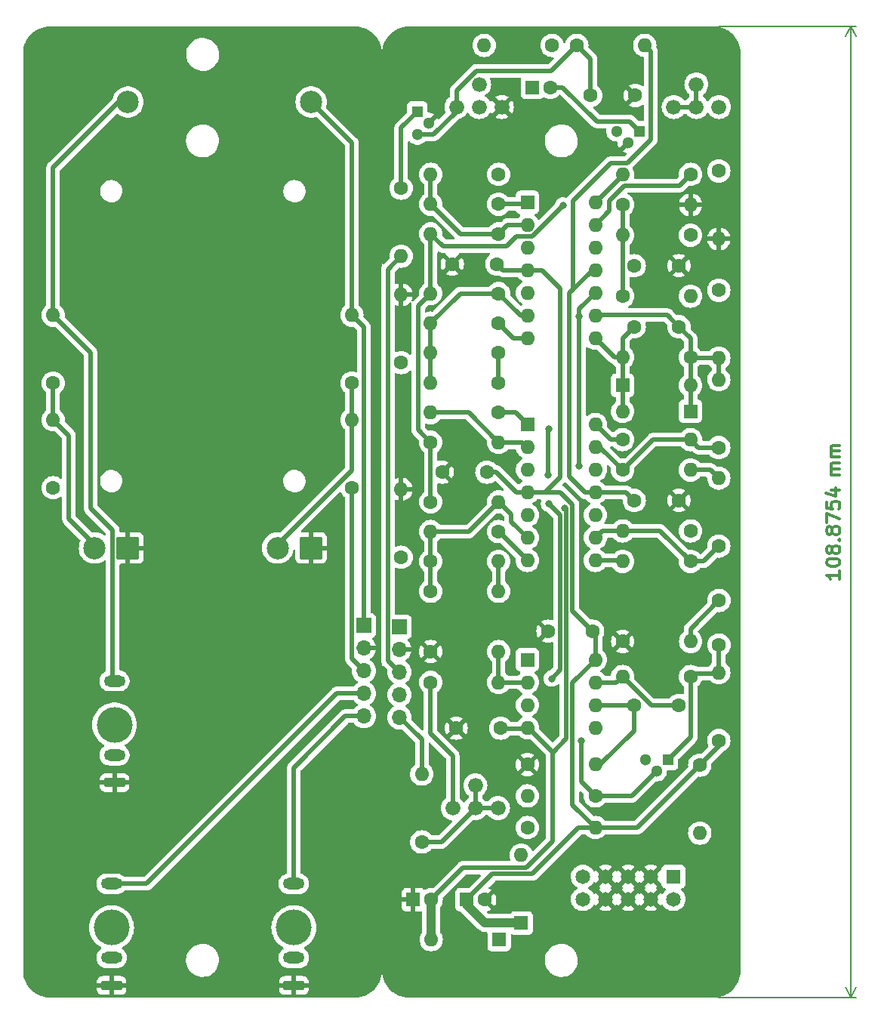
<source format=gbr>
%TF.GenerationSoftware,KiCad,Pcbnew,(7.0.0-rc2-224-g3ecd6ec186)*%
%TF.CreationDate,2023-03-31T14:22:28+02:00*%
%TF.ProjectId,208_Timbre_Workshop,3230385f-5469-46d6-9272-655f576f726b,1*%
%TF.SameCoordinates,Original*%
%TF.FileFunction,Copper,L1,Top*%
%TF.FilePolarity,Positive*%
%FSLAX46Y46*%
G04 Gerber Fmt 4.6, Leading zero omitted, Abs format (unit mm)*
G04 Created by KiCad (PCBNEW (7.0.0-rc2-224-g3ecd6ec186)) date 2023-03-31 14:22:28*
%MOMM*%
%LPD*%
G01*
G04 APERTURE LIST*
G04 Aperture macros list*
%AMRoundRect*
0 Rectangle with rounded corners*
0 $1 Rounding radius*
0 $2 $3 $4 $5 $6 $7 $8 $9 X,Y pos of 4 corners*
0 Add a 4 corners polygon primitive as box body*
4,1,4,$2,$3,$4,$5,$6,$7,$8,$9,$2,$3,0*
0 Add four circle primitives for the rounded corners*
1,1,$1+$1,$2,$3*
1,1,$1+$1,$4,$5*
1,1,$1+$1,$6,$7*
1,1,$1+$1,$8,$9*
0 Add four rect primitives between the rounded corners*
20,1,$1+$1,$2,$3,$4,$5,0*
20,1,$1+$1,$4,$5,$6,$7,0*
20,1,$1+$1,$6,$7,$8,$9,0*
20,1,$1+$1,$8,$9,$2,$3,0*%
G04 Aperture macros list end*
%ADD10C,0.300000*%
%TA.AperFunction,NonConductor*%
%ADD11C,0.300000*%
%TD*%
%TA.AperFunction,NonConductor*%
%ADD12C,0.200000*%
%TD*%
%TA.AperFunction,ComponentPad*%
%ADD13C,1.600000*%
%TD*%
%TA.AperFunction,ComponentPad*%
%ADD14O,1.600000X1.600000*%
%TD*%
%TA.AperFunction,WasherPad*%
%ADD15C,4.000000*%
%TD*%
%TA.AperFunction,ComponentPad*%
%ADD16RoundRect,0.165000X-0.985000X-0.385000X0.985000X-0.385000X0.985000X0.385000X-0.985000X0.385000X0*%
%TD*%
%TA.AperFunction,ComponentPad*%
%ADD17O,2.400000X1.300000*%
%TD*%
%TA.AperFunction,ComponentPad*%
%ADD18R,1.600000X1.600000*%
%TD*%
%TA.AperFunction,ComponentPad*%
%ADD19C,1.676400*%
%TD*%
%TA.AperFunction,ComponentPad*%
%ADD20R,1.300000X1.300000*%
%TD*%
%TA.AperFunction,ComponentPad*%
%ADD21C,1.300000*%
%TD*%
%TA.AperFunction,ComponentPad*%
%ADD22RoundRect,0.125000X1.125000X1.125000X-1.125000X1.125000X-1.125000X-1.125000X1.125000X-1.125000X0*%
%TD*%
%TA.AperFunction,ComponentPad*%
%ADD23C,2.500000*%
%TD*%
%TA.AperFunction,ComponentPad*%
%ADD24R,1.650000X1.650000*%
%TD*%
%TA.AperFunction,ComponentPad*%
%ADD25C,1.650000*%
%TD*%
%TA.AperFunction,ComponentPad*%
%ADD26R,1.700000X1.700000*%
%TD*%
%TA.AperFunction,ComponentPad*%
%ADD27O,1.700000X1.700000*%
%TD*%
%TA.AperFunction,ViaPad*%
%ADD28C,0.800000*%
%TD*%
%TA.AperFunction,Conductor*%
%ADD29C,0.500000*%
%TD*%
%TA.AperFunction,Conductor*%
%ADD30C,1.000000*%
%TD*%
G04 APERTURE END LIST*
D10*
D11*
X100747120Y60088417D02*
X100747120Y59231274D01*
X100747120Y59659845D02*
X99247120Y59659845D01*
X99247120Y59659845D02*
X99461406Y59516988D01*
X99461406Y59516988D02*
X99604263Y59374131D01*
X99604263Y59374131D02*
X99675691Y59231274D01*
X99247120Y61016988D02*
X99247120Y61159845D01*
X99247120Y61159845D02*
X99318549Y61302702D01*
X99318549Y61302702D02*
X99389977Y61374130D01*
X99389977Y61374130D02*
X99532834Y61445559D01*
X99532834Y61445559D02*
X99818549Y61516988D01*
X99818549Y61516988D02*
X100175691Y61516988D01*
X100175691Y61516988D02*
X100461406Y61445559D01*
X100461406Y61445559D02*
X100604263Y61374130D01*
X100604263Y61374130D02*
X100675691Y61302702D01*
X100675691Y61302702D02*
X100747120Y61159845D01*
X100747120Y61159845D02*
X100747120Y61016988D01*
X100747120Y61016988D02*
X100675691Y60874130D01*
X100675691Y60874130D02*
X100604263Y60802702D01*
X100604263Y60802702D02*
X100461406Y60731273D01*
X100461406Y60731273D02*
X100175691Y60659845D01*
X100175691Y60659845D02*
X99818549Y60659845D01*
X99818549Y60659845D02*
X99532834Y60731273D01*
X99532834Y60731273D02*
X99389977Y60802702D01*
X99389977Y60802702D02*
X99318549Y60874130D01*
X99318549Y60874130D02*
X99247120Y61016988D01*
X99889977Y62374130D02*
X99818549Y62231273D01*
X99818549Y62231273D02*
X99747120Y62159844D01*
X99747120Y62159844D02*
X99604263Y62088416D01*
X99604263Y62088416D02*
X99532834Y62088416D01*
X99532834Y62088416D02*
X99389977Y62159844D01*
X99389977Y62159844D02*
X99318549Y62231273D01*
X99318549Y62231273D02*
X99247120Y62374130D01*
X99247120Y62374130D02*
X99247120Y62659844D01*
X99247120Y62659844D02*
X99318549Y62802701D01*
X99318549Y62802701D02*
X99389977Y62874130D01*
X99389977Y62874130D02*
X99532834Y62945559D01*
X99532834Y62945559D02*
X99604263Y62945559D01*
X99604263Y62945559D02*
X99747120Y62874130D01*
X99747120Y62874130D02*
X99818549Y62802701D01*
X99818549Y62802701D02*
X99889977Y62659844D01*
X99889977Y62659844D02*
X99889977Y62374130D01*
X99889977Y62374130D02*
X99961406Y62231273D01*
X99961406Y62231273D02*
X100032834Y62159844D01*
X100032834Y62159844D02*
X100175691Y62088416D01*
X100175691Y62088416D02*
X100461406Y62088416D01*
X100461406Y62088416D02*
X100604263Y62159844D01*
X100604263Y62159844D02*
X100675691Y62231273D01*
X100675691Y62231273D02*
X100747120Y62374130D01*
X100747120Y62374130D02*
X100747120Y62659844D01*
X100747120Y62659844D02*
X100675691Y62802701D01*
X100675691Y62802701D02*
X100604263Y62874130D01*
X100604263Y62874130D02*
X100461406Y62945559D01*
X100461406Y62945559D02*
X100175691Y62945559D01*
X100175691Y62945559D02*
X100032834Y62874130D01*
X100032834Y62874130D02*
X99961406Y62802701D01*
X99961406Y62802701D02*
X99889977Y62659844D01*
X100604263Y63588415D02*
X100675691Y63659844D01*
X100675691Y63659844D02*
X100747120Y63588415D01*
X100747120Y63588415D02*
X100675691Y63516987D01*
X100675691Y63516987D02*
X100604263Y63588415D01*
X100604263Y63588415D02*
X100747120Y63588415D01*
X99889977Y64516987D02*
X99818549Y64374130D01*
X99818549Y64374130D02*
X99747120Y64302701D01*
X99747120Y64302701D02*
X99604263Y64231273D01*
X99604263Y64231273D02*
X99532834Y64231273D01*
X99532834Y64231273D02*
X99389977Y64302701D01*
X99389977Y64302701D02*
X99318549Y64374130D01*
X99318549Y64374130D02*
X99247120Y64516987D01*
X99247120Y64516987D02*
X99247120Y64802701D01*
X99247120Y64802701D02*
X99318549Y64945558D01*
X99318549Y64945558D02*
X99389977Y65016987D01*
X99389977Y65016987D02*
X99532834Y65088416D01*
X99532834Y65088416D02*
X99604263Y65088416D01*
X99604263Y65088416D02*
X99747120Y65016987D01*
X99747120Y65016987D02*
X99818549Y64945558D01*
X99818549Y64945558D02*
X99889977Y64802701D01*
X99889977Y64802701D02*
X99889977Y64516987D01*
X99889977Y64516987D02*
X99961406Y64374130D01*
X99961406Y64374130D02*
X100032834Y64302701D01*
X100032834Y64302701D02*
X100175691Y64231273D01*
X100175691Y64231273D02*
X100461406Y64231273D01*
X100461406Y64231273D02*
X100604263Y64302701D01*
X100604263Y64302701D02*
X100675691Y64374130D01*
X100675691Y64374130D02*
X100747120Y64516987D01*
X100747120Y64516987D02*
X100747120Y64802701D01*
X100747120Y64802701D02*
X100675691Y64945558D01*
X100675691Y64945558D02*
X100604263Y65016987D01*
X100604263Y65016987D02*
X100461406Y65088416D01*
X100461406Y65088416D02*
X100175691Y65088416D01*
X100175691Y65088416D02*
X100032834Y65016987D01*
X100032834Y65016987D02*
X99961406Y64945558D01*
X99961406Y64945558D02*
X99889977Y64802701D01*
X99247120Y65588415D02*
X99247120Y66588415D01*
X99247120Y66588415D02*
X100747120Y65945558D01*
X99247120Y67874129D02*
X99247120Y67159843D01*
X99247120Y67159843D02*
X99961406Y67088415D01*
X99961406Y67088415D02*
X99889977Y67159843D01*
X99889977Y67159843D02*
X99818549Y67302700D01*
X99818549Y67302700D02*
X99818549Y67659843D01*
X99818549Y67659843D02*
X99889977Y67802700D01*
X99889977Y67802700D02*
X99961406Y67874129D01*
X99961406Y67874129D02*
X100104263Y67945558D01*
X100104263Y67945558D02*
X100461406Y67945558D01*
X100461406Y67945558D02*
X100604263Y67874129D01*
X100604263Y67874129D02*
X100675691Y67802700D01*
X100675691Y67802700D02*
X100747120Y67659843D01*
X100747120Y67659843D02*
X100747120Y67302700D01*
X100747120Y67302700D02*
X100675691Y67159843D01*
X100675691Y67159843D02*
X100604263Y67088415D01*
X99747120Y69231271D02*
X100747120Y69231271D01*
X99175691Y68874129D02*
X100247120Y68516986D01*
X100247120Y68516986D02*
X100247120Y69445557D01*
X100747120Y70916985D02*
X99747120Y70916985D01*
X99889977Y70916985D02*
X99818549Y70988414D01*
X99818549Y70988414D02*
X99747120Y71131271D01*
X99747120Y71131271D02*
X99747120Y71345557D01*
X99747120Y71345557D02*
X99818549Y71488414D01*
X99818549Y71488414D02*
X99961406Y71559842D01*
X99961406Y71559842D02*
X100747120Y71559842D01*
X99961406Y71559842D02*
X99818549Y71631271D01*
X99818549Y71631271D02*
X99747120Y71774128D01*
X99747120Y71774128D02*
X99747120Y71988414D01*
X99747120Y71988414D02*
X99818549Y72131271D01*
X99818549Y72131271D02*
X99961406Y72202700D01*
X99961406Y72202700D02*
X100747120Y72202700D01*
X100747120Y72916985D02*
X99747120Y72916985D01*
X99889977Y72916985D02*
X99818549Y72988414D01*
X99818549Y72988414D02*
X99747120Y73131271D01*
X99747120Y73131271D02*
X99747120Y73345557D01*
X99747120Y73345557D02*
X99818549Y73488414D01*
X99818549Y73488414D02*
X99961406Y73559842D01*
X99961406Y73559842D02*
X100747120Y73559842D01*
X99961406Y73559842D02*
X99818549Y73631271D01*
X99818549Y73631271D02*
X99747120Y73774128D01*
X99747120Y73774128D02*
X99747120Y73988414D01*
X99747120Y73988414D02*
X99818549Y74131271D01*
X99818549Y74131271D02*
X99961406Y74202700D01*
X99961406Y74202700D02*
X100747120Y74202700D01*
D12*
X87137600Y12315000D02*
X102582469Y12315000D01*
X87137600Y121190400D02*
X102582469Y121190400D01*
X101996049Y12315000D02*
X101996049Y121190400D01*
X101996049Y12315000D02*
X101996049Y121190400D01*
X101996049Y12315000D02*
X101409628Y13441504D01*
X101996049Y12315000D02*
X102582470Y13441504D01*
X101996049Y121190400D02*
X102582470Y120063896D01*
X101996049Y121190400D02*
X101409628Y120063896D01*
D13*
%TO.P,R27,1*%
%TO.N,Net-(R27-Pad1)*%
X62482600Y101256924D03*
D14*
%TO.P,R27,2*%
%TO.N,Net-(U2A--)*%
X54862599Y101256923D03*
%TD*%
D13*
%TO.P,R22,1*%
%TO.N,Net-(Q6-G)*%
X68480800Y119056800D03*
D14*
%TO.P,R22,2*%
%TO.N,Net-(R22-Pad2)*%
X60860799Y119056799D03*
%TD*%
D15*
%TO.P,J2,*%
%TO.N,*%
X19084299Y20131392D03*
D16*
%TO.P,J2,S*%
%TO.N,P_GND*%
X19084299Y13651392D03*
D17*
%TO.P,J2,T*%
%TO.N,P_Audio_In*%
X19084298Y25051391D03*
%TO.P,J2,TN*%
%TO.N,unconnected-(J2-PadTN)*%
X19084298Y16751391D03*
%TD*%
D13*
%TO.P,RX2,1*%
%TO.N,Net-(RX2-Pad1)*%
X53872600Y29740000D03*
D14*
%TO.P,RX2,2*%
%TO.N,M_Audio_Out*%
X53872599Y37359999D03*
%TD*%
D13*
%TO.P,RX32,1*%
%TO.N,P_GND*%
X65707600Y38425000D03*
D14*
%TO.P,RX32,2*%
%TO.N,Net-(U1B--)*%
X73327599Y38424999D03*
%TD*%
D13*
%TO.P,R31,1*%
%TO.N,Net-(U3D--)*%
X76387600Y71445000D03*
D14*
%TO.P,R31,2*%
%TO.N,Net-(R20-Pad2)*%
X84007599Y71444999D03*
%TD*%
D15*
%TO.P,J1,*%
%TO.N,*%
X19406199Y42866229D03*
D16*
%TO.P,J1,S*%
%TO.N,P_GND*%
X19406199Y36386229D03*
D17*
%TO.P,J1,T*%
%TO.N,Net-(J1-PadT)*%
X19406198Y47786228D03*
%TO.P,J1,TN*%
%TO.N,unconnected-(J1-PadTN)*%
X19406198Y39486228D03*
%TD*%
D13*
%TO.P,R25,1*%
%TO.N,Net-(U2A--)*%
X62482600Y97918848D03*
D14*
%TO.P,R25,2*%
%TO.N,Net-(R20-Pad2)*%
X54862599Y97918847D03*
%TD*%
D18*
%TO.P,D4,1,K*%
%TO.N,Net-(D4-K)*%
X62537199Y18802999D03*
D14*
%TO.P,D4,2,A*%
%TO.N,-15V*%
X54917199Y18802999D03*
%TD*%
D13*
%TO.P,RM4,1*%
%TO.N,P_CV_In*%
X12527600Y69460000D03*
D14*
%TO.P,RM4,2*%
%TO.N,Net-(RM3-Pad1)*%
X12527599Y77079999D03*
%TD*%
D13*
%TO.P,R47,1*%
%TO.N,/NI_GND2*%
X51547600Y61665000D03*
D14*
%TO.P,R47,2*%
%TO.N,P_GND*%
X51547599Y69284999D03*
%TD*%
D19*
%TO.P,VR1,1*%
%TO.N,Net-(Q5-C)*%
X57762000Y112148000D03*
%TO.P,VR1,2*%
%TO.N,Net-(R22-Pad2)*%
X60302000Y114688000D03*
X60302000Y112148000D03*
%TO.P,VR1,3*%
%TO.N,P_GND*%
X62842000Y112148000D03*
%TD*%
D13*
%TO.P,RX52,1*%
%TO.N,P_GND*%
X76398200Y52229400D03*
D14*
%TO.P,RX52,2*%
%TO.N,VREF*%
X84018199Y52229399D03*
%TD*%
D13*
%TO.P,RX3,1*%
%TO.N,P_GND*%
X54862600Y51084375D03*
D14*
%TO.P,RX3,2*%
%TO.N,Net-(U1A--)*%
X62482599Y51084374D03*
%TD*%
D13*
%TO.P,R20,1*%
%TO.N,Net-(U2D--)*%
X84007600Y104595000D03*
D14*
%TO.P,R20,2*%
%TO.N,Net-(R20-Pad2)*%
X76387599Y104594999D03*
%TD*%
D13*
%TO.P,R32,1*%
%TO.N,Net-(R32-Pad1)*%
X62482600Y87904620D03*
D14*
%TO.P,R32,2*%
%TO.N,Net-(U2B--)*%
X54862599Y87904619D03*
%TD*%
D13*
%TO.P,RX33,1*%
%TO.N,VREF*%
X73327600Y34905000D03*
D14*
%TO.P,RX33,2*%
%TO.N,Net-(U1B-+)*%
X65707599Y34904999D03*
%TD*%
D13*
%TO.P,R19,1*%
%TO.N,Net-(U2D-+)*%
X76387600Y101180000D03*
D14*
%TO.P,R19,2*%
%TO.N,P_GND*%
X84007599Y101179999D03*
%TD*%
D13*
%TO.P,RX46,1*%
%TO.N,+15V*%
X85042600Y38360000D03*
D14*
%TO.P,RX46,2*%
%TO.N,Net-(QX2-E)*%
X85042599Y30739999D03*
%TD*%
D13*
%TO.P,C8,1*%
%TO.N,P_GND*%
X56172600Y71214240D03*
%TO.P,C8,2*%
%TO.N,+15V*%
X61172600Y71214240D03*
%TD*%
D18*
%TO.P,C2,1*%
%TO.N,Net-(U2D--)*%
X66270999Y114357799D03*
D13*
%TO.P,C2,2*%
%TO.N,Net-(Q6-S)*%
X68271000Y114357800D03*
%TD*%
%TO.P,R36,1*%
%TO.N,/NI_GND1*%
X51547600Y83485000D03*
D14*
%TO.P,R36,2*%
%TO.N,P_GND*%
X51547599Y91104999D03*
%TD*%
D13*
%TO.P,R24,1*%
%TO.N,Net-(Q5-C)*%
X71249400Y119056800D03*
D14*
%TO.P,R24,2*%
%TO.N,-15V*%
X78869399Y119056799D03*
%TD*%
D13*
%TO.P,R37,1*%
%TO.N,Net-(R20-Pad2)*%
X54862600Y67876164D03*
D14*
%TO.P,R37,2*%
%TO.N,Net-(U3B--)*%
X62482599Y67876163D03*
%TD*%
D13*
%TO.P,RM3,1*%
%TO.N,Net-(RM3-Pad1)*%
X12527600Y81190000D03*
D14*
%TO.P,RM3,2*%
%TO.N,Net-(J1-PadT)*%
X12527599Y88809999D03*
%TD*%
D18*
%TO.P,U2,1*%
%TO.N,Net-(R27-Pad1)*%
X65717599Y101454999D03*
D14*
%TO.P,U2,2,-*%
%TO.N,Net-(U2A--)*%
X65717599Y98914999D03*
%TO.P,U2,3,+*%
%TO.N,/NI_GND1*%
X65717599Y96374999D03*
%TO.P,U2,4,V+*%
%TO.N,+15V*%
X65717599Y93834999D03*
%TO.P,U2,5,+*%
%TO.N,/NI_GND1*%
X65717599Y91294999D03*
%TO.P,U2,6,-*%
%TO.N,Net-(U2B--)*%
X65717599Y88754999D03*
%TO.P,U2,7*%
%TO.N,Net-(R32-Pad1)*%
X65717599Y86214999D03*
%TO.P,U2,8*%
%TO.N,Net-(D1-A)*%
X73337599Y86214999D03*
%TO.P,U2,9,-*%
%TO.N,Net-(D1-K)*%
X73337599Y88754999D03*
%TO.P,U2,10,+*%
%TO.N,/NI_GND1*%
X73337599Y91294999D03*
%TO.P,U2,11,V-*%
%TO.N,-15V*%
X73337599Y93834999D03*
%TO.P,U2,12,+*%
%TO.N,Net-(U2D-+)*%
X73337599Y96374999D03*
%TO.P,U2,13,-*%
%TO.N,Net-(U2D--)*%
X73337599Y98914999D03*
%TO.P,U2,14*%
%TO.N,Net-(R20-Pad2)*%
X73337599Y101454999D03*
%TD*%
D13*
%TO.P,C5,1*%
%TO.N,-15V*%
X77697600Y94350000D03*
%TO.P,C5,2*%
%TO.N,P_GND*%
X82697600Y94350000D03*
%TD*%
D18*
%TO.P,D2,1,K*%
%TO.N,Net-(D1-A)*%
X76387599Y80939999D03*
D14*
%TO.P,D2,2,A*%
%TO.N,Net-(D1-K)*%
X84007599Y80939999D03*
%TD*%
D20*
%TO.P,QX2,1,B*%
%TO.N,Net-(QX2-B)*%
X81467599Y38944999D03*
D21*
%TO.P,QX2,2,C*%
%TO.N,VREF*%
X80197600Y37675000D03*
%TO.P,QX2,3,E*%
%TO.N,Net-(QX2-E)*%
X78927600Y38945000D03*
%TD*%
D13*
%TO.P,R1,1*%
%TO.N,Net-(R1-Pad1)*%
X84007600Y97765000D03*
D14*
%TO.P,R1,2*%
%TO.N,Net-(U2D-+)*%
X76387599Y97764999D03*
%TD*%
D13*
%TO.P,RM1,1*%
%TO.N,Net-(RM1-Pad1)*%
X46027600Y81190000D03*
D14*
%TO.P,RM1,2*%
%TO.N,P_VREF*%
X46027599Y88809999D03*
%TD*%
D13*
%TO.P,CX5,1*%
%TO.N,Net-(U1B--)*%
X77697600Y45045000D03*
%TO.P,CX5,2*%
%TO.N,Net-(CX5-Pad2)*%
X82697600Y45045000D03*
%TD*%
D22*
%TO.P,VR2,1,1*%
%TO.N,P_GND*%
X41455000Y62707995D03*
D23*
%TO.P,VR2,2,2*%
%TO.N,Net-(RM1-Pad1)*%
X37705000Y62707995D03*
%TO.P,VR2,3,3*%
%TO.N,P_VREF*%
X41455000Y112707995D03*
%TD*%
D13*
%TO.P,R21,1*%
%TO.N,Net-(Q6-S)*%
X87172600Y104980000D03*
D14*
%TO.P,R21,2*%
%TO.N,P_GND*%
X87172599Y97359999D03*
%TD*%
D13*
%TO.P,R35,1*%
%TO.N,Net-(U3D--)*%
X87172600Y73960000D03*
D14*
%TO.P,R35,2*%
%TO.N,Net-(D1-K)*%
X87172599Y81579999D03*
%TD*%
D13*
%TO.P,C6,1*%
%TO.N,P_GND*%
X57279400Y94545800D03*
%TO.P,C6,2*%
%TO.N,+15V*%
X62279400Y94545800D03*
%TD*%
D18*
%TO.P,C10,1*%
%TO.N,+15V*%
X58917487Y23274999D03*
D13*
%TO.P,C10,2*%
%TO.N,P_GND*%
X60917488Y23275000D03*
%TD*%
%TO.P,R38,1*%
%TO.N,Net-(U3B--)*%
X54862600Y57850000D03*
D14*
%TO.P,R38,2*%
%TO.N,Net-(U3C--)*%
X62482599Y57849999D03*
%TD*%
D13*
%TO.P,R33,1*%
%TO.N,Net-(D1-K)*%
X62482600Y84566544D03*
D14*
%TO.P,R33,2*%
%TO.N,Net-(U2B--)*%
X54862599Y84566543D03*
%TD*%
D18*
%TO.P,U3,1*%
%TO.N,Net-(R44-Pad1)*%
X65717599Y76554999D03*
D14*
%TO.P,U3,2,-*%
%TO.N,Net-(U3A--)*%
X65717599Y74014999D03*
%TO.P,U3,3,+*%
%TO.N,/NI_GND2*%
X65717599Y71474999D03*
%TO.P,U3,4,V+*%
%TO.N,+15V*%
X65717599Y68934999D03*
%TO.P,U3,5,+*%
%TO.N,/NI_GND2*%
X65717599Y66394999D03*
%TO.P,U3,6,-*%
%TO.N,Net-(U3B--)*%
X65717599Y63854999D03*
%TO.P,U3,7*%
%TO.N,Net-(R42-Pad1)*%
X65717599Y61314999D03*
%TO.P,U3,8*%
%TO.N,Net-(R39-Pad2)*%
X73337599Y61314999D03*
%TO.P,U3,9,-*%
%TO.N,Net-(U3C--)*%
X73337599Y63854999D03*
%TO.P,U3,10,+*%
%TO.N,/NI_GND2*%
X73337599Y66394999D03*
%TO.P,U3,11,V-*%
%TO.N,-15V*%
X73337599Y68934999D03*
%TO.P,U3,12,+*%
%TO.N,/NI_GND1*%
X73337599Y71474999D03*
%TO.P,U3,13,-*%
%TO.N,Net-(U3D--)*%
X73337599Y74014999D03*
%TO.P,U3,14*%
%TO.N,Net-(R34-Pad1)*%
X73337599Y76554999D03*
%TD*%
D18*
%TO.P,D1,1,K*%
%TO.N,Net-(D1-K)*%
X84007599Y78024999D03*
D14*
%TO.P,D1,2,A*%
%TO.N,Net-(D1-A)*%
X76387599Y78024999D03*
%TD*%
D18*
%TO.P,U1,1*%
%TO.N,Net-(RX2-Pad1)*%
X65717599Y50179999D03*
D14*
%TO.P,U1,2,-*%
%TO.N,Net-(U1A--)*%
X65717599Y47639999D03*
%TO.P,U1,3,+*%
%TO.N,Net-(D1-A)*%
X65717599Y45099999D03*
%TO.P,U1,4,V-*%
%TO.N,-15V*%
X65717599Y42559999D03*
%TO.P,U1,5,+*%
%TO.N,Net-(U1B-+)*%
X73337599Y42559999D03*
%TO.P,U1,6,-*%
%TO.N,Net-(U1B--)*%
X73337599Y45099999D03*
%TO.P,U1,7*%
%TO.N,Net-(CX5-Pad2)*%
X73337599Y47639999D03*
%TO.P,U1,8,V+*%
%TO.N,+15V*%
X73337599Y50179999D03*
%TD*%
D13*
%TO.P,C4,1*%
%TO.N,P_GND*%
X68023600Y53372400D03*
%TO.P,C4,2*%
%TO.N,+15V*%
X73023600Y53372400D03*
%TD*%
D24*
%TO.P,J4,1,1*%
%TO.N,Net-(D4-K)*%
X82090099Y25869999D03*
D25*
%TO.P,J4,2,2*%
X82090100Y23330000D03*
%TO.P,J4,3,3*%
%TO.N,P_GND*%
X79550100Y25870000D03*
%TO.P,J4,4,4*%
X79550100Y23330000D03*
%TO.P,J4,5,5*%
X77010100Y25870000D03*
%TO.P,J4,6,6*%
X77010100Y23330000D03*
%TO.P,J4,7,7*%
X74470100Y25870000D03*
%TO.P,J4,8,8*%
X74470100Y23330000D03*
%TO.P,J4,9,9*%
%TO.N,Net-(D3-A)*%
X71930100Y25870000D03*
%TO.P,J4,10,10*%
X71930100Y23330000D03*
%TD*%
D13*
%TO.P,RX1,1*%
%TO.N,Net-(RX1-Pad1)*%
X54862600Y47632000D03*
D14*
%TO.P,RX1,2*%
%TO.N,Net-(U1A--)*%
X62482599Y47631999D03*
%TD*%
D20*
%TO.P,Q6,1,S*%
%TO.N,Net-(Q6-S)*%
X78259799Y109430199D03*
D21*
%TO.P,Q6,2,D*%
%TO.N,P_GND*%
X76989800Y108160200D03*
%TO.P,Q6,3,G*%
%TO.N,Net-(Q6-G)*%
X75719800Y109430200D03*
%TD*%
D13*
%TO.P,R28,1*%
%TO.N,Net-(U2B--)*%
X62482600Y91242696D03*
D14*
%TO.P,R28,2*%
%TO.N,Net-(R20-Pad2)*%
X54862599Y91242695D03*
%TD*%
D22*
%TO.P,VR3,1,1*%
%TO.N,P_GND*%
X20912199Y62707995D03*
D23*
%TO.P,VR3,2,2*%
%TO.N,Net-(RM3-Pad1)*%
X17162199Y62707995D03*
%TO.P,VR3,3,3*%
%TO.N,Net-(J1-PadT)*%
X20912199Y112707995D03*
%TD*%
D13*
%TO.P,R39,1*%
%TO.N,Net-(U3C--)*%
X84007600Y61200000D03*
D14*
%TO.P,R39,2*%
%TO.N,Net-(R39-Pad2)*%
X76387599Y61199999D03*
%TD*%
D13*
%TO.P,R23,1*%
%TO.N,Net-(Q5-E)*%
X51547600Y103045000D03*
D14*
%TO.P,R23,2*%
%TO.N,M_CV_In*%
X51547599Y95424999D03*
%TD*%
D13*
%TO.P,R34,1*%
%TO.N,Net-(R34-Pad1)*%
X76387600Y74860000D03*
D14*
%TO.P,R34,2*%
%TO.N,Net-(U3D--)*%
X84007599Y74859999D03*
%TD*%
D15*
%TO.P,J3,*%
%TO.N,*%
X39510900Y20131392D03*
D16*
%TO.P,J3,S*%
%TO.N,P_GND*%
X39510900Y13651392D03*
D17*
%TO.P,J3,T*%
%TO.N,P_Audio_Out*%
X39510899Y25051391D03*
%TO.P,J3,TN*%
%TO.N,unconnected-(J3-PadTN)*%
X39510899Y16751391D03*
%TD*%
D13*
%TO.P,RX34,1*%
%TO.N,Net-(QX2-B)*%
X84007600Y48295000D03*
D14*
%TO.P,RX34,2*%
%TO.N,Net-(CX5-Pad2)*%
X76387599Y48294999D03*
%TD*%
D13*
%TO.P,C7,1*%
%TO.N,-15V*%
X62715000Y42501200D03*
%TO.P,C7,2*%
%TO.N,P_GND*%
X57715000Y42501200D03*
%TD*%
%TO.P,C9,1*%
%TO.N,-15V*%
X77697600Y68030000D03*
%TO.P,C9,2*%
%TO.N,P_GND*%
X82697600Y68030000D03*
%TD*%
D20*
%TO.P,Q5,1,E*%
%TO.N,Net-(Q5-E)*%
X53362599Y111619999D03*
D21*
%TO.P,Q5,2,B*%
%TO.N,P_GND*%
X54632600Y110350000D03*
%TO.P,Q5,3,C*%
%TO.N,Net-(Q5-C)*%
X53362600Y109080000D03*
%TD*%
D13*
%TO.P,R29,1*%
%TO.N,Net-(D1-K)*%
X62482600Y81228468D03*
D14*
%TO.P,R29,2*%
%TO.N,Net-(U2B--)*%
X54862599Y81228467D03*
%TD*%
D18*
%TO.P,D3,1,K*%
%TO.N,+15V*%
X65022599Y20649999D03*
D14*
%TO.P,D3,2,A*%
%TO.N,Net-(D3-A)*%
X65022599Y28269999D03*
%TD*%
D13*
%TO.P,RX35,1*%
%TO.N,+15V*%
X87172600Y41120000D03*
D14*
%TO.P,RX35,2*%
%TO.N,Net-(QX2-B)*%
X87172599Y48739999D03*
%TD*%
D19*
%TO.P,VR4,1*%
%TO.N,Net-(RX1-Pad1)*%
X57332600Y33550000D03*
%TO.P,VR4,2*%
%TO.N,Net-(RX2-Pad1)*%
X59872600Y36090000D03*
X59872600Y33550000D03*
%TO.P,VR4,3*%
X62412600Y33550000D03*
%TD*%
D13*
%TO.P,R30,1*%
%TO.N,Net-(D1-K)*%
X84007600Y84105000D03*
D14*
%TO.P,R30,2*%
%TO.N,Net-(D1-A)*%
X76387599Y84104999D03*
%TD*%
D13*
%TO.P,RX31,1*%
%TO.N,Net-(U1B--)*%
X65707600Y31355000D03*
D14*
%TO.P,RX31,2*%
%TO.N,+15V*%
X73327599Y31354999D03*
%TD*%
D19*
%TO.P,VRX1,1*%
%TO.N,Net-(R1-Pad1)*%
X82120600Y112148000D03*
%TO.P,VRX1,2*%
X84660600Y114688000D03*
X84660600Y112148000D03*
%TO.P,VRX1,3*%
%TO.N,M_Audio_In*%
X87200600Y112148000D03*
%TD*%
D18*
%TO.P,C11,1*%
%TO.N,P_GND*%
X52917487Y23274999D03*
D13*
%TO.P,C11,2*%
%TO.N,-15V*%
X54917488Y23275000D03*
%TD*%
%TO.P,RM2,1*%
%TO.N,P_CV_In*%
X46027600Y69460000D03*
D14*
%TO.P,RM2,2*%
%TO.N,Net-(RM1-Pad1)*%
X46027599Y77079999D03*
%TD*%
D13*
%TO.P,R45,1*%
%TO.N,Net-(U3A--)*%
X84007600Y64615000D03*
D14*
%TO.P,R45,2*%
%TO.N,Net-(U3C--)*%
X76387599Y64614999D03*
%TD*%
D13*
%TO.P,R41,1*%
%TO.N,Net-(R20-Pad2)*%
X54862600Y74552316D03*
D14*
%TO.P,R41,2*%
%TO.N,Net-(U3A--)*%
X62482599Y74552315D03*
%TD*%
D13*
%TO.P,R40,1*%
%TO.N,Net-(R39-Pad2)*%
X87172600Y91600000D03*
D14*
%TO.P,R40,2*%
%TO.N,Net-(D1-K)*%
X87172599Y83979999D03*
%TD*%
D13*
%TO.P,C3,1*%
%TO.N,Net-(D1-K)*%
X82697600Y87520000D03*
%TO.P,C3,2*%
%TO.N,Net-(D1-A)*%
X77697600Y87520000D03*
%TD*%
%TO.P,R26,1*%
%TO.N,Net-(D1-K)*%
X62482600Y104595000D03*
D14*
%TO.P,R26,2*%
%TO.N,Net-(U2A--)*%
X54862599Y104594999D03*
%TD*%
D13*
%TO.P,C1,1*%
%TO.N,Net-(Q5-C)*%
X72798800Y113443400D03*
%TO.P,C1,2*%
%TO.N,P_GND*%
X77798800Y113443400D03*
%TD*%
%TO.P,CX6,1*%
%TO.N,VREF*%
X87200600Y56826800D03*
%TO.P,CX6,2*%
%TO.N,Net-(QX2-B)*%
X87200600Y51826800D03*
%TD*%
%TO.P,R44,1*%
%TO.N,Net-(R44-Pad1)*%
X62482600Y77890392D03*
D14*
%TO.P,R44,2*%
%TO.N,Net-(U3A--)*%
X54862599Y77890391D03*
%TD*%
D13*
%TO.P,R43,1*%
%TO.N,Net-(U3B--)*%
X54862600Y61200000D03*
D14*
%TO.P,R43,2*%
%TO.N,Net-(U3C--)*%
X62482599Y61199999D03*
%TD*%
D13*
%TO.P,R46,1*%
%TO.N,Net-(U3C--)*%
X87172600Y62920000D03*
D14*
%TO.P,R46,2*%
%TO.N,Net-(R20-Pad2)*%
X87172599Y70539999D03*
%TD*%
D13*
%TO.P,R42,1*%
%TO.N,Net-(R42-Pad1)*%
X62482600Y64538088D03*
D14*
%TO.P,R42,2*%
%TO.N,Net-(U3B--)*%
X54862599Y64538087D03*
%TD*%
D13*
%TO.P,R18,1*%
%TO.N,Net-(U2D-+)*%
X76387600Y90935000D03*
D14*
%TO.P,R18,2*%
%TO.N,Net-(Q6-G)*%
X84007599Y90934999D03*
%TD*%
D26*
%TO.P,J6,1,Pin_1*%
%TO.N,VREF*%
X51372599Y53869999D03*
D27*
%TO.P,J6,2,Pin_2*%
%TO.N,P_GND*%
X51372599Y51329999D03*
%TO.P,J6,3,Pin_3*%
%TO.N,M_CV_In*%
X51372599Y48789999D03*
%TO.P,J6,4,Pin_4*%
%TO.N,M_Audio_In*%
X51372599Y46249999D03*
%TO.P,J6,5,Pin_5*%
%TO.N,M_Audio_Out*%
X51372599Y43709999D03*
%TD*%
D26*
%TO.P,J5,1,Pin_1*%
%TO.N,P_VREF*%
X47372599Y54009999D03*
D27*
%TO.P,J5,2,Pin_2*%
%TO.N,P_GND*%
X47372599Y51469999D03*
%TO.P,J5,3,Pin_3*%
%TO.N,P_CV_In*%
X47372599Y48929999D03*
%TO.P,J5,4,Pin_4*%
%TO.N,P_Audio_In*%
X47372599Y46389999D03*
%TO.P,J5,5,Pin_5*%
%TO.N,P_Audio_Out*%
X47372599Y43849999D03*
%TD*%
D28*
%TO.N,Net-(D1-A)*%
X68022600Y70850000D03*
X68122600Y67650000D03*
X68150600Y76080000D03*
X68422600Y48050000D03*
%TO.N,-15V*%
X69928600Y67190000D03*
%TO.N,Net-(R20-Pad2)*%
X69682150Y101091450D03*
%TO.N,/NI_GND1*%
X71540100Y71915500D03*
X71522600Y88650000D03*
%TO.N,VREF*%
X71722600Y41078800D03*
%TD*%
D29*
%TO.N,Net-(R27-Pad1)*%
X65717600Y101455000D02*
X65519524Y101256924D01*
X65519524Y101256924D02*
X62482600Y101256924D01*
%TO.N,Net-(Q5-C)*%
X72798800Y117507400D02*
X71249400Y119056800D01*
X60004210Y116212000D02*
X68404600Y116212000D01*
X55192000Y109080000D02*
X57762000Y111650000D01*
X57762000Y111650000D02*
X57762000Y113969790D01*
X72798800Y113443400D02*
X72798800Y117507400D01*
X53362600Y109080000D02*
X55192000Y109080000D01*
X68404600Y116212000D02*
X71249400Y119056800D01*
X57762000Y113969790D02*
X60004210Y116212000D01*
%TO.N,Net-(U2D--)*%
X74900000Y101650800D02*
X76594200Y103345000D01*
X82757600Y103345000D02*
X84007600Y104595000D01*
X76594200Y103345000D02*
X82757600Y103345000D01*
X73337600Y98915000D02*
X74900000Y100477400D01*
X74900000Y100477400D02*
X74900000Y101650800D01*
%TO.N,Net-(Q6-S)*%
X69674600Y114357800D02*
X68271000Y114357800D01*
X77159800Y110530200D02*
X73502200Y110530200D01*
X78259800Y109430200D02*
X77159800Y110530200D01*
X73502200Y110530200D02*
X69674600Y114357800D01*
%TO.N,Net-(D1-K)*%
X62482600Y84566544D02*
X62482600Y81228468D01*
X87172600Y83980000D02*
X84132600Y83980000D01*
X84007600Y86210000D02*
X82697600Y87520000D01*
X82697600Y87520000D02*
X81412200Y88805400D01*
X84007600Y80940000D02*
X84007600Y84105000D01*
X81412200Y88805400D02*
X73388000Y88805400D01*
X84007600Y78025000D02*
X84007600Y80940000D01*
X73388000Y88805400D02*
X73337600Y88755000D01*
X84007600Y84105000D02*
X84007600Y86210000D01*
X87172600Y81580000D02*
X87172600Y83980000D01*
%TO.N,Net-(D1-A)*%
X76387600Y84105000D02*
X76387600Y86210000D01*
X76387600Y78025000D02*
X76387600Y80940000D01*
X69369800Y48997200D02*
X69369800Y66402800D01*
X69369800Y66402800D02*
X68122600Y67650000D01*
X75445000Y84105000D02*
X76387600Y84105000D01*
X68022600Y70850000D02*
X68022600Y75952000D01*
X76387600Y80940000D02*
X76387600Y84105000D01*
X73337600Y86215000D02*
X73337600Y86212400D01*
X76387600Y86210000D02*
X77697600Y87520000D01*
X68022600Y75952000D02*
X68150600Y76080000D01*
X68422600Y48050000D02*
X69369800Y48997200D01*
X73337600Y86212400D02*
X75445000Y84105000D01*
%TO.N,+15V*%
X70778100Y67541875D02*
X69384975Y68935000D01*
X64475200Y68935000D02*
X62195960Y71214240D01*
X67362800Y93835000D02*
X69420600Y91777200D01*
X73327600Y31355000D02*
X78037600Y31355000D01*
X85042600Y38362000D02*
X87172600Y40492000D01*
X67707600Y68935000D02*
X65717600Y68935000D01*
X71457000Y31355000D02*
X73327600Y31355000D01*
X65717600Y93835000D02*
X67362800Y93835000D01*
X62195960Y71214240D02*
X61172600Y71214240D01*
X78037600Y31355000D02*
X85042600Y38360000D01*
X85042600Y38360000D02*
X85042600Y38362000D01*
D30*
X58917488Y22676712D02*
X58917488Y23275000D01*
D29*
X69420600Y70648000D02*
X67707600Y68935000D01*
D30*
X65022600Y20650000D02*
X60944200Y20650000D01*
D29*
X73327600Y31355000D02*
X70773100Y33909500D01*
X70773100Y33909500D02*
X70773100Y47615500D01*
X65717600Y93835000D02*
X62990200Y93835000D01*
X73337600Y50180000D02*
X73337600Y53058400D01*
X73023600Y53372400D02*
X70778100Y55617900D01*
X87172600Y40492000D02*
X87172600Y41120000D01*
X70773100Y47615500D02*
X73337600Y50180000D01*
X61792987Y26150499D02*
X66252499Y26150499D01*
D30*
X60944200Y20650000D02*
X58917488Y22676712D01*
D29*
X69384975Y68935000D02*
X65717600Y68935000D01*
X65717600Y68935000D02*
X64475200Y68935000D01*
X66252499Y26150499D02*
X71457000Y31355000D01*
X70778100Y55617900D02*
X70778100Y67541875D01*
X69420600Y91777200D02*
X69420600Y70648000D01*
X62990200Y93835000D02*
X62279400Y94545800D01*
X58917488Y23275000D02*
X61792987Y26150499D01*
%TO.N,-15V*%
X65805800Y42560000D02*
X65717600Y42560000D01*
X76792600Y68935000D02*
X77697600Y68030000D01*
X65580400Y26850000D02*
X68522600Y29792200D01*
X72206230Y68935000D02*
X70422600Y70718630D01*
X68522600Y39755000D02*
X68522600Y39843200D01*
X70422600Y70718630D02*
X70422600Y91250000D01*
X58492488Y26850000D02*
X65580400Y26850000D01*
X62715000Y42501200D02*
X62773700Y42442500D01*
X70069301Y67049299D02*
X69928600Y67190000D01*
X70069301Y41301701D02*
X70069301Y67049299D01*
X76884400Y105845000D02*
X79550000Y108510600D01*
X68522600Y39755000D02*
X70069301Y41301701D01*
X68522600Y29792200D02*
X68522600Y39755000D01*
X54917488Y23275000D02*
X58492488Y26850000D01*
X68522600Y39843200D02*
X65805800Y42560000D01*
X70422600Y91250000D02*
X73007600Y93835000D01*
X70803500Y91630900D02*
X70803500Y101592900D01*
D30*
X54917488Y21902088D02*
X54917488Y23275000D01*
X54917200Y18803000D02*
X54917200Y21901800D01*
D29*
X79550000Y118376200D02*
X78869400Y119056800D01*
D30*
X54917200Y21901800D02*
X54917488Y21902088D01*
D29*
X70803500Y101592900D02*
X75055600Y105845000D01*
X79550000Y108510600D02*
X79550000Y118376200D01*
X70422600Y91250000D02*
X70803500Y91630900D01*
X62773700Y42442500D02*
X65600100Y42442500D01*
X73337600Y68935000D02*
X76792600Y68935000D01*
X73337600Y68935000D02*
X72206230Y68935000D01*
X75055600Y105845000D02*
X76884400Y105845000D01*
%TO.N,Net-(U1B--)*%
X73327600Y38425000D02*
X73904200Y38425000D01*
X73337600Y45100000D02*
X77642600Y45100000D01*
X77697600Y42218400D02*
X77697600Y45045000D01*
X73904200Y38425000D02*
X77697600Y42218400D01*
%TO.N,Net-(CX5-Pad2)*%
X79637600Y45045000D02*
X76387600Y48295000D01*
X76387600Y48295000D02*
X75673800Y47581200D01*
X75673800Y47581200D02*
X73396400Y47581200D01*
X82697600Y45045000D02*
X79637600Y45045000D01*
%TO.N,Net-(QX2-B)*%
X84025600Y48277000D02*
X84007600Y48295000D01*
X84335200Y48622600D02*
X87055200Y48622600D01*
X81467600Y38945000D02*
X84025600Y41503000D01*
X84025600Y41503000D02*
X84025600Y48277000D01*
X87172600Y48740000D02*
X87172600Y51798800D01*
%TO.N,Net-(R1-Pad1)*%
X82120600Y112148000D02*
X84660600Y112148000D01*
X84660600Y112148000D02*
X84660600Y114688000D01*
%TO.N,Net-(R20-Pad2)*%
X56229048Y96552400D02*
X63375400Y96552400D01*
X66255700Y97665000D02*
X69682150Y101091450D01*
X54862600Y97918848D02*
X56229048Y96552400D01*
X86267600Y71445000D02*
X87172600Y70540000D01*
X53444000Y75970916D02*
X54862600Y74552316D01*
X53444000Y89824096D02*
X53444000Y75970916D01*
X54862600Y67876164D02*
X54862600Y74552316D01*
X73337600Y101455000D02*
X76387600Y104505000D01*
X54862600Y97918848D02*
X54862600Y91242696D01*
X63375400Y96552400D02*
X64488000Y97665000D01*
X64488000Y97665000D02*
X66255700Y97665000D01*
X54862600Y91242696D02*
X53444000Y89824096D01*
X84007600Y71445000D02*
X86267600Y71445000D01*
%TO.N,Net-(J1-PadT)*%
X19212199Y64675401D02*
X16697600Y67190000D01*
X19212199Y47980229D02*
X19212199Y64675401D01*
X12527600Y105343800D02*
X19891795Y112707995D01*
X19891795Y112707995D02*
X20912199Y112707995D01*
X19406199Y47786229D02*
X19212199Y47980229D01*
X16697600Y67190000D02*
X16697600Y84640000D01*
X12527600Y88810000D02*
X12527600Y105343800D01*
X16697600Y84640000D02*
X12527600Y88810000D01*
%TO.N,Net-(Q5-E)*%
X51547600Y103045000D02*
X51547600Y109805000D01*
X51547600Y109805000D02*
X53362600Y111620000D01*
%TO.N,Net-(U2D-+)*%
X76387600Y101180000D02*
X76387600Y97765000D01*
X76387600Y90935000D02*
X76387600Y97765000D01*
%TO.N,Net-(R32-Pad1)*%
X64172220Y86215000D02*
X62482600Y87904620D01*
X65717600Y86215000D02*
X64172220Y86215000D01*
%TO.N,Net-(R34-Pad1)*%
X76387600Y74860000D02*
X75032600Y74860000D01*
X75032600Y74860000D02*
X73337600Y76555000D01*
%TO.N,/NI_GND1*%
X71522600Y87850000D02*
X71522600Y89480000D01*
X71522600Y89480000D02*
X73337600Y91295000D01*
X71522600Y87850000D02*
X71522600Y88650000D01*
X71522600Y87850000D02*
X71522600Y71933000D01*
X71522600Y71933000D02*
X71540100Y71915500D01*
%TO.N,Net-(U2A--)*%
X62482600Y97918848D02*
X58200676Y97918848D01*
X62482600Y97918848D02*
X63478752Y98915000D01*
X58200676Y97918848D02*
X54862600Y101256924D01*
X63478752Y98915000D02*
X65717600Y98915000D01*
X54862600Y101256924D02*
X54862600Y104595000D01*
%TO.N,Net-(U2B--)*%
X64970296Y88755000D02*
X65717600Y88755000D01*
X62482600Y91242696D02*
X58200676Y91242696D01*
X54862600Y84566544D02*
X54862600Y81228468D01*
X62482600Y91242696D02*
X64970296Y88755000D01*
X54862600Y87904620D02*
X54862600Y84566544D01*
X58200676Y91242696D02*
X54862600Y87904620D01*
%TO.N,Net-(R39-Pad2)*%
X73337600Y61315000D02*
X76272600Y61315000D01*
%TO.N,Net-(U3D--)*%
X84007600Y74860000D02*
X79802600Y74860000D01*
X76387600Y71445000D02*
X73817600Y74015000D01*
X84907600Y73960000D02*
X84007600Y74860000D01*
X87172600Y73960000D02*
X84907600Y73960000D01*
X79802600Y74860000D02*
X76387600Y71445000D01*
%TO.N,Net-(R42-Pad1)*%
X65717600Y61315000D02*
X62494512Y64538088D01*
%TO.N,Net-(R44-Pad1)*%
X64382208Y77890392D02*
X65717600Y76555000D01*
X62482600Y77890392D02*
X64382208Y77890392D01*
%TO.N,Net-(RM1-Pad1)*%
X46027600Y71410595D02*
X37325000Y62707995D01*
X46027600Y81190000D02*
X46027600Y71410595D01*
%TO.N,Net-(RM3-Pad1)*%
X12527600Y77080000D02*
X12527600Y81190000D01*
X14297600Y75310000D02*
X12527600Y77080000D01*
X17542199Y62707995D02*
X14297600Y65952594D01*
X14297600Y65952594D02*
X14297600Y75310000D01*
%TO.N,Net-(U3B--)*%
X54862600Y61200000D02*
X54862600Y57850000D01*
X62482600Y67876164D02*
X62523836Y67876164D01*
X59144524Y64538088D02*
X62482600Y67876164D01*
X63900000Y65672600D02*
X65717600Y63855000D01*
X63900000Y66500000D02*
X63900000Y65672600D01*
X54862600Y64538088D02*
X54862600Y61200000D01*
X54862600Y64538088D02*
X59144524Y64538088D01*
X62523836Y67876164D02*
X63900000Y66500000D01*
%TO.N,Net-(U3C--)*%
X74097600Y64615000D02*
X73337600Y63855000D01*
X76387600Y64615000D02*
X80592600Y64615000D01*
X62482600Y57850000D02*
X62482600Y61200000D01*
X76387600Y64615000D02*
X74097600Y64615000D01*
X84007600Y61200000D02*
X85452600Y61200000D01*
X80592600Y64615000D02*
X84007600Y61200000D01*
X85452600Y61200000D02*
X87172600Y62920000D01*
%TO.N,VREF*%
X84018200Y53644400D02*
X87200600Y56826800D01*
X73327600Y34905000D02*
X77427600Y34905000D01*
X71722600Y36510000D02*
X71722600Y41078800D01*
X84018200Y52229400D02*
X84018200Y53644400D01*
X73327600Y34905000D02*
X71722600Y36510000D01*
X77427600Y34905000D02*
X80197600Y37675000D01*
%TO.N,Net-(U3A--)*%
X62482600Y74552316D02*
X65180284Y74552316D01*
X54862600Y77890392D02*
X59144524Y77890392D01*
X59144524Y77890392D02*
X62482600Y74552316D01*
X65180284Y74552316D02*
X65717600Y74015000D01*
%TO.N,Net-(U1A--)*%
X62482600Y47632000D02*
X62482600Y51084375D01*
X65717600Y47640000D02*
X62610100Y47640000D01*
%TO.N,Net-(RX1-Pad1)*%
X57332600Y39425400D02*
X54841000Y41917000D01*
X54841000Y41917000D02*
X54841000Y47610400D01*
X57332600Y33550000D02*
X57332600Y39425400D01*
%TO.N,P_CV_In*%
X46027600Y50275000D02*
X47372600Y48930000D01*
X46027600Y69460000D02*
X46027600Y50275000D01*
%TO.N,P_Audio_In*%
X19406199Y25051392D02*
X22992192Y25051392D01*
X22992192Y25051392D02*
X44330800Y46390000D01*
X44330800Y46390000D02*
X47372600Y46390000D01*
%TO.N,P_Audio_Out*%
X45296000Y43850000D02*
X47372600Y43850000D01*
X39510900Y25051392D02*
X39510900Y38064900D01*
X39510900Y38064900D02*
X45296000Y43850000D01*
%TO.N,P_VREF*%
X41455000Y112707995D02*
X46027600Y108135395D01*
X47397600Y87440000D02*
X47397600Y54035000D01*
X46027600Y88810000D02*
X47397600Y87440000D01*
X46027600Y108135395D02*
X46027600Y88810000D01*
%TO.N,M_CV_In*%
X51372600Y48790000D02*
X50065800Y50096800D01*
X50065800Y93943200D02*
X51547600Y95425000D01*
X50065800Y50096800D02*
X50065800Y93943200D01*
%TO.N,M_Audio_Out*%
X53872600Y41210000D02*
X51372600Y43710000D01*
X53872600Y37360000D02*
X53872600Y41210000D01*
%TO.N,Net-(RX2-Pad1)*%
X53872600Y29740000D02*
X56062600Y29740000D01*
X59872600Y33550000D02*
X62412600Y33550000D01*
X56062600Y29740000D02*
X59872600Y33550000D01*
X59872600Y36090000D02*
X59872600Y33550000D01*
%TD*%
%TA.AperFunction,Conductor*%
%TO.N,P_GND*%
G36*
X86640900Y121184327D02*
G01*
X86715820Y121180401D01*
X86944536Y121168414D01*
X86957646Y121167037D01*
X87254716Y121119986D01*
X87267598Y121117248D01*
X87558122Y121039402D01*
X87570664Y121035327D01*
X87851446Y120927545D01*
X87863477Y120922189D01*
X88131475Y120785637D01*
X88142885Y120779048D01*
X88395133Y120615237D01*
X88405790Y120607493D01*
X88639526Y120418218D01*
X88649327Y120409393D01*
X88861992Y120196728D01*
X88870817Y120186927D01*
X89060088Y119953197D01*
X89067840Y119942528D01*
X89231644Y119690292D01*
X89238239Y119678870D01*
X89374784Y119410887D01*
X89380148Y119398838D01*
X89487925Y119118066D01*
X89492001Y119105523D01*
X89569845Y118815008D01*
X89572587Y118802107D01*
X89619635Y118505051D01*
X89621013Y118491936D01*
X89636927Y118188301D01*
X89637100Y118181706D01*
X89637100Y15318294D01*
X89636927Y15311699D01*
X89621013Y15008065D01*
X89619635Y14994950D01*
X89572587Y14697894D01*
X89569845Y14684993D01*
X89492001Y14394478D01*
X89487925Y14381935D01*
X89380148Y14101163D01*
X89374784Y14089114D01*
X89238239Y13821131D01*
X89231644Y13809709D01*
X89067840Y13557473D01*
X89060088Y13546804D01*
X88870817Y13313074D01*
X88861992Y13303273D01*
X88649327Y13090608D01*
X88639526Y13081783D01*
X88405796Y12892512D01*
X88395127Y12884760D01*
X88142891Y12720956D01*
X88131469Y12714361D01*
X87863486Y12577816D01*
X87851437Y12572452D01*
X87570665Y12464675D01*
X87558122Y12460599D01*
X87267607Y12382755D01*
X87254706Y12380013D01*
X86957650Y12332965D01*
X86944535Y12331587D01*
X86640901Y12315673D01*
X86634306Y12315500D01*
X52400894Y12315500D01*
X52394299Y12315673D01*
X52090664Y12331587D01*
X52077549Y12332965D01*
X51780493Y12380013D01*
X51767592Y12382755D01*
X51477077Y12460599D01*
X51464534Y12464675D01*
X51183762Y12572452D01*
X51171713Y12577816D01*
X50903730Y12714361D01*
X50892308Y12720956D01*
X50640072Y12884760D01*
X50629403Y12892512D01*
X50395673Y13081783D01*
X50385872Y13090608D01*
X50173207Y13303273D01*
X50164382Y13313074D01*
X49975107Y13546810D01*
X49967363Y13557467D01*
X49803552Y13809715D01*
X49796960Y13821131D01*
X49672296Y14065797D01*
X49660411Y14089123D01*
X49655055Y14101154D01*
X49547273Y14381936D01*
X49543198Y14394478D01*
X49482455Y14621172D01*
X49465352Y14685002D01*
X49462614Y14697884D01*
X49415563Y14994954D01*
X49414186Y15008066D01*
X49405573Y15172411D01*
X49405400Y15179005D01*
X49405400Y16403235D01*
X67663388Y16403235D01*
X67663890Y16398668D01*
X67663891Y16398656D01*
X67692510Y16138556D01*
X67692511Y16138547D01*
X67693014Y16133982D01*
X67761528Y15871912D01*
X67763325Y15867682D01*
X67763328Y15867675D01*
X67813466Y15749692D01*
X67867470Y15622610D01*
X68008582Y15391390D01*
X68181855Y15183180D01*
X68186515Y15179005D01*
X68380161Y15005497D01*
X68380165Y15005494D01*
X68383598Y15002418D01*
X68609510Y14852956D01*
X68854776Y14737980D01*
X69114169Y14659940D01*
X69382161Y14620500D01*
X69582930Y14620500D01*
X69585231Y14620500D01*
X69787756Y14635323D01*
X70052153Y14694220D01*
X70305158Y14790986D01*
X70541377Y14923559D01*
X70755777Y15089112D01*
X70943786Y15284119D01*
X71101399Y15504421D01*
X71225256Y15745325D01*
X71312718Y16001695D01*
X71361919Y16268067D01*
X71371812Y16538765D01*
X71342186Y16808018D01*
X71273672Y17070088D01*
X71167730Y17319390D01*
X71026618Y17550610D01*
X70853345Y17758820D01*
X70777737Y17826565D01*
X70655038Y17936504D01*
X70655032Y17936509D01*
X70651602Y17939582D01*
X70425690Y18089044D01*
X70180424Y18204020D01*
X70176020Y18205345D01*
X69925443Y18280733D01*
X69925438Y18280735D01*
X69921031Y18282060D01*
X69916474Y18282731D01*
X69916468Y18282732D01*
X69657600Y18320829D01*
X69657596Y18320830D01*
X69653039Y18321500D01*
X69449969Y18321500D01*
X69447698Y18321334D01*
X69447676Y18321333D01*
X69252038Y18307014D01*
X69252027Y18307013D01*
X69247444Y18306677D01*
X69242953Y18305677D01*
X69242949Y18305676D01*
X68987539Y18248781D01*
X68987534Y18248780D01*
X68983047Y18247780D01*
X68978749Y18246137D01*
X68978745Y18246135D01*
X68734346Y18152661D01*
X68734335Y18152657D01*
X68730042Y18151014D01*
X68726034Y18148765D01*
X68726022Y18148759D01*
X68497832Y18020692D01*
X68497821Y18020686D01*
X68493823Y18018441D01*
X68490189Y18015636D01*
X68490186Y18015633D01*
X68283066Y17855702D01*
X68283058Y17855695D01*
X68279423Y17852888D01*
X68276232Y17849579D01*
X68276225Y17849572D01*
X68094611Y17661198D01*
X68094604Y17661191D01*
X68091414Y17657881D01*
X68088736Y17654139D01*
X68088731Y17654132D01*
X67936485Y17441332D01*
X67936478Y17441323D01*
X67933801Y17437579D01*
X67931697Y17433488D01*
X67931691Y17433477D01*
X67812053Y17200778D01*
X67809944Y17196675D01*
X67808456Y17192316D01*
X67808454Y17192309D01*
X67723971Y16944673D01*
X67723967Y16944659D01*
X67722482Y16940305D01*
X67721644Y16935772D01*
X67721644Y16935769D01*
X67674117Y16678463D01*
X67674115Y16678454D01*
X67673281Y16673933D01*
X67673113Y16669344D01*
X67673112Y16669332D01*
X67663556Y16407839D01*
X67663388Y16403235D01*
X49405400Y16403235D01*
X49405400Y22429777D01*
X51609488Y22429777D01*
X51609847Y22423062D01*
X51615150Y22373743D01*
X51618747Y22358522D01*
X51663893Y22237481D01*
X51672442Y22221825D01*
X51749185Y22119308D01*
X51761795Y22106698D01*
X51864312Y22029955D01*
X51879968Y22021406D01*
X52001009Y21976260D01*
X52016230Y21972663D01*
X52065549Y21967360D01*
X52072265Y21967000D01*
X52646898Y21967000D01*
X52659981Y21970507D01*
X52663488Y21983590D01*
X52663488Y23004410D01*
X52659981Y23017494D01*
X52646898Y23021000D01*
X51626078Y23021000D01*
X51612994Y23017494D01*
X51609488Y23004410D01*
X51609488Y22429777D01*
X49405400Y22429777D01*
X49405400Y23545590D01*
X51609488Y23545590D01*
X51612994Y23532507D01*
X51626078Y23529000D01*
X52646898Y23529000D01*
X52659981Y23532507D01*
X52663488Y23545590D01*
X52663488Y24566410D01*
X52659981Y24579494D01*
X52646898Y24583000D01*
X52072265Y24583000D01*
X52065549Y24582641D01*
X52016230Y24577338D01*
X52001009Y24573741D01*
X51879968Y24528595D01*
X51864312Y24520046D01*
X51761795Y24443303D01*
X51749185Y24430693D01*
X51672442Y24328176D01*
X51663893Y24312520D01*
X51618747Y24191479D01*
X51615150Y24176258D01*
X51609847Y24126939D01*
X51609488Y24120223D01*
X51609488Y23545590D01*
X49405400Y23545590D01*
X49405400Y49380329D01*
X49419133Y49437532D01*
X49457339Y49482265D01*
X49511689Y49504778D01*
X49570336Y49500162D01*
X49620495Y49469424D01*
X49990374Y49099545D01*
X50019581Y49053816D01*
X50026849Y49000045D01*
X50024641Y48973402D01*
X50009444Y48790000D01*
X50009874Y48784811D01*
X50026743Y48581226D01*
X50028036Y48565632D01*
X50029317Y48560574D01*
X50081644Y48353937D01*
X50083304Y48347384D01*
X50085397Y48342611D01*
X50085399Y48342607D01*
X50108683Y48289525D01*
X50173740Y48141209D01*
X50296878Y47952732D01*
X50300406Y47948900D01*
X50445827Y47790931D01*
X50445831Y47790927D01*
X50449360Y47787094D01*
X50627024Y47648811D01*
X50631602Y47646334D01*
X50631609Y47646329D01*
X50660280Y47630813D01*
X50708551Y47584497D01*
X50726310Y47520000D01*
X50708551Y47455503D01*
X50660280Y47409187D01*
X50631609Y47393672D01*
X50631593Y47393662D01*
X50627024Y47391189D01*
X50622913Y47387990D01*
X50622911Y47387988D01*
X50453478Y47256112D01*
X50453472Y47256107D01*
X50449360Y47252906D01*
X50445837Y47249081D01*
X50445827Y47249070D01*
X50300406Y47091101D01*
X50300402Y47091098D01*
X50296878Y47087268D01*
X50294030Y47082910D01*
X50294027Y47082905D01*
X50176592Y46903157D01*
X50173740Y46898791D01*
X50171648Y46894022D01*
X50171646Y46894018D01*
X50085399Y46697394D01*
X50085396Y46697386D01*
X50083304Y46692616D01*
X50082023Y46687560D01*
X50082022Y46687555D01*
X50029317Y46479427D01*
X50028036Y46474368D01*
X50027606Y46469180D01*
X50027605Y46469173D01*
X50011871Y46279284D01*
X50009444Y46250000D01*
X50009874Y46244811D01*
X50025917Y46051198D01*
X50028036Y46025632D01*
X50083304Y45807384D01*
X50085397Y45802611D01*
X50085399Y45802607D01*
X50105514Y45756749D01*
X50173740Y45601209D01*
X50296878Y45412732D01*
X50300406Y45408900D01*
X50445827Y45250931D01*
X50445831Y45250927D01*
X50449360Y45247094D01*
X50627024Y45108811D01*
X50631602Y45106334D01*
X50631609Y45106329D01*
X50660280Y45090813D01*
X50708551Y45044497D01*
X50726310Y44980000D01*
X50708551Y44915503D01*
X50660280Y44869187D01*
X50631609Y44853672D01*
X50631593Y44853662D01*
X50627024Y44851189D01*
X50622913Y44847990D01*
X50622911Y44847988D01*
X50453478Y44716112D01*
X50453472Y44716107D01*
X50449360Y44712906D01*
X50445837Y44709081D01*
X50445827Y44709070D01*
X50300406Y44551101D01*
X50300402Y44551098D01*
X50296878Y44547268D01*
X50294030Y44542910D01*
X50294027Y44542905D01*
X50176592Y44363157D01*
X50173740Y44358791D01*
X50171648Y44354022D01*
X50171646Y44354018D01*
X50085399Y44157394D01*
X50085396Y44157386D01*
X50083304Y44152616D01*
X50082023Y44147560D01*
X50082022Y44147555D01*
X50029317Y43939427D01*
X50028036Y43934368D01*
X50027606Y43929180D01*
X50027605Y43929173D01*
X50017672Y43809294D01*
X50009444Y43710000D01*
X50009874Y43704812D01*
X50009874Y43704811D01*
X50025970Y43510557D01*
X50028036Y43485632D01*
X50083304Y43267384D01*
X50085397Y43262611D01*
X50085399Y43262607D01*
X50107702Y43211762D01*
X50173740Y43061209D01*
X50296878Y42872732D01*
X50300406Y42868900D01*
X50445827Y42710931D01*
X50445831Y42710927D01*
X50449360Y42707094D01*
X50627024Y42568811D01*
X50825026Y42461658D01*
X50829955Y42459966D01*
X50829957Y42459965D01*
X50931495Y42425108D01*
X51037965Y42388556D01*
X51260031Y42351500D01*
X51479958Y42351500D01*
X51485169Y42351500D01*
X51490315Y42352359D01*
X51490318Y42352359D01*
X51569671Y42365600D01*
X51628850Y42361312D01*
X51679505Y42330414D01*
X53077195Y40932724D01*
X53104509Y40891847D01*
X53114100Y40843629D01*
X53114100Y38491867D01*
X53099863Y38433686D01*
X53060371Y38388655D01*
X53043398Y38376771D01*
X53032808Y38369355D01*
X53032804Y38369353D01*
X53028300Y38366198D01*
X53024408Y38362307D01*
X53024402Y38362301D01*
X52870299Y38208198D01*
X52870293Y38208192D01*
X52866402Y38204300D01*
X52863245Y38199792D01*
X52863243Y38199789D01*
X52738233Y38021258D01*
X52738227Y38021248D01*
X52735077Y38016749D01*
X52732753Y38011767D01*
X52732751Y38011762D01*
X52640639Y37814226D01*
X52640636Y37814221D01*
X52638316Y37809243D01*
X52636893Y37803935D01*
X52636893Y37803933D01*
X52601575Y37672126D01*
X52579057Y37588087D01*
X52578578Y37582614D01*
X52578577Y37582607D01*
X52563970Y37415644D01*
X52559102Y37360000D01*
X52559581Y37354525D01*
X52574036Y37189294D01*
X52579057Y37131913D01*
X52638316Y36910757D01*
X52735077Y36703251D01*
X52738230Y36698748D01*
X52738233Y36698743D01*
X52785383Y36631407D01*
X52866402Y36515700D01*
X53028300Y36353802D01*
X53215851Y36222477D01*
X53423357Y36125716D01*
X53644513Y36066457D01*
X53872600Y36046502D01*
X54100687Y36066457D01*
X54321843Y36125716D01*
X54529349Y36222477D01*
X54716900Y36353802D01*
X54878798Y36515700D01*
X55010123Y36703251D01*
X55106884Y36910757D01*
X55166143Y37131913D01*
X55186098Y37360000D01*
X55166143Y37588087D01*
X55106884Y37809243D01*
X55010123Y38016749D01*
X54878798Y38204300D01*
X54716900Y38366198D01*
X54684828Y38388655D01*
X54645337Y38433686D01*
X54631100Y38491867D01*
X54631100Y40750029D01*
X54644833Y40807232D01*
X54683039Y40851965D01*
X54737389Y40874478D01*
X54796036Y40869862D01*
X54846195Y40839124D01*
X56537195Y39148124D01*
X56564509Y39107247D01*
X56574100Y39059029D01*
X56574100Y34728501D01*
X56559863Y34670321D01*
X56520372Y34625290D01*
X56463651Y34585573D01*
X56459761Y34581684D01*
X56459755Y34581678D01*
X56300922Y34422845D01*
X56300916Y34422839D01*
X56297027Y34418949D01*
X56293875Y34414448D01*
X56293867Y34414438D01*
X56165023Y34230428D01*
X56165017Y34230419D01*
X56161869Y34225922D01*
X56159547Y34220944D01*
X56159546Y34220941D01*
X56064605Y34017341D01*
X56064602Y34017335D01*
X56062282Y34012358D01*
X56060860Y34007054D01*
X56060859Y34007049D01*
X56014064Y33832405D01*
X56001294Y33784745D01*
X56000815Y33779272D01*
X56000814Y33779265D01*
X55986133Y33611457D01*
X55980756Y33550000D01*
X55981235Y33544525D01*
X55996802Y33366589D01*
X56001294Y33315255D01*
X56062282Y33087642D01*
X56161869Y32874078D01*
X56165021Y32869577D01*
X56165023Y32869573D01*
X56293867Y32685563D01*
X56293871Y32685559D01*
X56297027Y32681051D01*
X56463651Y32514427D01*
X56468159Y32511271D01*
X56468162Y32511268D01*
X56652172Y32382424D01*
X56656678Y32379269D01*
X56870242Y32279682D01*
X57097855Y32218694D01*
X57169605Y32212417D01*
X57235327Y32186859D01*
X57277024Y32129991D01*
X57281636Y32059625D01*
X57247718Y31997801D01*
X55785321Y30535403D01*
X55744447Y30508091D01*
X55696229Y30498500D01*
X55004467Y30498500D01*
X54946286Y30512737D01*
X54901254Y30552229D01*
X54878798Y30584300D01*
X54716900Y30746198D01*
X54604111Y30825174D01*
X54533857Y30874367D01*
X54533852Y30874370D01*
X54529349Y30877523D01*
X54321843Y30974284D01*
X54100687Y31033543D01*
X54095211Y31034023D01*
X54095206Y31034023D01*
X53878075Y31053019D01*
X53872600Y31053498D01*
X53867125Y31053019D01*
X53649993Y31034023D01*
X53649986Y31034022D01*
X53644513Y31033543D01*
X53639199Y31032120D01*
X53639198Y31032119D01*
X53428667Y30975707D01*
X53428665Y30975707D01*
X53423357Y30974284D01*
X53418379Y30971964D01*
X53418374Y30971961D01*
X53220838Y30879849D01*
X53220833Y30879847D01*
X53215851Y30877523D01*
X53211352Y30874373D01*
X53211342Y30874367D01*
X53032811Y30749357D01*
X53032808Y30749355D01*
X53028300Y30746198D01*
X53024408Y30742307D01*
X53024402Y30742301D01*
X52870299Y30588198D01*
X52870293Y30588192D01*
X52866402Y30584300D01*
X52863245Y30579792D01*
X52863243Y30579789D01*
X52738233Y30401258D01*
X52738227Y30401248D01*
X52735077Y30396749D01*
X52732753Y30391767D01*
X52732751Y30391762D01*
X52640639Y30194226D01*
X52640636Y30194221D01*
X52638316Y30189243D01*
X52636893Y30183935D01*
X52636893Y30183933D01*
X52580481Y29973402D01*
X52579057Y29968087D01*
X52578578Y29962614D01*
X52578577Y29962607D01*
X52572724Y29895700D01*
X52559102Y29740000D01*
X52559581Y29734525D01*
X52574664Y29562119D01*
X52579057Y29511913D01*
X52638316Y29290757D01*
X52640638Y29285777D01*
X52640639Y29285775D01*
X52718781Y29118198D01*
X52735077Y29083251D01*
X52738230Y29078748D01*
X52738233Y29078743D01*
X52796665Y28995295D01*
X52866402Y28895700D01*
X53028300Y28733802D01*
X53215851Y28602477D01*
X53423357Y28505716D01*
X53644513Y28446457D01*
X53872600Y28426502D01*
X54100687Y28446457D01*
X54321843Y28505716D01*
X54529349Y28602477D01*
X54716900Y28733802D01*
X54878798Y28895700D01*
X54901254Y28927772D01*
X54946286Y28967263D01*
X55004467Y28981500D01*
X55998158Y28981500D01*
X56016420Y28980170D01*
X56040389Y28976659D01*
X56090246Y28981022D01*
X56101228Y28981500D01*
X56103113Y28981500D01*
X56106780Y28981500D01*
X56137900Y28985139D01*
X56141503Y28985507D01*
X56217026Y28992113D01*
X56223993Y28994422D01*
X56227297Y28995104D01*
X56227720Y28995173D01*
X56228152Y28995295D01*
X56231413Y28996068D01*
X56238713Y28996921D01*
X56310020Y29022876D01*
X56313369Y29024039D01*
X56385338Y29047886D01*
X56391589Y29051743D01*
X56394625Y29053158D01*
X56395043Y29053332D01*
X56395430Y29053547D01*
X56398427Y29055053D01*
X56405332Y29057565D01*
X56468739Y29099271D01*
X56471697Y29101155D01*
X56536251Y29140970D01*
X56541445Y29146166D01*
X56544072Y29148242D01*
X56544437Y29148506D01*
X56544765Y29148806D01*
X56547332Y29150961D01*
X56553474Y29154999D01*
X56605562Y29210211D01*
X56608048Y29212769D01*
X58750279Y31355000D01*
X64394102Y31355000D01*
X64394581Y31349525D01*
X64408603Y31189243D01*
X64414057Y31126913D01*
X64473316Y30905757D01*
X64475638Y30900777D01*
X64475639Y30900775D01*
X64546246Y30749357D01*
X64570077Y30698251D01*
X64573230Y30693748D01*
X64573233Y30693743D01*
X64631665Y30610295D01*
X64701402Y30510700D01*
X64863300Y30348802D01*
X65050851Y30217477D01*
X65258357Y30120716D01*
X65479513Y30061457D01*
X65707600Y30041502D01*
X65935687Y30061457D01*
X66156843Y30120716D01*
X66364349Y30217477D01*
X66551900Y30348802D01*
X66713798Y30510700D01*
X66845123Y30698251D01*
X66941884Y30905757D01*
X67001143Y31126913D01*
X67021098Y31355000D01*
X67001143Y31583087D01*
X66941884Y31804243D01*
X66845123Y32011749D01*
X66827137Y32037435D01*
X66781307Y32102887D01*
X66713798Y32199300D01*
X66551900Y32361198D01*
X66478096Y32412877D01*
X66368857Y32489367D01*
X66368852Y32489370D01*
X66364349Y32492523D01*
X66324150Y32511268D01*
X66161825Y32586961D01*
X66161823Y32586962D01*
X66156843Y32589284D01*
X65935687Y32648543D01*
X65930211Y32649023D01*
X65930206Y32649023D01*
X65713075Y32668019D01*
X65707600Y32668498D01*
X65702125Y32668019D01*
X65484993Y32649023D01*
X65484986Y32649022D01*
X65479513Y32648543D01*
X65474199Y32647120D01*
X65474198Y32647119D01*
X65263667Y32590707D01*
X65263665Y32590707D01*
X65258357Y32589284D01*
X65253379Y32586964D01*
X65253374Y32586961D01*
X65055838Y32494849D01*
X65055833Y32494847D01*
X65050851Y32492523D01*
X65046352Y32489373D01*
X65046342Y32489367D01*
X64867811Y32364357D01*
X64867808Y32364355D01*
X64863300Y32361198D01*
X64859408Y32357307D01*
X64859402Y32357301D01*
X64705299Y32203198D01*
X64705293Y32203192D01*
X64701402Y32199300D01*
X64698245Y32194792D01*
X64698243Y32194789D01*
X64573233Y32016258D01*
X64573227Y32016248D01*
X64570077Y32011749D01*
X64567753Y32006767D01*
X64567751Y32006762D01*
X64475639Y31809226D01*
X64475636Y31809221D01*
X64473316Y31804243D01*
X64471893Y31798935D01*
X64471893Y31798933D01*
X64415481Y31588402D01*
X64414057Y31583087D01*
X64413578Y31577614D01*
X64413577Y31577607D01*
X64397318Y31391762D01*
X64394102Y31355000D01*
X58750279Y31355000D01*
X59574350Y32179071D01*
X59620349Y32208375D01*
X59674425Y32215494D01*
X59867114Y32198635D01*
X59867125Y32198635D01*
X59872600Y32198156D01*
X60107345Y32218694D01*
X60334958Y32279682D01*
X60548522Y32379269D01*
X60741549Y32514427D01*
X60908173Y32681051D01*
X60947889Y32737773D01*
X60992921Y32777263D01*
X61051101Y32791500D01*
X61234099Y32791500D01*
X61292279Y32777263D01*
X61337310Y32737773D01*
X61377027Y32681051D01*
X61543651Y32514427D01*
X61548159Y32511271D01*
X61548162Y32511268D01*
X61732172Y32382424D01*
X61736678Y32379269D01*
X61950242Y32279682D01*
X62177855Y32218694D01*
X62412600Y32198156D01*
X62647345Y32218694D01*
X62874958Y32279682D01*
X63088522Y32379269D01*
X63281549Y32514427D01*
X63448173Y32681051D01*
X63583331Y32874078D01*
X63682918Y33087642D01*
X63743906Y33315255D01*
X63764444Y33550000D01*
X63743906Y33784745D01*
X63682918Y34012358D01*
X63583331Y34225922D01*
X63548357Y34275871D01*
X63451332Y34414438D01*
X63451328Y34414443D01*
X63448173Y34418949D01*
X63281549Y34585573D01*
X63277041Y34588729D01*
X63277037Y34588733D01*
X63093027Y34717577D01*
X63093023Y34717579D01*
X63088522Y34720731D01*
X62874958Y34820318D01*
X62869650Y34821741D01*
X62869648Y34821741D01*
X62652660Y34879882D01*
X62652658Y34879883D01*
X62647345Y34881306D01*
X62641869Y34881786D01*
X62641864Y34881786D01*
X62418075Y34901365D01*
X62412600Y34901844D01*
X62407125Y34901365D01*
X62183335Y34881786D01*
X62183328Y34881785D01*
X62177855Y34881306D01*
X62172543Y34879883D01*
X62172539Y34879882D01*
X61955551Y34821741D01*
X61955546Y34821740D01*
X61950242Y34820318D01*
X61945265Y34817998D01*
X61945259Y34817995D01*
X61741659Y34723054D01*
X61741656Y34723053D01*
X61736678Y34720731D01*
X61732181Y34717583D01*
X61732172Y34717577D01*
X61548162Y34588733D01*
X61548152Y34588725D01*
X61543651Y34585573D01*
X61539761Y34581684D01*
X61539755Y34581678D01*
X61380922Y34422845D01*
X61380916Y34422839D01*
X61377027Y34418949D01*
X61337310Y34362228D01*
X61292279Y34322737D01*
X61234099Y34308500D01*
X61051101Y34308500D01*
X60992921Y34322737D01*
X60947889Y34362228D01*
X60908173Y34418949D01*
X60741549Y34585573D01*
X60684827Y34625290D01*
X60645337Y34670321D01*
X60631100Y34728501D01*
X60631100Y34905000D01*
X64394102Y34905000D01*
X64394581Y34899525D01*
X64409543Y34728501D01*
X64414057Y34676913D01*
X64473316Y34455757D01*
X64475638Y34450777D01*
X64475639Y34450775D01*
X64557198Y34275871D01*
X64570077Y34248251D01*
X64573230Y34243748D01*
X64573233Y34243743D01*
X64631665Y34160295D01*
X64701402Y34060700D01*
X64863300Y33898802D01*
X65050851Y33767477D01*
X65258357Y33670716D01*
X65479513Y33611457D01*
X65707600Y33591502D01*
X65935687Y33611457D01*
X66156843Y33670716D01*
X66364349Y33767477D01*
X66551900Y33898802D01*
X66713798Y34060700D01*
X66845123Y34248251D01*
X66941884Y34455757D01*
X67001143Y34676913D01*
X67021098Y34905000D01*
X67001143Y35133087D01*
X66941884Y35354243D01*
X66845123Y35561749D01*
X66713798Y35749300D01*
X66551900Y35911198D01*
X66478096Y35962877D01*
X66368857Y36039367D01*
X66368852Y36039370D01*
X66364349Y36042523D01*
X66262534Y36090000D01*
X66161825Y36136961D01*
X66161823Y36136962D01*
X66156843Y36139284D01*
X65935687Y36198543D01*
X65930211Y36199023D01*
X65930206Y36199023D01*
X65713075Y36218019D01*
X65707600Y36218498D01*
X65702125Y36218019D01*
X65484993Y36199023D01*
X65484986Y36199022D01*
X65479513Y36198543D01*
X65474199Y36197120D01*
X65474198Y36197119D01*
X65263667Y36140707D01*
X65263665Y36140707D01*
X65258357Y36139284D01*
X65253379Y36136964D01*
X65253374Y36136961D01*
X65055838Y36044849D01*
X65055833Y36044847D01*
X65050851Y36042523D01*
X65046352Y36039373D01*
X65046342Y36039367D01*
X64867811Y35914357D01*
X64867808Y35914355D01*
X64863300Y35911198D01*
X64859408Y35907307D01*
X64859402Y35907301D01*
X64705299Y35753198D01*
X64705293Y35753192D01*
X64701402Y35749300D01*
X64698245Y35744792D01*
X64698243Y35744789D01*
X64573233Y35566258D01*
X64573227Y35566248D01*
X64570077Y35561749D01*
X64567753Y35556767D01*
X64567751Y35556762D01*
X64475639Y35359226D01*
X64475636Y35359221D01*
X64473316Y35354243D01*
X64471893Y35348935D01*
X64471893Y35348933D01*
X64415481Y35138402D01*
X64414057Y35133087D01*
X64413578Y35127614D01*
X64413577Y35127607D01*
X64400409Y34977090D01*
X64394102Y34905000D01*
X60631100Y34905000D01*
X60631100Y34911499D01*
X60645337Y34969679D01*
X60684827Y35014711D01*
X60741549Y35054427D01*
X60908173Y35221051D01*
X61043331Y35414078D01*
X61142918Y35627642D01*
X61203906Y35855255D01*
X61224444Y36090000D01*
X61203906Y36324745D01*
X61142918Y36552358D01*
X61043331Y36765922D01*
X60999757Y36828153D01*
X60911332Y36954438D01*
X60911329Y36954441D01*
X60908173Y36958949D01*
X60741549Y37125573D01*
X60737041Y37128729D01*
X60737037Y37128733D01*
X60553027Y37257577D01*
X60553023Y37257579D01*
X60548522Y37260731D01*
X60382326Y37338230D01*
X64983460Y37338230D01*
X64991014Y37329986D01*
X65046596Y37291067D01*
X65056082Y37285590D01*
X65253546Y37193511D01*
X65263838Y37189765D01*
X65474287Y37133375D01*
X65485080Y37131472D01*
X65702125Y37112483D01*
X65713075Y37112483D01*
X65930119Y37131472D01*
X65940912Y37133375D01*
X66151361Y37189765D01*
X66161653Y37193511D01*
X66359110Y37285587D01*
X66368606Y37291069D01*
X66424186Y37329987D01*
X66431738Y37338229D01*
X66425728Y37347662D01*
X65719329Y38054061D01*
X65707599Y38060833D01*
X65695871Y38054062D01*
X64989467Y37347659D01*
X64983460Y37338230D01*
X60382326Y37338230D01*
X60347381Y37354525D01*
X60339940Y37357995D01*
X60339938Y37357996D01*
X60334958Y37360318D01*
X60329650Y37361741D01*
X60329648Y37361741D01*
X60112660Y37419882D01*
X60112658Y37419883D01*
X60107345Y37421306D01*
X60101869Y37421786D01*
X60101864Y37421786D01*
X59878075Y37441365D01*
X59872600Y37441844D01*
X59867125Y37441365D01*
X59643335Y37421786D01*
X59643328Y37421785D01*
X59637855Y37421306D01*
X59632543Y37419883D01*
X59632539Y37419882D01*
X59415551Y37361741D01*
X59415546Y37361740D01*
X59410242Y37360318D01*
X59405265Y37357998D01*
X59405259Y37357995D01*
X59201659Y37263054D01*
X59201656Y37263053D01*
X59196678Y37260731D01*
X59192181Y37257583D01*
X59192172Y37257577D01*
X59008162Y37128733D01*
X59008152Y37128725D01*
X59003651Y37125573D01*
X58999761Y37121684D01*
X58999755Y37121678D01*
X58840922Y36962845D01*
X58840916Y36962839D01*
X58837027Y36958949D01*
X58833875Y36954448D01*
X58833867Y36954438D01*
X58705023Y36770428D01*
X58705017Y36770419D01*
X58701869Y36765922D01*
X58699547Y36760944D01*
X58699546Y36760941D01*
X58604605Y36557341D01*
X58604602Y36557335D01*
X58602282Y36552358D01*
X58600860Y36547054D01*
X58600859Y36547049D01*
X58542718Y36330061D01*
X58541294Y36324745D01*
X58540815Y36319272D01*
X58540814Y36319265D01*
X58530128Y36197119D01*
X58520756Y36090000D01*
X58521235Y36084525D01*
X58536399Y35911198D01*
X58541294Y35855255D01*
X58602282Y35627642D01*
X58604604Y35622662D01*
X58604605Y35622660D01*
X58635334Y35556762D01*
X58701869Y35414078D01*
X58705021Y35409577D01*
X58705023Y35409573D01*
X58833867Y35225563D01*
X58833871Y35225559D01*
X58837027Y35221051D01*
X59003651Y35054427D01*
X59060372Y35014711D01*
X59099863Y34969679D01*
X59114100Y34911499D01*
X59114100Y34728501D01*
X59099863Y34670321D01*
X59060372Y34625290D01*
X59003651Y34585573D01*
X58999761Y34581684D01*
X58999755Y34581678D01*
X58840922Y34422845D01*
X58840916Y34422839D01*
X58837027Y34418949D01*
X58833875Y34414448D01*
X58833867Y34414438D01*
X58705813Y34231555D01*
X58660780Y34192062D01*
X58602600Y34177825D01*
X58544420Y34192062D01*
X58499387Y34231555D01*
X58371332Y34414438D01*
X58371328Y34414443D01*
X58368173Y34418949D01*
X58201549Y34585573D01*
X58144827Y34625290D01*
X58105337Y34670321D01*
X58091100Y34728501D01*
X58091100Y38419525D01*
X64395083Y38419525D01*
X64414071Y38202481D01*
X64415974Y38191688D01*
X64472364Y37981239D01*
X64476110Y37970947D01*
X64568187Y37773487D01*
X64573666Y37763998D01*
X64612585Y37708414D01*
X64620828Y37700862D01*
X64630256Y37706868D01*
X65336659Y38413270D01*
X65343432Y38425001D01*
X66071767Y38425001D01*
X66078539Y38413271D01*
X66784938Y37706872D01*
X66794371Y37700862D01*
X66802613Y37708414D01*
X66841531Y37763994D01*
X66847013Y37773490D01*
X66939089Y37970947D01*
X66942835Y37981239D01*
X66999225Y38191688D01*
X67001128Y38202481D01*
X67020117Y38419525D01*
X67020117Y38430475D01*
X67001128Y38647520D01*
X66999225Y38658313D01*
X66942835Y38868762D01*
X66939089Y38879054D01*
X66847010Y39076518D01*
X66841533Y39086004D01*
X66802614Y39141586D01*
X66794370Y39149140D01*
X66784941Y39143133D01*
X66078538Y38436729D01*
X66071767Y38425001D01*
X65343432Y38425001D01*
X65336660Y38436730D01*
X64630259Y39143131D01*
X64620827Y39149140D01*
X64612585Y39141587D01*
X64573667Y39086005D01*
X64568187Y39076515D01*
X64476110Y38879054D01*
X64472364Y38868762D01*
X64415974Y38658313D01*
X64414071Y38647520D01*
X64395083Y38430475D01*
X64395083Y38419525D01*
X58091100Y38419525D01*
X58091100Y39360958D01*
X58092430Y39379220D01*
X58093808Y39388629D01*
X58095941Y39403189D01*
X58091578Y39453047D01*
X58091100Y39464028D01*
X58091100Y39465912D01*
X58091100Y39469580D01*
X58087833Y39497523D01*
X58087466Y39500666D01*
X58087095Y39504285D01*
X58086440Y39511773D01*
X64983460Y39511773D01*
X64989469Y39502341D01*
X65695870Y38795940D01*
X65707599Y38789168D01*
X65719330Y38795941D01*
X66425732Y39502344D01*
X66431738Y39511772D01*
X66424186Y39520015D01*
X66368602Y39558934D01*
X66359113Y39564413D01*
X66161653Y39656490D01*
X66151361Y39660236D01*
X65940912Y39716626D01*
X65930119Y39718529D01*
X65713075Y39737517D01*
X65702125Y39737517D01*
X65485080Y39718529D01*
X65474287Y39716626D01*
X65263838Y39660236D01*
X65253546Y39656490D01*
X65056085Y39564413D01*
X65046595Y39558933D01*
X64991013Y39520015D01*
X64983460Y39511773D01*
X58086440Y39511773D01*
X58080487Y39579826D01*
X58078177Y39586795D01*
X58077496Y39590097D01*
X58077427Y39590520D01*
X58077309Y39590939D01*
X58076531Y39594220D01*
X58075679Y39601513D01*
X58049739Y39672780D01*
X58048552Y39676197D01*
X58024714Y39748138D01*
X58020859Y39754387D01*
X58019440Y39757431D01*
X58019269Y39757844D01*
X58019059Y39758220D01*
X58017545Y39761234D01*
X58015035Y39768132D01*
X58010999Y39774269D01*
X57973380Y39831466D01*
X57971410Y39834558D01*
X57935487Y39892799D01*
X57935483Y39892804D01*
X57931630Y39899051D01*
X57926437Y39904244D01*
X57924356Y39906876D01*
X57924095Y39907237D01*
X57923810Y39907548D01*
X57921636Y39910139D01*
X57917601Y39916274D01*
X57862425Y39968330D01*
X57859797Y39970884D01*
X56416251Y41414430D01*
X56990860Y41414430D01*
X56998414Y41406186D01*
X57053996Y41367267D01*
X57063482Y41361790D01*
X57260946Y41269711D01*
X57271238Y41265965D01*
X57481687Y41209575D01*
X57492480Y41207672D01*
X57709525Y41188683D01*
X57720475Y41188683D01*
X57937519Y41207672D01*
X57948312Y41209575D01*
X58158761Y41265965D01*
X58169053Y41269711D01*
X58366510Y41361787D01*
X58376006Y41367269D01*
X58431586Y41406187D01*
X58439138Y41414429D01*
X58433128Y41423862D01*
X57726729Y42130261D01*
X57714999Y42137033D01*
X57703271Y42130262D01*
X56996867Y41423859D01*
X56990860Y41414430D01*
X56416251Y41414430D01*
X55636405Y42194276D01*
X55609091Y42235153D01*
X55599500Y42283371D01*
X55599500Y42495725D01*
X56402483Y42495725D01*
X56421471Y42278681D01*
X56423374Y42267888D01*
X56479764Y42057439D01*
X56483510Y42047147D01*
X56575587Y41849687D01*
X56581066Y41840198D01*
X56619985Y41784614D01*
X56628228Y41777062D01*
X56637656Y41783068D01*
X57344059Y42489470D01*
X57350832Y42501201D01*
X58079167Y42501201D01*
X58085939Y42489471D01*
X58792338Y41783072D01*
X58801771Y41777062D01*
X58810013Y41784614D01*
X58848931Y41840194D01*
X58854413Y41849690D01*
X58946489Y42047147D01*
X58950235Y42057439D01*
X59006625Y42267888D01*
X59008528Y42278681D01*
X59027517Y42495725D01*
X59027517Y42506675D01*
X59008528Y42723720D01*
X59006625Y42734513D01*
X58950235Y42944962D01*
X58946489Y42955254D01*
X58854410Y43152718D01*
X58848933Y43162204D01*
X58810014Y43217786D01*
X58801770Y43225340D01*
X58792341Y43219333D01*
X58085938Y42512929D01*
X58079167Y42501201D01*
X57350832Y42501201D01*
X57344060Y42512930D01*
X56637659Y43219331D01*
X56628227Y43225340D01*
X56619985Y43217787D01*
X56581067Y43162205D01*
X56575587Y43152715D01*
X56483510Y42955254D01*
X56479764Y42944962D01*
X56423374Y42734513D01*
X56421471Y42723720D01*
X56402483Y42506675D01*
X56402483Y42495725D01*
X55599500Y42495725D01*
X55599500Y43587973D01*
X56990860Y43587973D01*
X56996869Y43578541D01*
X57703270Y42872140D01*
X57714999Y42865368D01*
X57726730Y42872141D01*
X58433132Y43578544D01*
X58439138Y43587972D01*
X58431586Y43596215D01*
X58376002Y43635134D01*
X58366513Y43640613D01*
X58169053Y43732690D01*
X58158761Y43736436D01*
X57948312Y43792826D01*
X57937519Y43794729D01*
X57720475Y43813717D01*
X57709525Y43813717D01*
X57492480Y43794729D01*
X57481687Y43792826D01*
X57271238Y43736436D01*
X57260946Y43732690D01*
X57063485Y43640613D01*
X57053995Y43635133D01*
X56998413Y43596215D01*
X56990860Y43587973D01*
X55599500Y43587973D01*
X55599500Y46485008D01*
X55613737Y46543188D01*
X55653229Y46588221D01*
X55706900Y46625802D01*
X55868798Y46787700D01*
X56000123Y46975251D01*
X56096884Y47182757D01*
X56156143Y47403913D01*
X56176098Y47632000D01*
X56156143Y47860087D01*
X56096884Y48081243D01*
X56000123Y48288749D01*
X55994521Y48296749D01*
X55885653Y48452228D01*
X55868798Y48476300D01*
X55706900Y48638198D01*
X55621100Y48698276D01*
X55523857Y48766367D01*
X55523852Y48766370D01*
X55519349Y48769523D01*
X55502193Y48777523D01*
X55316825Y48863961D01*
X55316823Y48863962D01*
X55311843Y48866284D01*
X55090687Y48925543D01*
X55085211Y48926023D01*
X55085206Y48926023D01*
X54868075Y48945019D01*
X54862600Y48945498D01*
X54857125Y48945019D01*
X54639993Y48926023D01*
X54639986Y48926022D01*
X54634513Y48925543D01*
X54629199Y48924120D01*
X54629198Y48924119D01*
X54418667Y48867707D01*
X54418665Y48867707D01*
X54413357Y48866284D01*
X54408379Y48863964D01*
X54408374Y48863961D01*
X54210838Y48771849D01*
X54210833Y48771847D01*
X54205851Y48769523D01*
X54201352Y48766373D01*
X54201342Y48766367D01*
X54022811Y48641357D01*
X54022808Y48641355D01*
X54018300Y48638198D01*
X54014408Y48634307D01*
X54014402Y48634301D01*
X53860299Y48480198D01*
X53860293Y48480192D01*
X53856402Y48476300D01*
X53853247Y48471794D01*
X53853243Y48471789D01*
X53728233Y48293258D01*
X53728227Y48293248D01*
X53725077Y48288749D01*
X53722753Y48283767D01*
X53722751Y48283762D01*
X53630639Y48086226D01*
X53630636Y48086221D01*
X53628316Y48081243D01*
X53626893Y48075935D01*
X53626893Y48075933D01*
X53570812Y47866636D01*
X53569057Y47860087D01*
X53568578Y47854614D01*
X53568577Y47854607D01*
X53557732Y47730644D01*
X53549102Y47632000D01*
X53549581Y47626525D01*
X53567877Y47417394D01*
X53569057Y47403913D01*
X53628316Y47182757D01*
X53630638Y47177777D01*
X53630639Y47177775D01*
X53721851Y46982170D01*
X53725077Y46975251D01*
X53728230Y46970748D01*
X53728233Y46970743D01*
X53787027Y46886777D01*
X53856402Y46787700D01*
X54018300Y46625802D01*
X54028769Y46618471D01*
X54068263Y46573439D01*
X54082500Y46515258D01*
X54082500Y42376971D01*
X54068767Y42319768D01*
X54030561Y42275035D01*
X53976211Y42252522D01*
X53917564Y42257138D01*
X53867405Y42287876D01*
X52754825Y43400456D01*
X52725618Y43446185D01*
X52718350Y43499953D01*
X52735756Y43710000D01*
X52717164Y43934368D01*
X52661896Y44152616D01*
X52571460Y44358791D01*
X52448322Y44547268D01*
X52348164Y44656068D01*
X52299372Y44709070D01*
X52299367Y44709075D01*
X52295840Y44712906D01*
X52118176Y44851189D01*
X52113602Y44853664D01*
X52113595Y44853669D01*
X52084920Y44869186D01*
X52036648Y44915502D01*
X52018889Y44980000D01*
X52036648Y45044498D01*
X52084920Y45090814D01*
X52091778Y45094525D01*
X52118176Y45108811D01*
X52295840Y45247094D01*
X52448322Y45412732D01*
X52571460Y45601209D01*
X52661896Y45807384D01*
X52717164Y46025632D01*
X52735756Y46250000D01*
X52717164Y46474368D01*
X52661896Y46692616D01*
X52571460Y46898791D01*
X52448322Y47087268D01*
X52361845Y47181206D01*
X52299372Y47249070D01*
X52299367Y47249075D01*
X52295840Y47252906D01*
X52291610Y47256198D01*
X52262382Y47278948D01*
X52118176Y47391189D01*
X52113597Y47393667D01*
X52113594Y47393669D01*
X52084918Y47409188D01*
X52036647Y47455506D01*
X52018889Y47520004D01*
X52036650Y47584501D01*
X52084921Y47630815D01*
X52118176Y47648811D01*
X52295840Y47787094D01*
X52448322Y47952732D01*
X52571460Y48141209D01*
X52661896Y48347384D01*
X52717164Y48565632D01*
X52735756Y48790000D01*
X52717164Y49014368D01*
X52661896Y49232616D01*
X52571460Y49438791D01*
X52448322Y49627268D01*
X52342426Y49742301D01*
X52299372Y49789070D01*
X52299367Y49789075D01*
X52295840Y49792906D01*
X52118176Y49931189D01*
X52113600Y49933666D01*
X52113590Y49933672D01*
X52084394Y49949471D01*
X52036121Y49995787D01*
X52035620Y49997605D01*
X54138460Y49997605D01*
X54146014Y49989361D01*
X54201596Y49950442D01*
X54211082Y49944965D01*
X54408546Y49852886D01*
X54418838Y49849140D01*
X54629287Y49792750D01*
X54640080Y49790847D01*
X54857125Y49771858D01*
X54868075Y49771858D01*
X55085119Y49790847D01*
X55095912Y49792750D01*
X55306361Y49849140D01*
X55316653Y49852886D01*
X55514110Y49944962D01*
X55523606Y49950444D01*
X55579186Y49989362D01*
X55586738Y49997604D01*
X55580728Y50007037D01*
X54874329Y50713436D01*
X54862599Y50720208D01*
X54850871Y50713437D01*
X54144467Y50007034D01*
X54138460Y49997605D01*
X52035620Y49997605D01*
X52018362Y50060285D01*
X52036122Y50124783D01*
X52084394Y50171100D01*
X52113323Y50186756D01*
X52122011Y50192432D01*
X52291388Y50324263D01*
X52299032Y50331300D01*
X52444389Y50489201D01*
X52450777Y50497407D01*
X52568168Y50677087D01*
X52573111Y50686222D01*
X52659329Y50882777D01*
X52662699Y50892592D01*
X52705613Y51062057D01*
X52705848Y51073435D01*
X52694760Y51076000D01*
X51244600Y51076000D01*
X51233777Y51078900D01*
X53550083Y51078900D01*
X53569071Y50861856D01*
X53570974Y50851063D01*
X53627364Y50640614D01*
X53631110Y50630322D01*
X53723187Y50432862D01*
X53728666Y50423373D01*
X53767585Y50367789D01*
X53775828Y50360237D01*
X53785256Y50366243D01*
X54491659Y51072645D01*
X54498432Y51084376D01*
X55226767Y51084376D01*
X55233539Y51072646D01*
X55939938Y50366247D01*
X55949371Y50360237D01*
X55957613Y50367789D01*
X55996531Y50423369D01*
X56002013Y50432865D01*
X56094089Y50630322D01*
X56097835Y50640614D01*
X56154225Y50851063D01*
X56156128Y50861856D01*
X56175117Y51078900D01*
X56175117Y51089850D01*
X56156128Y51306895D01*
X56154225Y51317688D01*
X56097835Y51528137D01*
X56094089Y51538429D01*
X56002010Y51735893D01*
X55996533Y51745379D01*
X55957614Y51800961D01*
X55949370Y51808515D01*
X55939941Y51802508D01*
X55233538Y51096104D01*
X55226767Y51084376D01*
X54498432Y51084376D01*
X54491660Y51096105D01*
X53785259Y51802506D01*
X53775827Y51808515D01*
X53767585Y51800962D01*
X53728667Y51745380D01*
X53723187Y51735890D01*
X53631110Y51538429D01*
X53627364Y51528137D01*
X53570974Y51317688D01*
X53569071Y51306895D01*
X53550083Y51089850D01*
X53550083Y51078900D01*
X51233777Y51078900D01*
X51181600Y51092881D01*
X51135481Y51139000D01*
X51118600Y51202000D01*
X51118600Y51458000D01*
X51135481Y51521000D01*
X51181600Y51567119D01*
X51244600Y51584000D01*
X52694760Y51584000D01*
X52705848Y51586566D01*
X52705613Y51597944D01*
X52662699Y51767409D01*
X52659329Y51777224D01*
X52573111Y51973779D01*
X52568168Y51982914D01*
X52450777Y52162594D01*
X52444389Y52170800D01*
X52444069Y52171148D01*
X54138460Y52171148D01*
X54144469Y52161716D01*
X54850870Y51455315D01*
X54862599Y51448543D01*
X54874330Y51455316D01*
X55580732Y52161719D01*
X55586738Y52171147D01*
X55579186Y52179390D01*
X55523602Y52218309D01*
X55514113Y52223788D01*
X55316653Y52315865D01*
X55306361Y52319611D01*
X55095912Y52376001D01*
X55085119Y52377904D01*
X54868075Y52396892D01*
X54857125Y52396892D01*
X54640080Y52377904D01*
X54629287Y52376001D01*
X54418838Y52319611D01*
X54408546Y52315865D01*
X54211085Y52223788D01*
X54201595Y52218308D01*
X54146013Y52179390D01*
X54138460Y52171148D01*
X52444069Y52171148D01*
X52304618Y52322632D01*
X52275381Y52376235D01*
X52274778Y52437291D01*
X52302952Y52491461D01*
X52353287Y52526025D01*
X52460361Y52565962D01*
X52460360Y52565962D01*
X52468804Y52569111D01*
X52585861Y52656739D01*
X52673489Y52773796D01*
X52724589Y52910799D01*
X52731100Y52971362D01*
X52731100Y53366925D01*
X66711083Y53366925D01*
X66730071Y53149881D01*
X66731974Y53139088D01*
X66788364Y52928639D01*
X66792110Y52918347D01*
X66884187Y52720887D01*
X66889666Y52711398D01*
X66928585Y52655814D01*
X66936828Y52648262D01*
X66946256Y52654268D01*
X67652659Y53360670D01*
X67659432Y53372401D01*
X67652660Y53384130D01*
X66946259Y54090531D01*
X66936827Y54096540D01*
X66928585Y54088987D01*
X66889667Y54033405D01*
X66884187Y54023915D01*
X66792110Y53826454D01*
X66788364Y53816162D01*
X66731974Y53605713D01*
X66730071Y53594920D01*
X66711083Y53377875D01*
X66711083Y53366925D01*
X52731100Y53366925D01*
X52731100Y54768638D01*
X52724589Y54829201D01*
X52673489Y54966204D01*
X52585861Y55083261D01*
X52578649Y55088660D01*
X52476017Y55165490D01*
X52476014Y55165492D01*
X52468804Y55170889D01*
X52460366Y55174036D01*
X52460363Y55174038D01*
X52339180Y55219237D01*
X52339178Y55219238D01*
X52331801Y55221989D01*
X52323973Y55222831D01*
X52323967Y55222832D01*
X52274588Y55228140D01*
X52274585Y55228141D01*
X52271238Y55228500D01*
X52267869Y55228500D01*
X50950300Y55228500D01*
X50887300Y55245381D01*
X50841181Y55291500D01*
X50824300Y55354500D01*
X50824300Y60360730D01*
X50839832Y60421335D01*
X50882600Y60466997D01*
X50942059Y60486460D01*
X51003549Y60474926D01*
X51098357Y60430716D01*
X51319513Y60371457D01*
X51547600Y60351502D01*
X51775687Y60371457D01*
X51996843Y60430716D01*
X52204349Y60527477D01*
X52391900Y60658802D01*
X52553798Y60820700D01*
X52685123Y61008251D01*
X52781884Y61215757D01*
X52841143Y61436913D01*
X52861098Y61665000D01*
X52841143Y61893087D01*
X52781884Y62114243D01*
X52685123Y62321749D01*
X52553798Y62509300D01*
X52391900Y62671198D01*
X52269237Y62757088D01*
X52208857Y62799367D01*
X52208852Y62799370D01*
X52204349Y62802523D01*
X52105103Y62848802D01*
X52001825Y62896961D01*
X52001823Y62896962D01*
X51996843Y62899284D01*
X51775687Y62958543D01*
X51770211Y62959023D01*
X51770206Y62959023D01*
X51553075Y62978019D01*
X51547600Y62978498D01*
X51542125Y62978019D01*
X51324993Y62959023D01*
X51324986Y62959022D01*
X51319513Y62958543D01*
X51314199Y62957120D01*
X51314198Y62957119D01*
X51103667Y62900707D01*
X51103665Y62900707D01*
X51098357Y62899284D01*
X51093379Y62896964D01*
X51093374Y62896961D01*
X51003550Y62855075D01*
X50942059Y62843540D01*
X50882600Y62863003D01*
X50839832Y62908665D01*
X50824300Y62969270D01*
X50824300Y67981282D01*
X50839833Y68041887D01*
X50882601Y68087549D01*
X50942060Y68107012D01*
X51003550Y68095477D01*
X51093546Y68053511D01*
X51103838Y68049765D01*
X51279598Y68002670D01*
X51291008Y68002297D01*
X51293600Y68013411D01*
X51801600Y68013411D01*
X51804191Y68002297D01*
X51815601Y68002670D01*
X51991361Y68049765D01*
X52001653Y68053511D01*
X52199110Y68145587D01*
X52208606Y68151069D01*
X52387066Y68276029D01*
X52395475Y68283085D01*
X52549515Y68437125D01*
X52556571Y68445534D01*
X52681531Y68623994D01*
X52687013Y68633490D01*
X52779089Y68830947D01*
X52782835Y68841239D01*
X52829930Y69016999D01*
X52830303Y69028409D01*
X52819189Y69031000D01*
X51818190Y69031000D01*
X51805106Y69027494D01*
X51801600Y69014410D01*
X51801600Y68013411D01*
X51293600Y68013411D01*
X51293600Y69555590D01*
X51801600Y69555590D01*
X51805106Y69542507D01*
X51818190Y69539000D01*
X52819189Y69539000D01*
X52830303Y69541592D01*
X52829930Y69553002D01*
X52782835Y69728762D01*
X52779089Y69739054D01*
X52687013Y69936511D01*
X52681531Y69946007D01*
X52556571Y70124467D01*
X52549515Y70132876D01*
X52395475Y70286916D01*
X52387066Y70293972D01*
X52208606Y70418932D01*
X52199110Y70424414D01*
X52001653Y70516490D01*
X51991361Y70520236D01*
X51815601Y70567331D01*
X51804191Y70567704D01*
X51801600Y70556589D01*
X51801600Y69555590D01*
X51293600Y69555590D01*
X51293600Y70556589D01*
X51291008Y70567704D01*
X51279598Y70567331D01*
X51103838Y70520236D01*
X51093546Y70516490D01*
X51003550Y70474523D01*
X50942060Y70462988D01*
X50882601Y70482451D01*
X50839833Y70528113D01*
X50824300Y70588718D01*
X50824300Y82180730D01*
X50839832Y82241335D01*
X50882600Y82286997D01*
X50942059Y82306460D01*
X51003549Y82294926D01*
X51098357Y82250716D01*
X51319513Y82191457D01*
X51547600Y82171502D01*
X51775687Y82191457D01*
X51996843Y82250716D01*
X52204349Y82347477D01*
X52391900Y82478802D01*
X52470405Y82557308D01*
X52520564Y82588045D01*
X52579211Y82592661D01*
X52633561Y82570148D01*
X52671767Y82525415D01*
X52685500Y82468212D01*
X52685500Y76035358D01*
X52684170Y76017096D01*
X52681722Y76000388D01*
X52681721Y76000383D01*
X52680659Y75993127D01*
X52681298Y75985822D01*
X52681298Y75985818D01*
X52685021Y75943270D01*
X52685500Y75932288D01*
X52685500Y75926736D01*
X52685924Y75923101D01*
X52685926Y75923082D01*
X52689135Y75895625D01*
X52689507Y75891985D01*
X52692421Y75858682D01*
X52696113Y75816490D01*
X52698421Y75809523D01*
X52699106Y75806205D01*
X52699173Y75805787D01*
X52699283Y75805400D01*
X52700069Y75802083D01*
X52700921Y75794803D01*
X52726862Y75723528D01*
X52728047Y75720118D01*
X52751886Y75648178D01*
X52755737Y75641934D01*
X52757160Y75638883D01*
X52757329Y75638476D01*
X52757530Y75638115D01*
X52759056Y75635076D01*
X52761565Y75628184D01*
X52765595Y75622056D01*
X52765596Y75622055D01*
X52803232Y75564833D01*
X52805202Y75561740D01*
X52841115Y75503514D01*
X52841117Y75503511D01*
X52844970Y75497265D01*
X52850161Y75492074D01*
X52852244Y75489440D01*
X52852505Y75489078D01*
X52852784Y75488774D01*
X52854965Y75486174D01*
X52858999Y75480042D01*
X52864338Y75475005D01*
X52914155Y75428005D01*
X52916784Y75425451D01*
X53526928Y74815307D01*
X53556234Y74769307D01*
X53563354Y74715231D01*
X53550033Y74562968D01*
X53549102Y74552316D01*
X53549581Y74546841D01*
X53561922Y74405775D01*
X53569057Y74324229D01*
X53628316Y74103073D01*
X53630638Y74098093D01*
X53630639Y74098091D01*
X53695032Y73960000D01*
X53725077Y73895567D01*
X53728230Y73891064D01*
X53728233Y73891059D01*
X53789665Y73803326D01*
X53856402Y73708016D01*
X54018300Y73546118D01*
X54050371Y73523662D01*
X54089863Y73478630D01*
X54104100Y73420449D01*
X54104100Y69008031D01*
X54089863Y68949850D01*
X54050371Y68904819D01*
X54033398Y68892935D01*
X54022808Y68885519D01*
X54022804Y68885517D01*
X54018300Y68882362D01*
X54014408Y68878471D01*
X54014402Y68878465D01*
X53860299Y68724362D01*
X53860293Y68724356D01*
X53856402Y68720464D01*
X53853245Y68715956D01*
X53853243Y68715953D01*
X53728233Y68537422D01*
X53728227Y68537412D01*
X53725077Y68532913D01*
X53722753Y68527931D01*
X53722751Y68527926D01*
X53630639Y68330390D01*
X53630636Y68330385D01*
X53628316Y68325407D01*
X53626893Y68320099D01*
X53626893Y68320097D01*
X53587868Y68174455D01*
X53569057Y68104251D01*
X53568578Y68098778D01*
X53568577Y68098771D01*
X53555653Y67951039D01*
X53549102Y67876164D01*
X53549581Y67870689D01*
X53568475Y67654721D01*
X53569057Y67648077D01*
X53628316Y67426921D01*
X53630638Y67421941D01*
X53630639Y67421939D01*
X53717908Y67234789D01*
X53725077Y67219415D01*
X53728230Y67214912D01*
X53728233Y67214907D01*
X53751413Y67181803D01*
X53856402Y67031864D01*
X54018300Y66869966D01*
X54205851Y66738641D01*
X54413357Y66641880D01*
X54634513Y66582621D01*
X54862600Y66562666D01*
X55090687Y66582621D01*
X55311843Y66641880D01*
X55519349Y66738641D01*
X55706900Y66869966D01*
X55868798Y67031864D01*
X56000123Y67219415D01*
X56096884Y67426921D01*
X56156143Y67648077D01*
X56176098Y67876164D01*
X56156143Y68104251D01*
X56096884Y68325407D01*
X56000123Y68532913D01*
X55868798Y68720464D01*
X55706900Y68882362D01*
X55674828Y68904819D01*
X55635337Y68949850D01*
X55621100Y69008031D01*
X55621100Y69843666D01*
X55634094Y69899394D01*
X55670396Y69943628D01*
X55722519Y69967245D01*
X55779711Y69965373D01*
X55939287Y69922615D01*
X55950080Y69920712D01*
X56167125Y69901723D01*
X56178075Y69901723D01*
X56395119Y69920712D01*
X56405912Y69922615D01*
X56616361Y69979005D01*
X56626653Y69982751D01*
X56824110Y70074827D01*
X56833606Y70080309D01*
X56889186Y70119227D01*
X56896738Y70127469D01*
X56890728Y70136902D01*
X55902485Y71125145D01*
X55869873Y71181629D01*
X55869873Y71214241D01*
X56536767Y71214241D01*
X56543539Y71202511D01*
X57249938Y70496112D01*
X57259371Y70490102D01*
X57267613Y70497654D01*
X57306531Y70553234D01*
X57312013Y70562730D01*
X57404089Y70760187D01*
X57407835Y70770479D01*
X57464225Y70980928D01*
X57466128Y70991721D01*
X57485117Y71208765D01*
X57485117Y71219715D01*
X57466128Y71436760D01*
X57464225Y71447553D01*
X57407835Y71658002D01*
X57404089Y71668294D01*
X57312010Y71865758D01*
X57306533Y71875244D01*
X57267614Y71930826D01*
X57259370Y71938380D01*
X57249941Y71932373D01*
X56543538Y71225969D01*
X56536767Y71214241D01*
X55869873Y71214241D01*
X55869873Y71246851D01*
X55902485Y71303335D01*
X56172600Y71573450D01*
X56172599Y71573450D01*
X56890732Y72291584D01*
X56896738Y72301012D01*
X56889186Y72309255D01*
X56833602Y72348174D01*
X56824113Y72353653D01*
X56626653Y72445730D01*
X56616361Y72449476D01*
X56405912Y72505866D01*
X56395119Y72507769D01*
X56178075Y72526757D01*
X56167125Y72526757D01*
X55950080Y72507769D01*
X55939287Y72505866D01*
X55779711Y72463107D01*
X55722519Y72461235D01*
X55670396Y72484852D01*
X55634094Y72529086D01*
X55621100Y72584814D01*
X55621100Y73420449D01*
X55635337Y73478630D01*
X55674828Y73523662D01*
X55706900Y73546118D01*
X55868798Y73708016D01*
X56000123Y73895567D01*
X56096884Y74103073D01*
X56156143Y74324229D01*
X56176098Y74552316D01*
X56156143Y74780403D01*
X56096884Y75001559D01*
X56000123Y75209065D01*
X55868798Y75396616D01*
X55706900Y75558514D01*
X55599848Y75633473D01*
X55523857Y75686683D01*
X55523852Y75686686D01*
X55519349Y75689839D01*
X55311843Y75786600D01*
X55090687Y75845859D01*
X55085211Y75846339D01*
X55085206Y75846339D01*
X54868075Y75865335D01*
X54862600Y75865814D01*
X54857125Y75865335D01*
X54699685Y75851562D01*
X54645609Y75858682D01*
X54599609Y75887988D01*
X54239405Y76248192D01*
X54212091Y76289069D01*
X54202500Y76337287D01*
X54202500Y76556651D01*
X54218032Y76617255D01*
X54260799Y76662918D01*
X54320258Y76682381D01*
X54381748Y76670847D01*
X54395343Y76664508D01*
X54413357Y76656108D01*
X54634513Y76596849D01*
X54862600Y76576894D01*
X55090687Y76596849D01*
X55311843Y76656108D01*
X55519349Y76752869D01*
X55706900Y76884194D01*
X55868798Y77046092D01*
X55891254Y77078164D01*
X55936286Y77117655D01*
X55994467Y77131892D01*
X58778153Y77131892D01*
X58826371Y77122301D01*
X58867248Y77094987D01*
X61146928Y74815307D01*
X61176234Y74769307D01*
X61183354Y74715231D01*
X61170033Y74562968D01*
X61169102Y74552316D01*
X61169581Y74546841D01*
X61181922Y74405775D01*
X61189057Y74324229D01*
X61248316Y74103073D01*
X61250638Y74098093D01*
X61250639Y74098091D01*
X61315032Y73960000D01*
X61345077Y73895567D01*
X61348230Y73891064D01*
X61348233Y73891059D01*
X61409665Y73803326D01*
X61476402Y73708016D01*
X61638300Y73546118D01*
X61825851Y73414793D01*
X62033357Y73318032D01*
X62254513Y73258773D01*
X62482600Y73238818D01*
X62710687Y73258773D01*
X62931843Y73318032D01*
X63139349Y73414793D01*
X63326900Y73546118D01*
X63488798Y73708016D01*
X63511254Y73740088D01*
X63556286Y73779579D01*
X63614467Y73793816D01*
X64325524Y73793816D01*
X64378774Y73782011D01*
X64422045Y73748807D01*
X64447231Y73700427D01*
X64483316Y73565757D01*
X64485638Y73560777D01*
X64485639Y73560775D01*
X64502945Y73523663D01*
X64580077Y73358251D01*
X64583230Y73353748D01*
X64583233Y73353743D01*
X64621745Y73298743D01*
X64711402Y73170700D01*
X64873300Y73008802D01*
X65060851Y72877477D01*
X65095983Y72861095D01*
X65100057Y72859195D01*
X65153074Y72812700D01*
X65172807Y72745000D01*
X65153074Y72677300D01*
X65100057Y72630805D01*
X65065838Y72614849D01*
X65065833Y72614847D01*
X65060851Y72612523D01*
X65056352Y72609373D01*
X65056342Y72609367D01*
X64877811Y72484357D01*
X64877808Y72484355D01*
X64873300Y72481198D01*
X64869408Y72477307D01*
X64869402Y72477301D01*
X64715299Y72323198D01*
X64715293Y72323192D01*
X64711402Y72319300D01*
X64708245Y72314792D01*
X64708243Y72314789D01*
X64583233Y72136258D01*
X64583227Y72136248D01*
X64580077Y72131749D01*
X64577753Y72126767D01*
X64577751Y72126762D01*
X64485639Y71929226D01*
X64485636Y71929221D01*
X64483316Y71924243D01*
X64481893Y71918935D01*
X64481893Y71918933D01*
X64434756Y71743017D01*
X64424057Y71703087D01*
X64423578Y71697614D01*
X64423577Y71697607D01*
X64410607Y71549357D01*
X64404102Y71475000D01*
X64404581Y71469525D01*
X64419120Y71303335D01*
X64424057Y71246913D01*
X64483316Y71025757D01*
X64485638Y71020777D01*
X64485639Y71020775D01*
X64552571Y70877238D01*
X64580077Y70818251D01*
X64583230Y70813748D01*
X64583233Y70813743D01*
X64613527Y70770479D01*
X64711402Y70630700D01*
X64873300Y70468802D01*
X65060851Y70337477D01*
X65100055Y70319196D01*
X65153073Y70272703D01*
X65172807Y70205004D01*
X65153076Y70137303D01*
X65100059Y70090807D01*
X65065839Y70074850D01*
X65065829Y70074845D01*
X65060851Y70072523D01*
X65056352Y70069373D01*
X65056342Y70069367D01*
X64877811Y69944357D01*
X64877808Y69944355D01*
X64873300Y69941198D01*
X64869408Y69937307D01*
X64869408Y69937306D01*
X64796586Y69864484D01*
X64740102Y69831873D01*
X64674880Y69831873D01*
X64618396Y69864485D01*
X62777869Y71705012D01*
X62765896Y71718866D01*
X62755810Y71732414D01*
X62755807Y71732417D01*
X62751429Y71738298D01*
X62745809Y71743014D01*
X62745806Y71743017D01*
X62713088Y71770471D01*
X62704984Y71777897D01*
X62703654Y71779227D01*
X62703654Y71779228D01*
X62701061Y71781820D01*
X62698195Y71784087D01*
X62698184Y71784096D01*
X62676490Y71801249D01*
X62673668Y71803548D01*
X62615600Y71852272D01*
X62609042Y71855566D01*
X62606220Y71857422D01*
X62605875Y71857672D01*
X62605497Y71857882D01*
X62602624Y71859654D01*
X62596866Y71864207D01*
X62528161Y71896246D01*
X62524869Y71897839D01*
X62482866Y71918933D01*
X62457148Y71931849D01*
X62450014Y71933540D01*
X62446846Y71934693D01*
X62446444Y71934860D01*
X62446040Y71934974D01*
X62442814Y71936043D01*
X62436166Y71939143D01*
X62418716Y71942747D01*
X62361902Y71954478D01*
X62358326Y71955271D01*
X62291751Y71971049D01*
X62291750Y71971050D01*
X62291421Y71971128D01*
X62291416Y71971129D01*
X62284616Y71972740D01*
X62284768Y71973386D01*
X62241650Y71988026D01*
X62203024Y72023941D01*
X62178798Y72058540D01*
X62016900Y72220438D01*
X61890057Y72309255D01*
X61833857Y72348607D01*
X61833852Y72348610D01*
X61829349Y72351763D01*
X61621843Y72448524D01*
X61400687Y72507783D01*
X61395211Y72508263D01*
X61395206Y72508263D01*
X61178075Y72527259D01*
X61172600Y72527738D01*
X61167125Y72527259D01*
X60949993Y72508263D01*
X60949986Y72508262D01*
X60944513Y72507783D01*
X60939199Y72506360D01*
X60939198Y72506359D01*
X60728667Y72449947D01*
X60728665Y72449947D01*
X60723357Y72448524D01*
X60718379Y72446204D01*
X60718374Y72446201D01*
X60520838Y72354089D01*
X60520833Y72354087D01*
X60515851Y72351763D01*
X60511352Y72348613D01*
X60511342Y72348607D01*
X60332811Y72223597D01*
X60332808Y72223595D01*
X60328300Y72220438D01*
X60324408Y72216547D01*
X60324402Y72216541D01*
X60170299Y72062438D01*
X60170293Y72062432D01*
X60166402Y72058540D01*
X60163245Y72054032D01*
X60163243Y72054029D01*
X60038233Y71875498D01*
X60038227Y71875488D01*
X60035077Y71870989D01*
X60032753Y71866007D01*
X60032751Y71866002D01*
X59940639Y71668466D01*
X59940636Y71668461D01*
X59938316Y71663483D01*
X59936893Y71658175D01*
X59936893Y71658173D01*
X59913743Y71571775D01*
X59879057Y71442327D01*
X59878578Y71436854D01*
X59878577Y71436847D01*
X59861955Y71246851D01*
X59859102Y71214240D01*
X59859581Y71208765D01*
X59878569Y70991721D01*
X59879057Y70986153D01*
X59938316Y70764997D01*
X59940638Y70760017D01*
X59940639Y70760015D01*
X60032634Y70562730D01*
X60035077Y70557491D01*
X60038230Y70552988D01*
X60038233Y70552983D01*
X60087621Y70482451D01*
X60166402Y70369940D01*
X60328300Y70208042D01*
X60515851Y70076717D01*
X60723357Y69979956D01*
X60944513Y69920697D01*
X61172600Y69900742D01*
X61400687Y69920697D01*
X61621843Y69979956D01*
X61829349Y70076717D01*
X61996511Y70193766D01*
X62050516Y70215221D01*
X62108410Y70210156D01*
X62157873Y70179646D01*
X63002623Y69334896D01*
X63035235Y69278412D01*
X63035235Y69213190D01*
X63002623Y69156706D01*
X62946139Y69124094D01*
X62880917Y69124094D01*
X62757452Y69157177D01*
X62710687Y69169707D01*
X62705211Y69170187D01*
X62705206Y69170187D01*
X62488075Y69189183D01*
X62482600Y69189662D01*
X62477125Y69189183D01*
X62259993Y69170187D01*
X62259986Y69170186D01*
X62254513Y69169707D01*
X62249199Y69168284D01*
X62249198Y69168283D01*
X62038667Y69111871D01*
X62038665Y69111871D01*
X62033357Y69110448D01*
X62028379Y69108128D01*
X62028374Y69108125D01*
X61830838Y69016013D01*
X61830833Y69016011D01*
X61825851Y69013687D01*
X61821352Y69010537D01*
X61821342Y69010531D01*
X61642811Y68885521D01*
X61642808Y68885519D01*
X61638300Y68882362D01*
X61634408Y68878471D01*
X61634402Y68878465D01*
X61480299Y68724362D01*
X61480293Y68724356D01*
X61476402Y68720464D01*
X61473245Y68715956D01*
X61473243Y68715953D01*
X61348233Y68537422D01*
X61348227Y68537412D01*
X61345077Y68532913D01*
X61342753Y68527931D01*
X61342751Y68527926D01*
X61250639Y68330390D01*
X61250636Y68330385D01*
X61248316Y68325407D01*
X61246893Y68320099D01*
X61246893Y68320097D01*
X61207868Y68174455D01*
X61189057Y68104251D01*
X61188578Y68098778D01*
X61188577Y68098771D01*
X61175653Y67951039D01*
X61169102Y67876164D01*
X61169581Y67870689D01*
X61183354Y67713251D01*
X61176234Y67659175D01*
X61146928Y67613175D01*
X58867248Y65333493D01*
X58826371Y65306179D01*
X58778153Y65296588D01*
X55994467Y65296588D01*
X55936286Y65310825D01*
X55891254Y65350317D01*
X55868798Y65382388D01*
X55706900Y65544286D01*
X55592547Y65624357D01*
X55523857Y65672455D01*
X55523852Y65672458D01*
X55519349Y65675611D01*
X55385016Y65738251D01*
X55316825Y65770049D01*
X55316823Y65770050D01*
X55311843Y65772372D01*
X55090687Y65831631D01*
X55085211Y65832111D01*
X55085206Y65832111D01*
X54868075Y65851107D01*
X54862600Y65851586D01*
X54857125Y65851107D01*
X54639993Y65832111D01*
X54639986Y65832110D01*
X54634513Y65831631D01*
X54629199Y65830208D01*
X54629198Y65830207D01*
X54418667Y65773795D01*
X54418665Y65773795D01*
X54413357Y65772372D01*
X54408379Y65770052D01*
X54408374Y65770049D01*
X54210838Y65677937D01*
X54210833Y65677935D01*
X54205851Y65675611D01*
X54201352Y65672461D01*
X54201342Y65672455D01*
X54022811Y65547445D01*
X54022808Y65547443D01*
X54018300Y65544286D01*
X54014408Y65540395D01*
X54014402Y65540389D01*
X53860299Y65386286D01*
X53860293Y65386280D01*
X53856402Y65382388D01*
X53853245Y65377880D01*
X53853243Y65377877D01*
X53728233Y65199346D01*
X53728227Y65199336D01*
X53725077Y65194837D01*
X53722753Y65189855D01*
X53722751Y65189850D01*
X53630639Y64992314D01*
X53630636Y64992309D01*
X53628316Y64987331D01*
X53626893Y64982023D01*
X53626893Y64982021D01*
X53588197Y64837607D01*
X53569057Y64766175D01*
X53568578Y64760702D01*
X53568577Y64760695D01*
X53556310Y64620475D01*
X53549102Y64538088D01*
X53549581Y64532613D01*
X53567127Y64332054D01*
X53569057Y64310001D01*
X53628316Y64088845D01*
X53630638Y64083865D01*
X53630639Y64083863D01*
X53714220Y63904621D01*
X53725077Y63881339D01*
X53728230Y63876836D01*
X53728233Y63876831D01*
X53786665Y63793383D01*
X53856402Y63693788D01*
X54018300Y63531890D01*
X54050371Y63509434D01*
X54089863Y63464402D01*
X54104100Y63406221D01*
X54104100Y62331867D01*
X54089863Y62273686D01*
X54050371Y62228655D01*
X54033398Y62216771D01*
X54022808Y62209355D01*
X54022804Y62209353D01*
X54018300Y62206198D01*
X54014408Y62202307D01*
X54014402Y62202301D01*
X53860299Y62048198D01*
X53860293Y62048192D01*
X53856402Y62044300D01*
X53853245Y62039792D01*
X53853243Y62039789D01*
X53728233Y61861258D01*
X53728227Y61861248D01*
X53725077Y61856749D01*
X53722753Y61851767D01*
X53722751Y61851762D01*
X53630639Y61654226D01*
X53630636Y61654221D01*
X53628316Y61649243D01*
X53626893Y61643935D01*
X53626893Y61643933D01*
X53571422Y61436913D01*
X53569057Y61428087D01*
X53568578Y61422614D01*
X53568577Y61422607D01*
X53568086Y61416991D01*
X53549102Y61200000D01*
X53549581Y61194525D01*
X53565877Y61008251D01*
X53569057Y60971913D01*
X53628316Y60750757D01*
X53630638Y60745777D01*
X53630639Y60745775D01*
X53710703Y60574077D01*
X53725077Y60543251D01*
X53728230Y60538748D01*
X53728233Y60538743D01*
X53786665Y60455295D01*
X53856402Y60355700D01*
X54018300Y60193802D01*
X54050371Y60171346D01*
X54089863Y60126314D01*
X54104100Y60068133D01*
X54104100Y58981867D01*
X54089863Y58923686D01*
X54050371Y58878655D01*
X54033398Y58866771D01*
X54022808Y58859355D01*
X54022804Y58859353D01*
X54018300Y58856198D01*
X54014408Y58852307D01*
X54014402Y58852301D01*
X53860299Y58698198D01*
X53860293Y58698192D01*
X53856402Y58694300D01*
X53853245Y58689792D01*
X53853243Y58689789D01*
X53728233Y58511258D01*
X53728227Y58511248D01*
X53725077Y58506749D01*
X53722753Y58501767D01*
X53722751Y58501762D01*
X53630639Y58304226D01*
X53630636Y58304221D01*
X53628316Y58299243D01*
X53626893Y58293935D01*
X53626893Y58293933D01*
X53579998Y58118919D01*
X53569057Y58078087D01*
X53568578Y58072614D01*
X53568577Y58072607D01*
X53567569Y58061084D01*
X53549102Y57850000D01*
X53549581Y57844525D01*
X53564753Y57671100D01*
X53569057Y57621913D01*
X53628316Y57400757D01*
X53725077Y57193251D01*
X53728230Y57188748D01*
X53728233Y57188743D01*
X53804723Y57079504D01*
X53856402Y57005700D01*
X54018300Y56843802D01*
X54205851Y56712477D01*
X54413357Y56615716D01*
X54634513Y56556457D01*
X54862600Y56536502D01*
X55090687Y56556457D01*
X55311843Y56615716D01*
X55519349Y56712477D01*
X55706900Y56843802D01*
X55868798Y57005700D01*
X56000123Y57193251D01*
X56096884Y57400757D01*
X56156143Y57621913D01*
X56176098Y57850000D01*
X61169102Y57850000D01*
X61169581Y57844525D01*
X61184753Y57671100D01*
X61189057Y57621913D01*
X61248316Y57400757D01*
X61345077Y57193251D01*
X61348230Y57188748D01*
X61348233Y57188743D01*
X61424723Y57079504D01*
X61476402Y57005700D01*
X61638300Y56843802D01*
X61825851Y56712477D01*
X62033357Y56615716D01*
X62254513Y56556457D01*
X62482600Y56536502D01*
X62710687Y56556457D01*
X62931843Y56615716D01*
X63139349Y56712477D01*
X63326900Y56843802D01*
X63488798Y57005700D01*
X63620123Y57193251D01*
X63716884Y57400757D01*
X63776143Y57621913D01*
X63796098Y57850000D01*
X63776143Y58078087D01*
X63716884Y58299243D01*
X63620123Y58506749D01*
X63488798Y58694300D01*
X63326900Y58856198D01*
X63294828Y58878655D01*
X63255337Y58923686D01*
X63241100Y58981867D01*
X63241100Y60068133D01*
X63255337Y60126314D01*
X63294828Y60171346D01*
X63326900Y60193802D01*
X63488798Y60355700D01*
X63620123Y60543251D01*
X63716884Y60750757D01*
X63776143Y60971913D01*
X63796098Y61200000D01*
X63776143Y61428087D01*
X63716884Y61649243D01*
X63620123Y61856749D01*
X63488798Y62044300D01*
X63326900Y62206198D01*
X63238297Y62268239D01*
X63143857Y62334367D01*
X63143852Y62334370D01*
X63139349Y62337523D01*
X62931843Y62434284D01*
X62710687Y62493543D01*
X62705211Y62494023D01*
X62705206Y62494023D01*
X62488075Y62513019D01*
X62482600Y62513498D01*
X62477125Y62513019D01*
X62259993Y62494023D01*
X62259986Y62494022D01*
X62254513Y62493543D01*
X62249199Y62492120D01*
X62249198Y62492119D01*
X62038667Y62435707D01*
X62038665Y62435707D01*
X62033357Y62434284D01*
X62028379Y62431964D01*
X62028374Y62431961D01*
X61830838Y62339849D01*
X61830833Y62339847D01*
X61825851Y62337523D01*
X61821352Y62334373D01*
X61821342Y62334367D01*
X61642811Y62209357D01*
X61642808Y62209355D01*
X61638300Y62206198D01*
X61634408Y62202307D01*
X61634402Y62202301D01*
X61480299Y62048198D01*
X61480293Y62048192D01*
X61476402Y62044300D01*
X61473245Y62039792D01*
X61473243Y62039789D01*
X61348233Y61861258D01*
X61348227Y61861248D01*
X61345077Y61856749D01*
X61342753Y61851767D01*
X61342751Y61851762D01*
X61250639Y61654226D01*
X61250636Y61654221D01*
X61248316Y61649243D01*
X61246893Y61643935D01*
X61246893Y61643933D01*
X61191422Y61436913D01*
X61189057Y61428087D01*
X61188578Y61422614D01*
X61188577Y61422607D01*
X61188086Y61416991D01*
X61169102Y61200000D01*
X61169581Y61194525D01*
X61185877Y61008251D01*
X61189057Y60971913D01*
X61248316Y60750757D01*
X61250638Y60745777D01*
X61250639Y60745775D01*
X61330703Y60574077D01*
X61345077Y60543251D01*
X61348230Y60538748D01*
X61348233Y60538743D01*
X61406665Y60455295D01*
X61476402Y60355700D01*
X61638300Y60193802D01*
X61670371Y60171346D01*
X61709863Y60126314D01*
X61724100Y60068133D01*
X61724100Y58981867D01*
X61709863Y58923686D01*
X61670371Y58878655D01*
X61653398Y58866771D01*
X61642808Y58859355D01*
X61642804Y58859353D01*
X61638300Y58856198D01*
X61634408Y58852307D01*
X61634402Y58852301D01*
X61480299Y58698198D01*
X61480293Y58698192D01*
X61476402Y58694300D01*
X61473245Y58689792D01*
X61473243Y58689789D01*
X61348233Y58511258D01*
X61348227Y58511248D01*
X61345077Y58506749D01*
X61342753Y58501767D01*
X61342751Y58501762D01*
X61250639Y58304226D01*
X61250636Y58304221D01*
X61248316Y58299243D01*
X61246893Y58293935D01*
X61246893Y58293933D01*
X61199998Y58118919D01*
X61189057Y58078087D01*
X61188578Y58072614D01*
X61188577Y58072607D01*
X61187569Y58061084D01*
X61169102Y57850000D01*
X56176098Y57850000D01*
X56156143Y58078087D01*
X56096884Y58299243D01*
X56000123Y58506749D01*
X55868798Y58694300D01*
X55706900Y58856198D01*
X55674828Y58878655D01*
X55635337Y58923686D01*
X55621100Y58981867D01*
X55621100Y60068133D01*
X55635337Y60126314D01*
X55674828Y60171346D01*
X55706900Y60193802D01*
X55868798Y60355700D01*
X56000123Y60543251D01*
X56096884Y60750757D01*
X56156143Y60971913D01*
X56176098Y61200000D01*
X56156143Y61428087D01*
X56096884Y61649243D01*
X56000123Y61856749D01*
X55868798Y62044300D01*
X55706900Y62206198D01*
X55674828Y62228655D01*
X55635337Y62273686D01*
X55621100Y62331867D01*
X55621100Y63406221D01*
X55635337Y63464402D01*
X55674828Y63509434D01*
X55706900Y63531890D01*
X55868798Y63693788D01*
X55891254Y63725860D01*
X55936286Y63765351D01*
X55994467Y63779588D01*
X59080082Y63779588D01*
X59098344Y63778258D01*
X59122313Y63774747D01*
X59172170Y63779110D01*
X59183152Y63779588D01*
X59185037Y63779588D01*
X59188704Y63779588D01*
X59219824Y63783227D01*
X59223427Y63783595D01*
X59298950Y63790201D01*
X59305917Y63792510D01*
X59309221Y63793192D01*
X59309644Y63793261D01*
X59310076Y63793383D01*
X59313337Y63794156D01*
X59320637Y63795009D01*
X59391944Y63820964D01*
X59395293Y63822127D01*
X59467262Y63845974D01*
X59473513Y63849831D01*
X59476549Y63851246D01*
X59476967Y63851420D01*
X59477354Y63851635D01*
X59480351Y63853141D01*
X59487256Y63855653D01*
X59550663Y63897359D01*
X59553621Y63899243D01*
X59618175Y63939058D01*
X59623369Y63944254D01*
X59625996Y63946330D01*
X59626361Y63946594D01*
X59626689Y63946894D01*
X59629256Y63949049D01*
X59635398Y63953087D01*
X59687486Y64008299D01*
X59689972Y64010857D01*
X62219611Y66540496D01*
X62265610Y66569800D01*
X62319686Y66576919D01*
X62477114Y66563145D01*
X62477125Y66563145D01*
X62482600Y66562666D01*
X62683433Y66580237D01*
X62737507Y66573117D01*
X62783508Y66543811D01*
X63104595Y66222724D01*
X63131909Y66181847D01*
X63141500Y66133629D01*
X63141500Y65872388D01*
X63125968Y65811784D01*
X63083200Y65766121D01*
X63023742Y65746658D01*
X62962252Y65758193D01*
X62936836Y65770044D01*
X62936833Y65770045D01*
X62931843Y65772372D01*
X62926536Y65773794D01*
X62926528Y65773797D01*
X62716001Y65830207D01*
X62716002Y65830207D01*
X62710687Y65831631D01*
X62705211Y65832111D01*
X62705206Y65832111D01*
X62488075Y65851107D01*
X62482600Y65851586D01*
X62477125Y65851107D01*
X62259993Y65832111D01*
X62259986Y65832110D01*
X62254513Y65831631D01*
X62249199Y65830208D01*
X62249198Y65830207D01*
X62038667Y65773795D01*
X62038665Y65773795D01*
X62033357Y65772372D01*
X62028379Y65770052D01*
X62028374Y65770049D01*
X61830838Y65677937D01*
X61830833Y65677935D01*
X61825851Y65675611D01*
X61821352Y65672461D01*
X61821342Y65672455D01*
X61642811Y65547445D01*
X61642808Y65547443D01*
X61638300Y65544286D01*
X61634408Y65540395D01*
X61634402Y65540389D01*
X61480299Y65386286D01*
X61480293Y65386280D01*
X61476402Y65382388D01*
X61473245Y65377880D01*
X61473243Y65377877D01*
X61348233Y65199346D01*
X61348227Y65199336D01*
X61345077Y65194837D01*
X61342753Y65189855D01*
X61342751Y65189850D01*
X61250639Y64992314D01*
X61250636Y64992309D01*
X61248316Y64987331D01*
X61246893Y64982023D01*
X61246893Y64982021D01*
X61208197Y64837607D01*
X61189057Y64766175D01*
X61188578Y64760702D01*
X61188577Y64760695D01*
X61176310Y64620475D01*
X61169102Y64538088D01*
X61169581Y64532613D01*
X61187127Y64332054D01*
X61189057Y64310001D01*
X61248316Y64088845D01*
X61250638Y64083865D01*
X61250639Y64083863D01*
X61334220Y63904621D01*
X61345077Y63881339D01*
X61348230Y63876836D01*
X61348233Y63876831D01*
X61406665Y63793383D01*
X61476402Y63693788D01*
X61638300Y63531890D01*
X61825851Y63400565D01*
X62033357Y63303804D01*
X62254513Y63244545D01*
X62482600Y63224590D01*
X62488075Y63225069D01*
X62488086Y63225069D01*
X62656466Y63239801D01*
X62710542Y63232682D01*
X62756543Y63203376D01*
X64381928Y61577991D01*
X64411234Y61531991D01*
X64418354Y61477915D01*
X64408294Y61362915D01*
X64404102Y61315000D01*
X64404581Y61309525D01*
X64412784Y61215757D01*
X64424057Y61086913D01*
X64483316Y60865757D01*
X64580077Y60658251D01*
X64583230Y60653748D01*
X64583233Y60653743D01*
X64648709Y60560234D01*
X64711402Y60470700D01*
X64873300Y60308802D01*
X65007234Y60215020D01*
X65042046Y60190644D01*
X65060851Y60177477D01*
X65268357Y60080716D01*
X65489513Y60021457D01*
X65717600Y60001502D01*
X65945687Y60021457D01*
X66166843Y60080716D01*
X66374349Y60177477D01*
X66561900Y60308802D01*
X66723798Y60470700D01*
X66855123Y60658251D01*
X66951884Y60865757D01*
X67011143Y61086913D01*
X67031098Y61315000D01*
X67011143Y61543087D01*
X66951884Y61764243D01*
X66855123Y61971749D01*
X66723798Y62159300D01*
X66561900Y62321198D01*
X66488096Y62372877D01*
X66378857Y62449367D01*
X66378852Y62449370D01*
X66374349Y62452523D01*
X66369361Y62454849D01*
X66369358Y62454851D01*
X66335143Y62470805D01*
X66282125Y62517300D01*
X66262392Y62585000D01*
X66282125Y62652700D01*
X66335143Y62699195D01*
X66340629Y62701754D01*
X66374349Y62717477D01*
X66561900Y62848802D01*
X66723798Y63010700D01*
X66855123Y63198251D01*
X66951884Y63405757D01*
X67011143Y63626913D01*
X67031098Y63855000D01*
X67011143Y64083087D01*
X66951884Y64304243D01*
X66855123Y64511749D01*
X66843233Y64528729D01*
X66786659Y64609525D01*
X66723798Y64699300D01*
X66561900Y64861198D01*
X66488096Y64912877D01*
X66378857Y64989367D01*
X66378852Y64989370D01*
X66374349Y64992523D01*
X66369361Y64994849D01*
X66369358Y64994851D01*
X66335143Y65010805D01*
X66282125Y65057300D01*
X66262392Y65125000D01*
X66282125Y65192700D01*
X66335143Y65239195D01*
X66354703Y65248316D01*
X66374349Y65257477D01*
X66561900Y65388802D01*
X66723798Y65550700D01*
X66855123Y65738251D01*
X66951884Y65945757D01*
X67011143Y66166913D01*
X67031098Y66395000D01*
X67011143Y66623087D01*
X66951884Y66844243D01*
X66855123Y67051749D01*
X66846316Y67064326D01*
X66761329Y67185700D01*
X66723798Y67239300D01*
X66561900Y67401198D01*
X66486784Y67453795D01*
X66378857Y67529367D01*
X66378852Y67529370D01*
X66374349Y67532523D01*
X66369364Y67534848D01*
X66369358Y67534851D01*
X66335143Y67550805D01*
X66282125Y67597300D01*
X66262392Y67665000D01*
X66282125Y67732700D01*
X66335143Y67779195D01*
X66340629Y67781754D01*
X66374349Y67797477D01*
X66561900Y67928802D01*
X66723798Y68090700D01*
X66746254Y68122772D01*
X66791286Y68162263D01*
X66849467Y68176500D01*
X67164993Y68176500D01*
X67222196Y68162767D01*
X67266929Y68124561D01*
X67289442Y68070211D01*
X67284826Y68011564D01*
X67231097Y67846206D01*
X67231095Y67846199D01*
X67229058Y67839928D01*
X67228368Y67833367D01*
X67228368Y67833365D01*
X67224928Y67800634D01*
X67209096Y67650000D01*
X67209786Y67643435D01*
X67221198Y67534851D01*
X67229058Y67460072D01*
X67231095Y67453800D01*
X67231097Y67453795D01*
X67286030Y67284729D01*
X67286033Y67284722D01*
X67288073Y67278444D01*
X67383560Y67113056D01*
X67511347Y66971134D01*
X67516689Y66967253D01*
X67516691Y66967251D01*
X67549753Y66943230D01*
X67665848Y66858882D01*
X67840312Y66781206D01*
X67903370Y66767803D01*
X67937295Y66755287D01*
X67966268Y66733651D01*
X68574395Y66125524D01*
X68601709Y66084647D01*
X68611300Y66036429D01*
X68611300Y54733274D01*
X68598306Y54677546D01*
X68562004Y54633311D01*
X68509881Y54609695D01*
X68452689Y54611567D01*
X68256912Y54664026D01*
X68246119Y54665929D01*
X68029075Y54684917D01*
X68018125Y54684917D01*
X67801080Y54665929D01*
X67790287Y54664026D01*
X67579838Y54607636D01*
X67569546Y54603890D01*
X67372085Y54511813D01*
X67362595Y54506333D01*
X67307013Y54467415D01*
X67299460Y54459173D01*
X67305469Y54449741D01*
X68293714Y53461496D01*
X68326326Y53405012D01*
X68326326Y53339790D01*
X68293714Y53283306D01*
X67305470Y52295062D01*
X67299460Y52285629D01*
X67307014Y52277386D01*
X67362596Y52238467D01*
X67372082Y52232990D01*
X67569546Y52140911D01*
X67579838Y52137165D01*
X67790287Y52080775D01*
X67801080Y52078872D01*
X68018125Y52059883D01*
X68029075Y52059883D01*
X68246119Y52078872D01*
X68256912Y52080775D01*
X68452689Y52133233D01*
X68509881Y52135105D01*
X68562004Y52111489D01*
X68598306Y52067254D01*
X68611300Y52011526D01*
X68611300Y49363572D01*
X68601709Y49315354D01*
X68574395Y49274476D01*
X68266265Y48966348D01*
X68237293Y48944713D01*
X68203369Y48932198D01*
X68146772Y48920168D01*
X68146764Y48920166D01*
X68140312Y48918794D01*
X68134287Y48916112D01*
X68134279Y48916109D01*
X67971878Y48843803D01*
X67971875Y48843802D01*
X67965848Y48841118D01*
X67960507Y48837238D01*
X67960506Y48837237D01*
X67816691Y48732750D01*
X67816683Y48732744D01*
X67811347Y48728866D01*
X67806930Y48723961D01*
X67806925Y48723956D01*
X67729709Y48638198D01*
X67683560Y48586944D01*
X67680261Y48581231D01*
X67680258Y48581226D01*
X67591377Y48427279D01*
X67588073Y48421556D01*
X67586034Y48415282D01*
X67586030Y48415272D01*
X67531097Y48246206D01*
X67531095Y48246199D01*
X67529058Y48239928D01*
X67528368Y48233367D01*
X67528368Y48233365D01*
X67517724Y48132088D01*
X67509096Y48050000D01*
X67509786Y48043435D01*
X67528215Y47868087D01*
X67529058Y47860072D01*
X67531095Y47853800D01*
X67531097Y47853795D01*
X67586030Y47684729D01*
X67586033Y47684722D01*
X67588073Y47678444D01*
X67646071Y47577989D01*
X67679548Y47520004D01*
X67683560Y47513056D01*
X67811347Y47371134D01*
X67816689Y47367253D01*
X67816691Y47367251D01*
X67856645Y47338223D01*
X67965848Y47258882D01*
X68140312Y47181206D01*
X68327113Y47141500D01*
X68511484Y47141500D01*
X68518087Y47141500D01*
X68704888Y47181206D01*
X68879352Y47258882D01*
X69033853Y47371134D01*
X69091166Y47434787D01*
X69140881Y47468573D01*
X69200593Y47475481D01*
X69256711Y47453940D01*
X69296463Y47408850D01*
X69310801Y47350475D01*
X69310801Y41668072D01*
X69301210Y41619854D01*
X69273896Y41578977D01*
X68655795Y40960876D01*
X68599311Y40928264D01*
X68534089Y40928264D01*
X68477605Y40960876D01*
X67060365Y42378116D01*
X67031058Y42424117D01*
X67023940Y42478194D01*
X67026979Y42512929D01*
X67031098Y42560000D01*
X67011143Y42788087D01*
X66951884Y43009243D01*
X66855123Y43216749D01*
X66849107Y43225340D01*
X66762241Y43349398D01*
X66723798Y43404300D01*
X66561900Y43566198D01*
X66463451Y43635133D01*
X66378857Y43694367D01*
X66378852Y43694370D01*
X66374349Y43697523D01*
X66369361Y43699849D01*
X66369358Y43699851D01*
X66335143Y43715805D01*
X66282125Y43762300D01*
X66262392Y43830000D01*
X66282125Y43897700D01*
X66335143Y43944195D01*
X66340629Y43946754D01*
X66374349Y43962477D01*
X66561900Y44093802D01*
X66723798Y44255700D01*
X66855123Y44443251D01*
X66951884Y44650757D01*
X67011143Y44871913D01*
X67031098Y45100000D01*
X67011143Y45328087D01*
X66951884Y45549243D01*
X66855123Y45756749D01*
X66723798Y45944300D01*
X66561900Y46106198D01*
X66449575Y46184849D01*
X66378857Y46234367D01*
X66378852Y46234370D01*
X66374349Y46237523D01*
X66369361Y46239849D01*
X66369358Y46239851D01*
X66335143Y46255805D01*
X66282125Y46302300D01*
X66262392Y46370000D01*
X66282125Y46437700D01*
X66335143Y46484195D01*
X66352207Y46492152D01*
X66374349Y46502477D01*
X66561900Y46633802D01*
X66723798Y46795700D01*
X66855123Y46983251D01*
X66951884Y47190757D01*
X67011143Y47411913D01*
X67031098Y47640000D01*
X67011143Y47868087D01*
X66951884Y48089243D01*
X66855123Y48296749D01*
X66723798Y48484300D01*
X66561900Y48646198D01*
X66557388Y48649357D01*
X66553176Y48652892D01*
X66553959Y48653826D01*
X66518830Y48694075D01*
X66504875Y48752924D01*
X66519950Y48811497D01*
X66560581Y48856297D01*
X66611421Y48874821D01*
X66611295Y48875356D01*
X66615833Y48876429D01*
X66617404Y48877001D01*
X66626801Y48878011D01*
X66763804Y48929111D01*
X66880861Y49016739D01*
X66968489Y49133796D01*
X67019589Y49270799D01*
X67026100Y49331362D01*
X67026100Y51028638D01*
X67019589Y51089201D01*
X66968489Y51226204D01*
X66953463Y51246276D01*
X66886259Y51336050D01*
X66880861Y51343261D01*
X66873649Y51348660D01*
X66771017Y51425490D01*
X66771014Y51425492D01*
X66763804Y51430889D01*
X66755366Y51434036D01*
X66755363Y51434038D01*
X66634180Y51479237D01*
X66634178Y51479238D01*
X66626801Y51481989D01*
X66618973Y51482831D01*
X66618967Y51482832D01*
X66569588Y51488140D01*
X66569585Y51488141D01*
X66566238Y51488500D01*
X64868962Y51488500D01*
X64865615Y51488141D01*
X64865611Y51488140D01*
X64816232Y51482832D01*
X64816225Y51482831D01*
X64808399Y51481989D01*
X64801023Y51479239D01*
X64801019Y51479237D01*
X64679836Y51434038D01*
X64679830Y51434035D01*
X64671396Y51430889D01*
X64664188Y51425494D01*
X64664182Y51425490D01*
X64561550Y51348660D01*
X64561546Y51348657D01*
X64554339Y51343261D01*
X64548943Y51336054D01*
X64548940Y51336050D01*
X64472110Y51233418D01*
X64472106Y51233412D01*
X64466711Y51226204D01*
X64463565Y51217770D01*
X64463562Y51217764D01*
X64418363Y51096581D01*
X64418361Y51096577D01*
X64415611Y51089201D01*
X64414769Y51081375D01*
X64414768Y51081368D01*
X64409460Y51031989D01*
X64409100Y51028638D01*
X64409100Y49331362D01*
X64409459Y49328015D01*
X64409460Y49328012D01*
X64414768Y49278633D01*
X64414769Y49278627D01*
X64415611Y49270799D01*
X64418362Y49263422D01*
X64418363Y49263420D01*
X64463562Y49142237D01*
X64463564Y49142234D01*
X64466711Y49133796D01*
X64472108Y49126586D01*
X64472110Y49126583D01*
X64548757Y49024195D01*
X64554339Y49016739D01*
X64561550Y49011341D01*
X64649505Y48945498D01*
X64671396Y48929111D01*
X64808399Y48878011D01*
X64817795Y48877001D01*
X64819366Y48876429D01*
X64823905Y48875356D01*
X64823778Y48874821D01*
X64874615Y48856298D01*
X64915246Y48811502D01*
X64930324Y48752935D01*
X64916375Y48694088D01*
X64881242Y48653824D01*
X64882024Y48652892D01*
X64877809Y48649356D01*
X64873300Y48646198D01*
X64869408Y48642307D01*
X64869402Y48642301D01*
X64715299Y48488198D01*
X64715293Y48488192D01*
X64711402Y48484300D01*
X64688945Y48452229D01*
X64643914Y48412737D01*
X64585733Y48398500D01*
X63608866Y48398500D01*
X63550686Y48412736D01*
X63505653Y48452228D01*
X63503909Y48454719D01*
X63488798Y48476300D01*
X63326900Y48638198D01*
X63294828Y48660655D01*
X63255337Y48705686D01*
X63241100Y48763867D01*
X63241100Y49952508D01*
X63255337Y50010689D01*
X63294828Y50055721D01*
X63326900Y50078177D01*
X63488798Y50240075D01*
X63620123Y50427626D01*
X63716884Y50635132D01*
X63776143Y50856288D01*
X63796098Y51084375D01*
X63776143Y51312462D01*
X63716884Y51533618D01*
X63620123Y51741124D01*
X63594845Y51777224D01*
X63556298Y51832275D01*
X63488798Y51928675D01*
X63326900Y52090573D01*
X63224044Y52162594D01*
X63143857Y52218742D01*
X63143852Y52218745D01*
X63139349Y52221898D01*
X63104745Y52238034D01*
X62936825Y52316336D01*
X62936823Y52316337D01*
X62931843Y52318659D01*
X62710687Y52377918D01*
X62705211Y52378398D01*
X62705206Y52378398D01*
X62488075Y52397394D01*
X62482600Y52397873D01*
X62477125Y52397394D01*
X62259993Y52378398D01*
X62259986Y52378397D01*
X62254513Y52377918D01*
X62249199Y52376495D01*
X62249198Y52376494D01*
X62038667Y52320082D01*
X62038665Y52320082D01*
X62033357Y52318659D01*
X62028379Y52316339D01*
X62028374Y52316336D01*
X61830838Y52224224D01*
X61830833Y52224222D01*
X61825851Y52221898D01*
X61821352Y52218748D01*
X61821342Y52218742D01*
X61642811Y52093732D01*
X61642808Y52093730D01*
X61638300Y52090573D01*
X61634408Y52086682D01*
X61634402Y52086676D01*
X61480299Y51932573D01*
X61480293Y51932567D01*
X61476402Y51928675D01*
X61473245Y51924167D01*
X61473243Y51924164D01*
X61348233Y51745633D01*
X61348227Y51745623D01*
X61345077Y51741124D01*
X61342753Y51736142D01*
X61342751Y51736137D01*
X61250639Y51538601D01*
X61250636Y51538596D01*
X61248316Y51533618D01*
X61246893Y51528310D01*
X61246893Y51528308D01*
X61195377Y51336050D01*
X61189057Y51312462D01*
X61188578Y51306989D01*
X61188577Y51306982D01*
X61173881Y51139000D01*
X61169102Y51084375D01*
X61169581Y51078900D01*
X61188569Y50861856D01*
X61189057Y50856288D01*
X61248316Y50635132D01*
X61345077Y50427626D01*
X61348230Y50423123D01*
X61348233Y50423118D01*
X61386975Y50367789D01*
X61476402Y50240075D01*
X61638300Y50078177D01*
X61670371Y50055721D01*
X61709863Y50010689D01*
X61724100Y49952508D01*
X61724100Y48763867D01*
X61709863Y48705686D01*
X61670371Y48660655D01*
X61659285Y48652892D01*
X61642808Y48641355D01*
X61642804Y48641353D01*
X61638300Y48638198D01*
X61634408Y48634307D01*
X61634402Y48634301D01*
X61480299Y48480198D01*
X61480293Y48480192D01*
X61476402Y48476300D01*
X61473247Y48471794D01*
X61473243Y48471789D01*
X61348233Y48293258D01*
X61348227Y48293248D01*
X61345077Y48288749D01*
X61342753Y48283767D01*
X61342751Y48283762D01*
X61250639Y48086226D01*
X61250636Y48086221D01*
X61248316Y48081243D01*
X61246893Y48075935D01*
X61246893Y48075933D01*
X61190812Y47866636D01*
X61189057Y47860087D01*
X61188578Y47854614D01*
X61188577Y47854607D01*
X61177732Y47730644D01*
X61169102Y47632000D01*
X61169581Y47626525D01*
X61187877Y47417394D01*
X61189057Y47403913D01*
X61248316Y47182757D01*
X61250638Y47177777D01*
X61250639Y47177775D01*
X61341851Y46982170D01*
X61345077Y46975251D01*
X61348230Y46970748D01*
X61348233Y46970743D01*
X61407027Y46886777D01*
X61476402Y46787700D01*
X61638300Y46625802D01*
X61825851Y46494477D01*
X62033357Y46397716D01*
X62254513Y46338457D01*
X62482600Y46318502D01*
X62710687Y46338457D01*
X62931843Y46397716D01*
X63139349Y46494477D01*
X63326900Y46625802D01*
X63488798Y46787700D01*
X63516856Y46827772D01*
X63561889Y46867263D01*
X63620069Y46881500D01*
X64585733Y46881500D01*
X64643914Y46867263D01*
X64688945Y46827772D01*
X64711402Y46795700D01*
X64873300Y46633802D01*
X65060851Y46502477D01*
X65095983Y46486095D01*
X65100057Y46484195D01*
X65153074Y46437700D01*
X65172807Y46370000D01*
X65153074Y46302300D01*
X65100057Y46255805D01*
X65065838Y46239849D01*
X65065833Y46239847D01*
X65060851Y46237523D01*
X65056352Y46234373D01*
X65056342Y46234367D01*
X64877811Y46109357D01*
X64877808Y46109355D01*
X64873300Y46106198D01*
X64869408Y46102307D01*
X64869402Y46102301D01*
X64715299Y45948198D01*
X64715293Y45948192D01*
X64711402Y45944300D01*
X64708245Y45939792D01*
X64708243Y45939789D01*
X64583233Y45761258D01*
X64583227Y45761248D01*
X64580077Y45756749D01*
X64577753Y45751767D01*
X64577751Y45751762D01*
X64485639Y45554226D01*
X64485636Y45554221D01*
X64483316Y45549243D01*
X64424057Y45328087D01*
X64423578Y45322614D01*
X64423577Y45322607D01*
X64405153Y45112013D01*
X64404102Y45100000D01*
X64404581Y45094525D01*
X64414600Y44980000D01*
X64424057Y44871913D01*
X64483316Y44650757D01*
X64580077Y44443251D01*
X64583230Y44438748D01*
X64583233Y44438743D01*
X64636271Y44362998D01*
X64711402Y44255700D01*
X64873300Y44093802D01*
X65060851Y43962477D01*
X65095983Y43946095D01*
X65100057Y43944195D01*
X65153074Y43897700D01*
X65172807Y43830000D01*
X65153074Y43762300D01*
X65100057Y43715805D01*
X65065838Y43699849D01*
X65065833Y43699847D01*
X65060851Y43697523D01*
X65056352Y43694373D01*
X65056342Y43694367D01*
X64877811Y43569357D01*
X64877808Y43569355D01*
X64873300Y43566198D01*
X64869408Y43562307D01*
X64869402Y43562301D01*
X64715299Y43408198D01*
X64715293Y43408192D01*
X64711402Y43404300D01*
X64708245Y43399792D01*
X64708243Y43399789D01*
X64606671Y43254729D01*
X64561638Y43215237D01*
X64503458Y43201000D01*
X63887970Y43201000D01*
X63829790Y43215237D01*
X63784757Y43254729D01*
X63759585Y43290678D01*
X63721198Y43345500D01*
X63559300Y43507398D01*
X63444229Y43587972D01*
X63376257Y43635567D01*
X63376252Y43635570D01*
X63371749Y43638723D01*
X63206445Y43715805D01*
X63169225Y43733161D01*
X63169223Y43733162D01*
X63164243Y43735484D01*
X62943087Y43794743D01*
X62937611Y43795223D01*
X62937606Y43795223D01*
X62720475Y43814219D01*
X62715000Y43814698D01*
X62709525Y43814219D01*
X62492393Y43795223D01*
X62492386Y43795222D01*
X62486913Y43794743D01*
X62481599Y43793320D01*
X62481598Y43793319D01*
X62271067Y43736907D01*
X62271065Y43736907D01*
X62265757Y43735484D01*
X62260779Y43733164D01*
X62260774Y43733161D01*
X62063238Y43641049D01*
X62063233Y43641047D01*
X62058251Y43638723D01*
X62053752Y43635573D01*
X62053742Y43635567D01*
X61875211Y43510557D01*
X61875208Y43510555D01*
X61870700Y43507398D01*
X61866808Y43503507D01*
X61866802Y43503501D01*
X61712699Y43349398D01*
X61712693Y43349392D01*
X61708802Y43345500D01*
X61705645Y43340992D01*
X61705643Y43340989D01*
X61580633Y43162458D01*
X61580627Y43162448D01*
X61577477Y43157949D01*
X61575153Y43152967D01*
X61575151Y43152962D01*
X61483039Y42955426D01*
X61483036Y42955421D01*
X61480716Y42950443D01*
X61479293Y42945135D01*
X61479293Y42945133D01*
X61435744Y42782607D01*
X61421457Y42729287D01*
X61420978Y42723814D01*
X61420977Y42723807D01*
X61407125Y42565475D01*
X61401502Y42501200D01*
X61401981Y42495725D01*
X61420969Y42278681D01*
X61421457Y42273113D01*
X61480716Y42051957D01*
X61483038Y42046977D01*
X61483039Y42046975D01*
X61557238Y41887853D01*
X61577477Y41844451D01*
X61580630Y41839948D01*
X61580633Y41839943D01*
X61652124Y41737845D01*
X61708802Y41656900D01*
X61870700Y41495002D01*
X62058251Y41363677D01*
X62265757Y41266916D01*
X62486913Y41207657D01*
X62715000Y41187702D01*
X62943087Y41207657D01*
X63164243Y41266916D01*
X63371749Y41363677D01*
X63559300Y41495002D01*
X63711392Y41647095D01*
X63752270Y41674409D01*
X63800488Y41684000D01*
X64690912Y41684000D01*
X64739130Y41674409D01*
X64780007Y41647095D01*
X64873300Y41553802D01*
X65060851Y41422477D01*
X65268357Y41325716D01*
X65489513Y41266457D01*
X65717600Y41246502D01*
X65945687Y41266457D01*
X65949918Y41267591D01*
X66009278Y41263704D01*
X66060490Y41232629D01*
X67727195Y39565924D01*
X67754509Y39525047D01*
X67764100Y39476829D01*
X67764100Y30158571D01*
X67754509Y30110353D01*
X67727197Y30069479D01*
X66745957Y29088239D01*
X66422311Y28764593D01*
X66371105Y28733521D01*
X66311336Y28729603D01*
X66256511Y28753727D01*
X66219021Y28800440D01*
X66162450Y28921759D01*
X66162448Y28921762D01*
X66160123Y28926749D01*
X66028798Y29114300D01*
X65866900Y29276198D01*
X65793096Y29327877D01*
X65683857Y29404367D01*
X65683852Y29404370D01*
X65679349Y29407523D01*
X65637621Y29426981D01*
X65476825Y29501961D01*
X65476823Y29501962D01*
X65471843Y29504284D01*
X65250687Y29563543D01*
X65245211Y29564023D01*
X65245206Y29564023D01*
X65028075Y29583019D01*
X65022600Y29583498D01*
X65017125Y29583019D01*
X64799993Y29564023D01*
X64799986Y29564022D01*
X64794513Y29563543D01*
X64789199Y29562120D01*
X64789198Y29562119D01*
X64578667Y29505707D01*
X64578665Y29505707D01*
X64573357Y29504284D01*
X64568379Y29501964D01*
X64568374Y29501961D01*
X64370838Y29409849D01*
X64370833Y29409847D01*
X64365851Y29407523D01*
X64361352Y29404373D01*
X64361342Y29404367D01*
X64182811Y29279357D01*
X64182808Y29279355D01*
X64178300Y29276198D01*
X64174408Y29272307D01*
X64174402Y29272301D01*
X64020299Y29118198D01*
X64020293Y29118192D01*
X64016402Y29114300D01*
X64013245Y29109792D01*
X64013243Y29109789D01*
X63888233Y28931258D01*
X63888227Y28931248D01*
X63885077Y28926749D01*
X63882753Y28921767D01*
X63882751Y28921762D01*
X63790639Y28724226D01*
X63790636Y28724221D01*
X63788316Y28719243D01*
X63729057Y28498087D01*
X63728578Y28492614D01*
X63728577Y28492607D01*
X63724540Y28446457D01*
X63709102Y28270000D01*
X63729057Y28041913D01*
X63788316Y27820757D01*
X63790639Y27815775D01*
X63790641Y27815770D01*
X63803707Y27787749D01*
X63815242Y27726258D01*
X63795779Y27666800D01*
X63750116Y27624032D01*
X63689512Y27608500D01*
X58556930Y27608500D01*
X58538668Y27609830D01*
X58521959Y27612278D01*
X58521954Y27612279D01*
X58514699Y27613341D01*
X58507393Y27612702D01*
X58507389Y27612702D01*
X58464842Y27608979D01*
X58453860Y27608500D01*
X58448308Y27608500D01*
X58444675Y27608076D01*
X58444668Y27608075D01*
X58417195Y27604864D01*
X58413556Y27604493D01*
X58346347Y27598613D01*
X58338061Y27597887D01*
X58331093Y27595579D01*
X58327784Y27594895D01*
X58327358Y27594827D01*
X58326951Y27594711D01*
X58323655Y27593931D01*
X58316375Y27593079D01*
X58309489Y27590574D01*
X58309481Y27590571D01*
X58245143Y27567154D01*
X58241685Y27565952D01*
X58176710Y27544421D01*
X58176707Y27544421D01*
X58169749Y27542114D01*
X58163507Y27538265D01*
X58160438Y27536833D01*
X58160043Y27536670D01*
X58159673Y27536463D01*
X58156646Y27534943D01*
X58149756Y27532435D01*
X58143633Y27528409D01*
X58143625Y27528404D01*
X58086415Y27490776D01*
X58083326Y27488808D01*
X58025075Y27452878D01*
X58025071Y27452875D01*
X58018836Y27449029D01*
X58013656Y27443850D01*
X58010994Y27441745D01*
X58010652Y27441499D01*
X58010351Y27441222D01*
X58007738Y27439030D01*
X58001614Y27435001D01*
X57996585Y27429671D01*
X57996577Y27429664D01*
X57949574Y27379844D01*
X57947022Y27377217D01*
X55180477Y24610672D01*
X55134477Y24581366D01*
X55080401Y24574246D01*
X54928619Y24587525D01*
X54917488Y24588498D01*
X54912013Y24588019D01*
X54694881Y24569023D01*
X54694874Y24569022D01*
X54689401Y24568543D01*
X54684087Y24567120D01*
X54684086Y24567119D01*
X54473555Y24510707D01*
X54473553Y24510707D01*
X54468245Y24509284D01*
X54463267Y24506964D01*
X54463262Y24506961D01*
X54265719Y24414846D01*
X54265711Y24414842D01*
X54260739Y24412523D01*
X54256236Y24409371D01*
X54256236Y24409370D01*
X54254858Y24408405D01*
X54254043Y24408104D01*
X54251472Y24406619D01*
X54251218Y24407059D01*
X54194902Y24386228D01*
X54131779Y24396329D01*
X54094114Y24426268D01*
X54092165Y24424318D01*
X54073180Y24443303D01*
X53970663Y24520046D01*
X53955007Y24528595D01*
X53833966Y24573741D01*
X53818745Y24577338D01*
X53769426Y24582641D01*
X53762711Y24583000D01*
X53188078Y24583000D01*
X53174994Y24579494D01*
X53171488Y24566410D01*
X53171488Y21983590D01*
X53174994Y21970507D01*
X53188078Y21967000D01*
X53762711Y21967000D01*
X53772803Y21967541D01*
X53772847Y21966709D01*
X53837755Y21955397D01*
X53889501Y21908916D01*
X53908700Y21842061D01*
X53908700Y19683740D01*
X53902868Y19645851D01*
X53885913Y19611469D01*
X53782833Y19464258D01*
X53782827Y19464248D01*
X53779677Y19459749D01*
X53777353Y19454767D01*
X53777351Y19454762D01*
X53685239Y19257226D01*
X53685236Y19257221D01*
X53682916Y19252243D01*
X53623657Y19031087D01*
X53623178Y19025614D01*
X53623177Y19025607D01*
X53604188Y18808557D01*
X53603702Y18803000D01*
X53623657Y18574913D01*
X53682916Y18353757D01*
X53685238Y18348777D01*
X53685239Y18348775D01*
X53733101Y18246135D01*
X53779677Y18146251D01*
X53782830Y18141748D01*
X53782833Y18141743D01*
X53819734Y18089044D01*
X53911002Y17958700D01*
X54072900Y17796802D01*
X54260451Y17665477D01*
X54467957Y17568716D01*
X54689113Y17509457D01*
X54917200Y17489502D01*
X55145287Y17509457D01*
X55366443Y17568716D01*
X55573949Y17665477D01*
X55761500Y17796802D01*
X55923398Y17958700D01*
X56054723Y18146251D01*
X56151484Y18353757D01*
X56210743Y18574913D01*
X56230698Y18803000D01*
X56210743Y19031087D01*
X56151484Y19252243D01*
X56054723Y19459749D01*
X56035824Y19486739D01*
X55948487Y19611469D01*
X55931532Y19645851D01*
X55925700Y19683740D01*
X55925700Y21843430D01*
X55926307Y21855780D01*
X55930261Y21895925D01*
X55930868Y21902088D01*
X55930195Y21908916D01*
X55926595Y21945472D01*
X55925988Y21957822D01*
X55925988Y22394260D01*
X55931820Y22432149D01*
X55948775Y22466531D01*
X56007824Y22550862D01*
X56055011Y22618251D01*
X56151772Y22825757D01*
X56211031Y23046913D01*
X56230986Y23275000D01*
X56230507Y23280475D01*
X56230507Y23280486D01*
X56216733Y23437914D01*
X56223852Y23491990D01*
X56253156Y23537989D01*
X58769763Y26054595D01*
X58810641Y26081909D01*
X58858859Y26091500D01*
X60357117Y26091500D01*
X60414320Y26077767D01*
X60459053Y26039561D01*
X60481566Y25985211D01*
X60476950Y25926564D01*
X60446212Y25876405D01*
X59190212Y24620405D01*
X59149335Y24593091D01*
X59101117Y24583500D01*
X58068850Y24583500D01*
X58065503Y24583141D01*
X58065499Y24583140D01*
X58016120Y24577832D01*
X58016113Y24577831D01*
X58008287Y24576989D01*
X58000911Y24574239D01*
X58000907Y24574237D01*
X57879724Y24529038D01*
X57879718Y24529035D01*
X57871284Y24525889D01*
X57864076Y24520494D01*
X57864070Y24520490D01*
X57761438Y24443660D01*
X57761434Y24443657D01*
X57754227Y24438261D01*
X57748831Y24431054D01*
X57748828Y24431050D01*
X57671998Y24328418D01*
X57671994Y24328412D01*
X57666599Y24321204D01*
X57663453Y24312770D01*
X57663450Y24312764D01*
X57618251Y24191581D01*
X57618249Y24191577D01*
X57615499Y24184201D01*
X57614657Y24176375D01*
X57614656Y24176368D01*
X57609348Y24126989D01*
X57608988Y24123638D01*
X57608988Y22426362D01*
X57609347Y22423015D01*
X57609348Y22423012D01*
X57614656Y22373633D01*
X57614657Y22373627D01*
X57615499Y22365799D01*
X57618250Y22358422D01*
X57618251Y22358420D01*
X57663450Y22237237D01*
X57663452Y22237234D01*
X57666599Y22228796D01*
X57671996Y22221586D01*
X57671998Y22221583D01*
X57748561Y22119308D01*
X57754227Y22111739D01*
X57761438Y22106341D01*
X57845368Y22043511D01*
X57871284Y22024111D01*
X58008287Y21973011D01*
X58068850Y21966500D01*
X58148093Y21966500D01*
X58190542Y21959134D01*
X58228024Y21937900D01*
X58234634Y21932476D01*
X58243786Y21924180D01*
X60191662Y19976304D01*
X60199966Y19967143D01*
X60227632Y19933432D01*
X60381196Y19807405D01*
X60556396Y19713759D01*
X60613153Y19696542D01*
X60746500Y19656091D01*
X60944200Y19636620D01*
X60950363Y19637227D01*
X60950364Y19637227D01*
X60987588Y19640893D01*
X60999937Y19641500D01*
X61102700Y19641500D01*
X61165700Y19624619D01*
X61211819Y19578500D01*
X61228700Y19515500D01*
X61228700Y17954362D01*
X61229059Y17951015D01*
X61229060Y17951012D01*
X61234368Y17901633D01*
X61234369Y17901627D01*
X61235211Y17893799D01*
X61237962Y17886422D01*
X61237963Y17886420D01*
X61283162Y17765237D01*
X61283164Y17765234D01*
X61286311Y17756796D01*
X61291708Y17749586D01*
X61291710Y17749583D01*
X61368540Y17646951D01*
X61373939Y17639739D01*
X61490996Y17552111D01*
X61627999Y17501011D01*
X61688562Y17494500D01*
X63382469Y17494500D01*
X63385838Y17494500D01*
X63446401Y17501011D01*
X63583404Y17552111D01*
X63700461Y17639739D01*
X63788089Y17756796D01*
X63839189Y17893799D01*
X63845700Y17954362D01*
X63845700Y19266383D01*
X63860052Y19324785D01*
X63899840Y19369882D01*
X63955998Y19391401D01*
X64015733Y19384438D01*
X64106012Y19350766D01*
X64106013Y19350766D01*
X64113399Y19348011D01*
X64173962Y19341500D01*
X65867869Y19341500D01*
X65871238Y19341500D01*
X65931801Y19348011D01*
X66068804Y19399111D01*
X66185861Y19486739D01*
X66273489Y19603796D01*
X66324589Y19740799D01*
X66331100Y19801362D01*
X66331100Y21498638D01*
X66324589Y21559201D01*
X66273489Y21696204D01*
X66185861Y21813261D01*
X66145560Y21843430D01*
X66076017Y21895490D01*
X66076014Y21895492D01*
X66068804Y21900889D01*
X66060366Y21904036D01*
X66060363Y21904038D01*
X65939180Y21949237D01*
X65939178Y21949238D01*
X65931801Y21951989D01*
X65923973Y21952831D01*
X65923967Y21952832D01*
X65874588Y21958140D01*
X65874585Y21958141D01*
X65871238Y21958500D01*
X64173962Y21958500D01*
X64170615Y21958141D01*
X64170611Y21958140D01*
X64121232Y21952832D01*
X64121225Y21952831D01*
X64113399Y21951989D01*
X64106023Y21949239D01*
X64106019Y21949237D01*
X63984836Y21904038D01*
X63984830Y21904035D01*
X63976396Y21900889D01*
X63969188Y21895494D01*
X63969182Y21895490D01*
X63866550Y21818660D01*
X63866546Y21818657D01*
X63859339Y21813261D01*
X63853943Y21806054D01*
X63853940Y21806050D01*
X63781283Y21708991D01*
X63736815Y21671828D01*
X63680415Y21658500D01*
X61414124Y21658500D01*
X61365906Y21668091D01*
X61325029Y21695405D01*
X61215413Y21805021D01*
X61182801Y21861505D01*
X61182801Y21926728D01*
X61215413Y21983212D01*
X61271898Y22015823D01*
X61361246Y22039764D01*
X61371541Y22043511D01*
X61568998Y22135587D01*
X61578494Y22141069D01*
X61634074Y22179987D01*
X61641626Y22188229D01*
X61635616Y22197662D01*
X60647373Y23185905D01*
X60614761Y23242389D01*
X60614761Y23275001D01*
X61281655Y23275001D01*
X61288427Y23263271D01*
X61994826Y22556872D01*
X62004259Y22550862D01*
X62012501Y22558414D01*
X62051419Y22613994D01*
X62056901Y22623490D01*
X62148977Y22820947D01*
X62152723Y22831239D01*
X62209113Y23041688D01*
X62211016Y23052481D01*
X62230005Y23269525D01*
X62230005Y23280475D01*
X62225672Y23330000D01*
X70591506Y23330000D01*
X70591985Y23324525D01*
X70604112Y23185905D01*
X70611842Y23097556D01*
X70672233Y22872174D01*
X70770844Y22660703D01*
X70773995Y22656203D01*
X70774000Y22656195D01*
X70817607Y22593918D01*
X70904678Y22469568D01*
X71069668Y22304578D01*
X71165493Y22237481D01*
X71255674Y22174335D01*
X71260803Y22170744D01*
X71472274Y22072133D01*
X71697656Y22011742D01*
X71930100Y21991406D01*
X72162544Y22011742D01*
X72387926Y22072133D01*
X72599397Y22170744D01*
X72677280Y22225278D01*
X73728010Y22225278D01*
X73735562Y22217036D01*
X73796545Y22174335D01*
X73806041Y22168853D01*
X74007463Y22074929D01*
X74017755Y22071183D01*
X74232428Y22013662D01*
X74243223Y22011758D01*
X74464625Y21992387D01*
X74475575Y21992387D01*
X74696976Y22011758D01*
X74707771Y22013662D01*
X74922444Y22071183D01*
X74932736Y22074929D01*
X75134158Y22168853D01*
X75143654Y22174335D01*
X75204636Y22217036D01*
X75212188Y22225278D01*
X76268010Y22225278D01*
X76275562Y22217036D01*
X76336545Y22174335D01*
X76346041Y22168853D01*
X76547463Y22074929D01*
X76557755Y22071183D01*
X76772428Y22013662D01*
X76783223Y22011758D01*
X77004625Y21992387D01*
X77015575Y21992387D01*
X77236976Y22011758D01*
X77247771Y22013662D01*
X77462444Y22071183D01*
X77472736Y22074929D01*
X77674158Y22168853D01*
X77683654Y22174335D01*
X77744636Y22217036D01*
X77752188Y22225278D01*
X78808010Y22225278D01*
X78815562Y22217036D01*
X78876545Y22174335D01*
X78886041Y22168853D01*
X79087463Y22074929D01*
X79097755Y22071183D01*
X79312428Y22013662D01*
X79323223Y22011758D01*
X79544625Y21992387D01*
X79555575Y21992387D01*
X79776976Y22011758D01*
X79787771Y22013662D01*
X80002444Y22071183D01*
X80012736Y22074929D01*
X80214158Y22168853D01*
X80223654Y22174335D01*
X80284636Y22217036D01*
X80292188Y22225278D01*
X80286181Y22234708D01*
X79561830Y22959060D01*
X79550099Y22965833D01*
X79538370Y22959061D01*
X78814020Y22234711D01*
X78808010Y22225278D01*
X77752188Y22225278D01*
X77746181Y22234708D01*
X77021830Y22959060D01*
X77010099Y22965833D01*
X76998370Y22959061D01*
X76274020Y22234711D01*
X76268010Y22225278D01*
X75212188Y22225278D01*
X75206181Y22234708D01*
X74481830Y22959060D01*
X74470099Y22965833D01*
X74458370Y22959061D01*
X73734020Y22234711D01*
X73728010Y22225278D01*
X72677280Y22225278D01*
X72790532Y22304578D01*
X72955522Y22469568D01*
X73089356Y22660703D01*
X73091417Y22665124D01*
X73137385Y22711095D01*
X73200386Y22727978D01*
X73263387Y22711098D01*
X73309508Y22664979D01*
X73314434Y22656446D01*
X73357134Y22595464D01*
X73365377Y22587912D01*
X73374805Y22593918D01*
X74099158Y23318270D01*
X74105931Y23330001D01*
X74834267Y23330001D01*
X74841040Y23318270D01*
X75565392Y22593919D01*
X75574822Y22587912D01*
X75583064Y22595464D01*
X75625765Y22656447D01*
X75630980Y22665478D01*
X75677100Y22711598D01*
X75740100Y22728479D01*
X75803100Y22711598D01*
X75849220Y22665478D01*
X75854434Y22656446D01*
X75897134Y22595464D01*
X75905377Y22587912D01*
X75914805Y22593918D01*
X76639158Y23318270D01*
X76645931Y23330001D01*
X77374267Y23330001D01*
X77381040Y23318270D01*
X78105392Y22593919D01*
X78114822Y22587912D01*
X78123064Y22595464D01*
X78165765Y22656447D01*
X78170980Y22665478D01*
X78217100Y22711598D01*
X78280100Y22728479D01*
X78343100Y22711598D01*
X78389220Y22665478D01*
X78394434Y22656446D01*
X78437134Y22595464D01*
X78445377Y22587912D01*
X78454805Y22593918D01*
X79179158Y23318270D01*
X79185931Y23330001D01*
X79914267Y23330001D01*
X79921040Y23318270D01*
X80645392Y22593919D01*
X80654822Y22587912D01*
X80663064Y22595464D01*
X80705765Y22656447D01*
X80710688Y22664973D01*
X80756806Y22711095D01*
X80819806Y22727978D01*
X80882808Y22711099D01*
X80928781Y22665126D01*
X80930844Y22660703D01*
X81064678Y22469568D01*
X81229668Y22304578D01*
X81325493Y22237481D01*
X81415674Y22174335D01*
X81420803Y22170744D01*
X81632274Y22072133D01*
X81857656Y22011742D01*
X82090100Y21991406D01*
X82322544Y22011742D01*
X82547926Y22072133D01*
X82759397Y22170744D01*
X82950532Y22304578D01*
X83115522Y22469568D01*
X83249356Y22660703D01*
X83347967Y22872174D01*
X83408358Y23097556D01*
X83428694Y23330000D01*
X83408358Y23562444D01*
X83347967Y23787826D01*
X83249356Y23999297D01*
X83115522Y24190432D01*
X82971841Y24334113D01*
X82938989Y24391508D01*
X82939731Y24457635D01*
X82973861Y24514279D01*
X83024717Y24541894D01*
X83024301Y24543011D01*
X83024300Y24543011D01*
X83161304Y24594111D01*
X83278361Y24681739D01*
X83365989Y24798796D01*
X83417089Y24935799D01*
X83423600Y24996362D01*
X83423600Y26743638D01*
X83417089Y26804201D01*
X83365989Y26941204D01*
X83278361Y27058261D01*
X83271149Y27063660D01*
X83168517Y27140490D01*
X83168514Y27140492D01*
X83161304Y27145889D01*
X83152866Y27149036D01*
X83152863Y27149038D01*
X83031680Y27194237D01*
X83031678Y27194238D01*
X83024301Y27196989D01*
X83016473Y27197831D01*
X83016467Y27197832D01*
X82967088Y27203140D01*
X82967085Y27203141D01*
X82963738Y27203500D01*
X81216462Y27203500D01*
X81213115Y27203141D01*
X81213111Y27203140D01*
X81163732Y27197832D01*
X81163725Y27197831D01*
X81155899Y27196989D01*
X81148523Y27194239D01*
X81148519Y27194237D01*
X81027336Y27149038D01*
X81027330Y27149035D01*
X81018896Y27145889D01*
X81011688Y27140494D01*
X81011682Y27140490D01*
X80909050Y27063660D01*
X80909046Y27063657D01*
X80901839Y27058261D01*
X80896443Y27051054D01*
X80896440Y27051050D01*
X80819610Y26948418D01*
X80819606Y26948412D01*
X80814211Y26941204D01*
X80811065Y26932770D01*
X80811062Y26932764D01*
X80765863Y26811581D01*
X80765861Y26811577D01*
X80763111Y26804201D01*
X80762269Y26796375D01*
X80762268Y26796368D01*
X80756960Y26746989D01*
X80756600Y26743638D01*
X80756600Y26740269D01*
X80756600Y26736683D01*
X80742364Y26678504D01*
X80702872Y26633471D01*
X80665680Y26619007D01*
X80645389Y26606080D01*
X79921039Y25881730D01*
X79914267Y25870001D01*
X79921040Y25858270D01*
X80645392Y25133919D01*
X80665678Y25120996D01*
X80702872Y25106530D01*
X80742364Y25061497D01*
X80756600Y25003318D01*
X80756600Y24996362D01*
X80756959Y24993015D01*
X80756960Y24993012D01*
X80762268Y24943633D01*
X80762269Y24943627D01*
X80763111Y24935799D01*
X80765862Y24928422D01*
X80765863Y24928420D01*
X80811062Y24807237D01*
X80811064Y24807234D01*
X80814211Y24798796D01*
X80819608Y24791586D01*
X80819610Y24791583D01*
X80881344Y24709117D01*
X80901839Y24681739D01*
X81018896Y24594111D01*
X81027335Y24590964D01*
X81027336Y24590963D01*
X81155899Y24543011D01*
X81155482Y24541894D01*
X81206340Y24514277D01*
X81240469Y24457634D01*
X81241210Y24391507D01*
X81208359Y24334113D01*
X81064678Y24190432D01*
X81061521Y24185924D01*
X81061519Y24185921D01*
X80933995Y24003799D01*
X80933988Y24003789D01*
X80930844Y23999297D01*
X80928781Y23994874D01*
X80882806Y23948901D01*
X80819806Y23932023D01*
X80756807Y23948905D01*
X80710690Y23995025D01*
X80705768Y24003550D01*
X80663064Y24064538D01*
X80654822Y24072090D01*
X80645389Y24066080D01*
X79921039Y23341730D01*
X79914267Y23330001D01*
X79185931Y23330001D01*
X79179159Y23341730D01*
X78454808Y24066081D01*
X78445376Y24072090D01*
X78437135Y24064539D01*
X78394430Y24003549D01*
X78389215Y23994516D01*
X78343094Y23948400D01*
X78280094Y23931522D01*
X78217095Y23948405D01*
X78170978Y23994525D01*
X78165765Y24003554D01*
X78123064Y24064538D01*
X78114822Y24072090D01*
X78105389Y24066080D01*
X77381039Y23341730D01*
X77374267Y23330001D01*
X76645931Y23330001D01*
X76639159Y23341730D01*
X75914808Y24066081D01*
X75905376Y24072090D01*
X75897135Y24064539D01*
X75854430Y24003549D01*
X75849215Y23994516D01*
X75803094Y23948400D01*
X75740094Y23931522D01*
X75677095Y23948405D01*
X75630978Y23994525D01*
X75625765Y24003554D01*
X75583064Y24064538D01*
X75574822Y24072090D01*
X75565389Y24066080D01*
X74841039Y23341730D01*
X74834267Y23330001D01*
X74105931Y23330001D01*
X74099159Y23341730D01*
X73374808Y24066081D01*
X73365376Y24072090D01*
X73357135Y24064539D01*
X73314430Y24003548D01*
X73309507Y23995021D01*
X73263387Y23948903D01*
X73200387Y23932023D01*
X73137388Y23948905D01*
X73091418Y23994875D01*
X73089356Y23999297D01*
X72955522Y24190432D01*
X72790532Y24355422D01*
X72690743Y24425295D01*
X72677277Y24434724D01*
X73728010Y24434724D01*
X73734019Y24425292D01*
X74458370Y23700941D01*
X74470099Y23694169D01*
X74481830Y23700942D01*
X75206182Y24425295D01*
X75212188Y24434723D01*
X75212187Y24434724D01*
X76268010Y24434724D01*
X76274019Y24425292D01*
X76998370Y23700941D01*
X77010099Y23694169D01*
X77021830Y23700942D01*
X77746182Y24425295D01*
X77752188Y24434723D01*
X77752187Y24434724D01*
X78808010Y24434724D01*
X78814019Y24425292D01*
X79538370Y23700941D01*
X79550099Y23694169D01*
X79561830Y23700942D01*
X80286182Y24425295D01*
X80292188Y24434723D01*
X80284636Y24442966D01*
X80223654Y24485666D01*
X80214622Y24490880D01*
X80168502Y24537000D01*
X80151621Y24600000D01*
X80168502Y24663000D01*
X80214622Y24709120D01*
X80223653Y24714335D01*
X80284636Y24757036D01*
X80292188Y24765278D01*
X80286181Y24774708D01*
X79561830Y25499060D01*
X79550099Y25505833D01*
X79538370Y25499061D01*
X78814020Y24774711D01*
X78808010Y24765278D01*
X78815562Y24757036D01*
X78876546Y24714335D01*
X78885575Y24709122D01*
X78931695Y24663005D01*
X78948578Y24600006D01*
X78931700Y24537006D01*
X78885584Y24490885D01*
X78876551Y24485670D01*
X78815561Y24442965D01*
X78808010Y24434724D01*
X77752187Y24434724D01*
X77744636Y24442966D01*
X77683654Y24485666D01*
X77674622Y24490880D01*
X77628502Y24537000D01*
X77611621Y24600000D01*
X77628502Y24663000D01*
X77674622Y24709120D01*
X77683653Y24714335D01*
X77744636Y24757036D01*
X77752188Y24765278D01*
X77746181Y24774708D01*
X77021830Y25499060D01*
X77010099Y25505833D01*
X76998370Y25499061D01*
X76274020Y24774711D01*
X76268010Y24765278D01*
X76275562Y24757036D01*
X76336546Y24714335D01*
X76345575Y24709122D01*
X76391695Y24663005D01*
X76408578Y24600006D01*
X76391700Y24537006D01*
X76345584Y24490885D01*
X76336551Y24485670D01*
X76275561Y24442965D01*
X76268010Y24434724D01*
X75212187Y24434724D01*
X75204636Y24442966D01*
X75143654Y24485666D01*
X75134622Y24490880D01*
X75088502Y24537000D01*
X75071621Y24600000D01*
X75088502Y24663000D01*
X75134622Y24709120D01*
X75143653Y24714335D01*
X75204636Y24757036D01*
X75212188Y24765278D01*
X75206181Y24774708D01*
X74481830Y25499060D01*
X74470099Y25505833D01*
X74458370Y25499061D01*
X73734020Y24774711D01*
X73728010Y24765278D01*
X73735562Y24757036D01*
X73796546Y24714335D01*
X73805575Y24709122D01*
X73851695Y24663005D01*
X73868578Y24600006D01*
X73851700Y24537006D01*
X73805584Y24490885D01*
X73796551Y24485670D01*
X73735561Y24442965D01*
X73728010Y24434724D01*
X72677277Y24434724D01*
X72603901Y24486103D01*
X72603895Y24486107D01*
X72599397Y24489256D01*
X72595372Y24491133D01*
X72549505Y24537000D01*
X72532624Y24600000D01*
X72549505Y24663000D01*
X72595372Y24708868D01*
X72599397Y24710744D01*
X72790532Y24844578D01*
X72955522Y25009568D01*
X73089356Y25200703D01*
X73091417Y25205124D01*
X73137385Y25251095D01*
X73200386Y25267978D01*
X73263387Y25251098D01*
X73309508Y25204979D01*
X73314434Y25196446D01*
X73357134Y25135464D01*
X73365377Y25127912D01*
X73374805Y25133918D01*
X74099158Y25858270D01*
X74105931Y25870001D01*
X74834267Y25870001D01*
X74841040Y25858270D01*
X75565392Y25133919D01*
X75574822Y25127912D01*
X75583064Y25135464D01*
X75625765Y25196447D01*
X75630980Y25205478D01*
X75677100Y25251598D01*
X75740100Y25268479D01*
X75803100Y25251598D01*
X75849220Y25205478D01*
X75854434Y25196446D01*
X75897134Y25135464D01*
X75905377Y25127912D01*
X75914805Y25133918D01*
X76639158Y25858270D01*
X76645931Y25870001D01*
X77374267Y25870001D01*
X77381040Y25858270D01*
X78105392Y25133919D01*
X78114822Y25127912D01*
X78123064Y25135464D01*
X78165765Y25196447D01*
X78170980Y25205478D01*
X78217100Y25251598D01*
X78280100Y25268479D01*
X78343100Y25251598D01*
X78389220Y25205478D01*
X78394434Y25196446D01*
X78437134Y25135464D01*
X78445377Y25127912D01*
X78454805Y25133918D01*
X79179158Y25858270D01*
X79185931Y25870001D01*
X79179159Y25881730D01*
X78454808Y26606081D01*
X78445376Y26612090D01*
X78437135Y26604539D01*
X78394430Y26543549D01*
X78389215Y26534516D01*
X78343094Y26488400D01*
X78280094Y26471522D01*
X78217095Y26488405D01*
X78170978Y26534525D01*
X78165765Y26543554D01*
X78123064Y26604538D01*
X78114822Y26612090D01*
X78105389Y26606080D01*
X77381039Y25881730D01*
X77374267Y25870001D01*
X76645931Y25870001D01*
X76639159Y25881730D01*
X75914808Y26606081D01*
X75905376Y26612090D01*
X75897135Y26604539D01*
X75854430Y26543549D01*
X75849215Y26534516D01*
X75803094Y26488400D01*
X75740094Y26471522D01*
X75677095Y26488405D01*
X75630978Y26534525D01*
X75625765Y26543554D01*
X75583064Y26604538D01*
X75574822Y26612090D01*
X75565389Y26606080D01*
X74841039Y25881730D01*
X74834267Y25870001D01*
X74105931Y25870001D01*
X74099159Y25881730D01*
X73374808Y26606081D01*
X73365376Y26612090D01*
X73357135Y26604539D01*
X73314430Y26543548D01*
X73309507Y26535021D01*
X73263387Y26488903D01*
X73200387Y26472023D01*
X73137388Y26488905D01*
X73091418Y26534875D01*
X73089356Y26539297D01*
X72955522Y26730432D01*
X72790532Y26895422D01*
X72690743Y26965295D01*
X72677277Y26974724D01*
X73728010Y26974724D01*
X73734019Y26965292D01*
X74458370Y26240941D01*
X74470099Y26234169D01*
X74481830Y26240942D01*
X75206182Y26965295D01*
X75212188Y26974723D01*
X75212187Y26974724D01*
X76268010Y26974724D01*
X76274019Y26965292D01*
X76998370Y26240941D01*
X77010099Y26234169D01*
X77021830Y26240942D01*
X77746182Y26965295D01*
X77752188Y26974723D01*
X77752187Y26974724D01*
X78808010Y26974724D01*
X78814019Y26965292D01*
X79538370Y26240941D01*
X79550099Y26234169D01*
X79561830Y26240942D01*
X80286182Y26965295D01*
X80292188Y26974723D01*
X80284636Y26982966D01*
X80223654Y27025666D01*
X80214158Y27031148D01*
X80012736Y27125072D01*
X80002444Y27128818D01*
X79787771Y27186339D01*
X79776976Y27188243D01*
X79555575Y27207613D01*
X79544625Y27207613D01*
X79323223Y27188243D01*
X79312428Y27186339D01*
X79097755Y27128818D01*
X79087463Y27125072D01*
X78886038Y27031147D01*
X78876548Y27025668D01*
X78815561Y26982965D01*
X78808010Y26974724D01*
X77752187Y26974724D01*
X77744636Y26982966D01*
X77683654Y27025666D01*
X77674158Y27031148D01*
X77472736Y27125072D01*
X77462444Y27128818D01*
X77247771Y27186339D01*
X77236976Y27188243D01*
X77015575Y27207613D01*
X77004625Y27207613D01*
X76783223Y27188243D01*
X76772428Y27186339D01*
X76557755Y27128818D01*
X76547463Y27125072D01*
X76346038Y27031147D01*
X76336548Y27025668D01*
X76275561Y26982965D01*
X76268010Y26974724D01*
X75212187Y26974724D01*
X75204636Y26982966D01*
X75143654Y27025666D01*
X75134158Y27031148D01*
X74932736Y27125072D01*
X74922444Y27128818D01*
X74707771Y27186339D01*
X74696976Y27188243D01*
X74475575Y27207613D01*
X74464625Y27207613D01*
X74243223Y27188243D01*
X74232428Y27186339D01*
X74017755Y27128818D01*
X74007463Y27125072D01*
X73806038Y27031147D01*
X73796548Y27025668D01*
X73735561Y26982965D01*
X73728010Y26974724D01*
X72677277Y26974724D01*
X72603905Y27026100D01*
X72603900Y27026103D01*
X72599397Y27029256D01*
X72387926Y27127867D01*
X72382617Y27129290D01*
X72382616Y27129290D01*
X72249896Y27164852D01*
X72162544Y27188258D01*
X72157068Y27188738D01*
X72157063Y27188738D01*
X71935575Y27208115D01*
X71930100Y27208594D01*
X71924625Y27208115D01*
X71703136Y27188738D01*
X71703129Y27188737D01*
X71697656Y27188258D01*
X71692342Y27186835D01*
X71692341Y27186834D01*
X71477583Y27129290D01*
X71477578Y27129289D01*
X71472274Y27127867D01*
X71467297Y27125547D01*
X71467291Y27125544D01*
X71265790Y27031582D01*
X71265785Y27031580D01*
X71260803Y27029256D01*
X71256304Y27026106D01*
X71256294Y27026100D01*
X71074179Y26898581D01*
X71074176Y26898579D01*
X71069668Y26895422D01*
X71065776Y26891531D01*
X71065770Y26891525D01*
X70908575Y26734330D01*
X70908569Y26734324D01*
X70904678Y26730432D01*
X70901521Y26725924D01*
X70901519Y26725921D01*
X70774000Y26543806D01*
X70773994Y26543796D01*
X70770844Y26539297D01*
X70768520Y26534315D01*
X70768518Y26534310D01*
X70674556Y26332809D01*
X70674553Y26332803D01*
X70672233Y26327826D01*
X70670811Y26322522D01*
X70670810Y26322517D01*
X70613266Y26107759D01*
X70611842Y26102444D01*
X70611363Y26096971D01*
X70611362Y26096964D01*
X70596455Y25926564D01*
X70591506Y25870000D01*
X70611842Y25637556D01*
X70613266Y25632242D01*
X70658391Y25463831D01*
X70672233Y25412174D01*
X70770844Y25200703D01*
X70773997Y25196200D01*
X70774000Y25196195D01*
X70852456Y25084149D01*
X70904678Y25009568D01*
X71069668Y24844578D01*
X71194691Y24757036D01*
X71255674Y24714335D01*
X71260803Y24710744D01*
X71264829Y24708867D01*
X71310695Y24662998D01*
X71327575Y24600000D01*
X71310695Y24537002D01*
X71264829Y24491134D01*
X71260803Y24489256D01*
X71256306Y24486108D01*
X71256297Y24486102D01*
X71074179Y24358581D01*
X71074176Y24358579D01*
X71069668Y24355422D01*
X71065776Y24351531D01*
X71065770Y24351525D01*
X70908575Y24194330D01*
X70908569Y24194324D01*
X70904678Y24190432D01*
X70901521Y24185924D01*
X70901519Y24185921D01*
X70774000Y24003806D01*
X70773996Y24003799D01*
X70770844Y23999297D01*
X70768520Y23994315D01*
X70768518Y23994310D01*
X70674556Y23792809D01*
X70674553Y23792803D01*
X70672233Y23787826D01*
X70670811Y23782522D01*
X70670810Y23782517D01*
X70613266Y23567759D01*
X70611842Y23562444D01*
X70611363Y23556971D01*
X70611362Y23556964D01*
X70605678Y23491990D01*
X70591506Y23330000D01*
X62225672Y23330000D01*
X62211016Y23497520D01*
X62209113Y23508313D01*
X62152723Y23718762D01*
X62148977Y23729054D01*
X62056898Y23926518D01*
X62051421Y23936004D01*
X62012502Y23991586D01*
X62004258Y23999140D01*
X61994829Y23993133D01*
X61288426Y23286729D01*
X61281655Y23275001D01*
X60614761Y23275001D01*
X60614761Y23307611D01*
X60647373Y23364095D01*
X60917488Y23634210D01*
X60917488Y23634211D01*
X61635620Y24352344D01*
X61641626Y24361772D01*
X61634074Y24370015D01*
X61578490Y24408934D01*
X61568995Y24414416D01*
X61432409Y24478108D01*
X61385697Y24515599D01*
X61361574Y24570423D01*
X61365492Y24630191D01*
X61396561Y24681393D01*
X62070264Y25355096D01*
X62111141Y25382408D01*
X62159359Y25391999D01*
X66188057Y25391999D01*
X66206319Y25390669D01*
X66230288Y25387158D01*
X66280145Y25391521D01*
X66291127Y25391999D01*
X66293012Y25391999D01*
X66296679Y25391999D01*
X66327799Y25395638D01*
X66331402Y25396006D01*
X66406925Y25402612D01*
X66413892Y25404921D01*
X66417196Y25405603D01*
X66417619Y25405672D01*
X66418051Y25405794D01*
X66421312Y25406567D01*
X66428612Y25407420D01*
X66499919Y25433375D01*
X66503268Y25434538D01*
X66575237Y25458385D01*
X66581488Y25462242D01*
X66584524Y25463657D01*
X66584942Y25463831D01*
X66585329Y25464046D01*
X66588326Y25465552D01*
X66595231Y25468064D01*
X66658638Y25509770D01*
X66661596Y25511654D01*
X66726150Y25551469D01*
X66731344Y25556665D01*
X66733971Y25558741D01*
X66734336Y25559005D01*
X66734664Y25559305D01*
X66737231Y25561460D01*
X66743373Y25565498D01*
X66795461Y25620710D01*
X66797947Y25623268D01*
X71734275Y30559595D01*
X71775153Y30586909D01*
X71823371Y30596500D01*
X72195733Y30596500D01*
X72253914Y30582263D01*
X72298945Y30542772D01*
X72321402Y30510700D01*
X72483300Y30348802D01*
X72670851Y30217477D01*
X72878357Y30120716D01*
X73099513Y30061457D01*
X73327600Y30041502D01*
X73555687Y30061457D01*
X73776843Y30120716D01*
X73984349Y30217477D01*
X74171900Y30348802D01*
X74333798Y30510700D01*
X74356254Y30542772D01*
X74401286Y30582263D01*
X74459467Y30596500D01*
X77973158Y30596500D01*
X77991420Y30595170D01*
X78015389Y30591659D01*
X78065246Y30596022D01*
X78076228Y30596500D01*
X78078113Y30596500D01*
X78081780Y30596500D01*
X78112900Y30600139D01*
X78116503Y30600507D01*
X78192026Y30607113D01*
X78198993Y30609422D01*
X78202297Y30610104D01*
X78202720Y30610173D01*
X78203152Y30610295D01*
X78206413Y30611068D01*
X78213713Y30611921D01*
X78285020Y30637876D01*
X78288369Y30639039D01*
X78360338Y30662886D01*
X78366589Y30666743D01*
X78369625Y30668158D01*
X78370043Y30668332D01*
X78370430Y30668547D01*
X78373427Y30670053D01*
X78380332Y30672565D01*
X78443739Y30714271D01*
X78446697Y30716155D01*
X78485358Y30740000D01*
X83729102Y30740000D01*
X83729581Y30734525D01*
X83747001Y30535405D01*
X83749057Y30511913D01*
X83808316Y30290757D01*
X83810638Y30285777D01*
X83810639Y30285775D01*
X83869955Y30158571D01*
X83905077Y30083251D01*
X83908230Y30078748D01*
X83908233Y30078743D01*
X83934310Y30041502D01*
X84036402Y29895700D01*
X84198300Y29733802D01*
X84385851Y29602477D01*
X84593357Y29505716D01*
X84814513Y29446457D01*
X85042600Y29426502D01*
X85270687Y29446457D01*
X85491843Y29505716D01*
X85699349Y29602477D01*
X85886900Y29733802D01*
X86048798Y29895700D01*
X86180123Y30083251D01*
X86276884Y30290757D01*
X86336143Y30511913D01*
X86356098Y30740000D01*
X86336143Y30968087D01*
X86276884Y31189243D01*
X86180123Y31396749D01*
X86048798Y31584300D01*
X85886900Y31746198D01*
X85796887Y31809226D01*
X85703857Y31874367D01*
X85703852Y31874370D01*
X85699349Y31877523D01*
X85535278Y31954030D01*
X85496825Y31971961D01*
X85496823Y31971962D01*
X85491843Y31974284D01*
X85270687Y32033543D01*
X85265211Y32034023D01*
X85265206Y32034023D01*
X85048075Y32053019D01*
X85042600Y32053498D01*
X85037125Y32053019D01*
X84819993Y32034023D01*
X84819986Y32034022D01*
X84814513Y32033543D01*
X84809199Y32032120D01*
X84809198Y32032119D01*
X84598667Y31975707D01*
X84598665Y31975707D01*
X84593357Y31974284D01*
X84588379Y31971964D01*
X84588374Y31971961D01*
X84390838Y31879849D01*
X84390833Y31879847D01*
X84385851Y31877523D01*
X84381352Y31874373D01*
X84381342Y31874367D01*
X84202811Y31749357D01*
X84202808Y31749355D01*
X84198300Y31746198D01*
X84194408Y31742307D01*
X84194402Y31742301D01*
X84040299Y31588198D01*
X84040293Y31588192D01*
X84036402Y31584300D01*
X84033245Y31579792D01*
X84033243Y31579789D01*
X83908233Y31401258D01*
X83908227Y31401248D01*
X83905077Y31396749D01*
X83902753Y31391767D01*
X83902751Y31391762D01*
X83810639Y31194226D01*
X83810636Y31194221D01*
X83808316Y31189243D01*
X83806893Y31183935D01*
X83806893Y31183933D01*
X83766596Y31033543D01*
X83749057Y30968087D01*
X83748578Y30962614D01*
X83748577Y30962607D01*
X83731135Y30763242D01*
X83729102Y30740000D01*
X78485358Y30740000D01*
X78511251Y30755970D01*
X78516445Y30761166D01*
X78519072Y30763242D01*
X78519437Y30763506D01*
X78519765Y30763806D01*
X78522332Y30765961D01*
X78528474Y30769999D01*
X78580562Y30825211D01*
X78583048Y30827769D01*
X84779611Y37024332D01*
X84825610Y37053636D01*
X84879686Y37060755D01*
X85037114Y37046981D01*
X85037125Y37046981D01*
X85042600Y37046502D01*
X85270687Y37066457D01*
X85491843Y37125716D01*
X85699349Y37222477D01*
X85886900Y37353802D01*
X86048798Y37515700D01*
X86180123Y37703251D01*
X86276884Y37910757D01*
X86336143Y38131913D01*
X86356098Y38360000D01*
X86355619Y38365475D01*
X86355619Y38365486D01*
X86341684Y38524753D01*
X86348803Y38578829D01*
X86378107Y38624828D01*
X87638275Y39884996D01*
X87674115Y39910092D01*
X87829349Y39982477D01*
X88016900Y40113802D01*
X88178798Y40275700D01*
X88310123Y40463251D01*
X88406884Y40670757D01*
X88466143Y40891913D01*
X88486098Y41120000D01*
X88466143Y41348087D01*
X88406884Y41569243D01*
X88310123Y41776749D01*
X88305698Y41783068D01*
X88231172Y41889502D01*
X88178798Y41964300D01*
X88016900Y42126198D01*
X87872001Y42227658D01*
X87833857Y42254367D01*
X87833852Y42254370D01*
X87829349Y42257523D01*
X87783975Y42278681D01*
X87626825Y42351961D01*
X87626823Y42351962D01*
X87621843Y42354284D01*
X87400687Y42413543D01*
X87395211Y42414023D01*
X87395206Y42414023D01*
X87178075Y42433019D01*
X87172600Y42433498D01*
X87167125Y42433019D01*
X86949993Y42414023D01*
X86949986Y42414022D01*
X86944513Y42413543D01*
X86939199Y42412120D01*
X86939198Y42412119D01*
X86728667Y42355707D01*
X86728665Y42355707D01*
X86723357Y42354284D01*
X86718379Y42351964D01*
X86718374Y42351961D01*
X86520838Y42259849D01*
X86520833Y42259847D01*
X86515851Y42257523D01*
X86511352Y42254373D01*
X86511342Y42254367D01*
X86332811Y42129357D01*
X86332808Y42129355D01*
X86328300Y42126198D01*
X86324408Y42122307D01*
X86324402Y42122301D01*
X86170299Y41968198D01*
X86170293Y41968192D01*
X86166402Y41964300D01*
X86163245Y41959792D01*
X86163243Y41959789D01*
X86038233Y41781258D01*
X86038227Y41781248D01*
X86035077Y41776749D01*
X86032753Y41771767D01*
X86032751Y41771762D01*
X85940639Y41574226D01*
X85940636Y41574221D01*
X85938316Y41569243D01*
X85936893Y41563935D01*
X85936893Y41563933D01*
X85894898Y41407207D01*
X85879057Y41348087D01*
X85878578Y41342614D01*
X85878577Y41342607D01*
X85859588Y41125557D01*
X85859102Y41120000D01*
X85859581Y41114525D01*
X85875876Y40928264D01*
X85879057Y40891913D01*
X85938316Y40670757D01*
X85940638Y40665777D01*
X85940639Y40665775D01*
X86009269Y40518597D01*
X86021021Y40469012D01*
X86012172Y40418827D01*
X85984169Y40376252D01*
X85303750Y39695833D01*
X85257750Y39666527D01*
X85203674Y39659407D01*
X85048075Y39673019D01*
X85042600Y39673498D01*
X85037125Y39673019D01*
X84819993Y39654023D01*
X84819986Y39654022D01*
X84814513Y39653543D01*
X84809199Y39652120D01*
X84809198Y39652119D01*
X84598667Y39595707D01*
X84598665Y39595707D01*
X84593357Y39594284D01*
X84588379Y39591964D01*
X84588374Y39591961D01*
X84390838Y39499849D01*
X84390833Y39499847D01*
X84385851Y39497523D01*
X84381352Y39494373D01*
X84381342Y39494367D01*
X84202811Y39369357D01*
X84202808Y39369355D01*
X84198300Y39366198D01*
X84194408Y39362307D01*
X84194402Y39362301D01*
X84040299Y39208198D01*
X84040293Y39208192D01*
X84036402Y39204300D01*
X84033245Y39199792D01*
X84033243Y39199789D01*
X83908233Y39021258D01*
X83908227Y39021248D01*
X83905077Y39016749D01*
X83902753Y39011767D01*
X83902751Y39011762D01*
X83810639Y38814226D01*
X83810636Y38814221D01*
X83808316Y38809243D01*
X83749057Y38588087D01*
X83748578Y38582614D01*
X83748577Y38582607D01*
X83731609Y38388653D01*
X83729102Y38360000D01*
X83729581Y38354525D01*
X83743354Y38197087D01*
X83736234Y38143011D01*
X83706928Y38097011D01*
X77760324Y32150405D01*
X77719447Y32123091D01*
X77671229Y32113500D01*
X74459467Y32113500D01*
X74401286Y32127737D01*
X74356254Y32167229D01*
X74333798Y32199300D01*
X74171900Y32361198D01*
X74098096Y32412877D01*
X73988857Y32489367D01*
X73988852Y32489370D01*
X73984349Y32492523D01*
X73944150Y32511268D01*
X73781825Y32586961D01*
X73781823Y32586962D01*
X73776843Y32589284D01*
X73555687Y32648543D01*
X73550211Y32649023D01*
X73550206Y32649023D01*
X73333075Y32668019D01*
X73327600Y32668498D01*
X73322125Y32668019D01*
X73164685Y32654246D01*
X73110609Y32661366D01*
X73064609Y32690672D01*
X71568505Y34186776D01*
X71541191Y34227653D01*
X71531600Y34275871D01*
X71531600Y35324129D01*
X71545333Y35381332D01*
X71583539Y35426065D01*
X71637889Y35448578D01*
X71696536Y35443962D01*
X71746695Y35413224D01*
X71991928Y35167991D01*
X72021234Y35121991D01*
X72028354Y35067915D01*
X72023700Y35014712D01*
X72014102Y34905000D01*
X72014581Y34899525D01*
X72029543Y34728501D01*
X72034057Y34676913D01*
X72093316Y34455757D01*
X72095638Y34450777D01*
X72095639Y34450775D01*
X72177198Y34275871D01*
X72190077Y34248251D01*
X72193230Y34243748D01*
X72193233Y34243743D01*
X72251665Y34160295D01*
X72321402Y34060700D01*
X72483300Y33898802D01*
X72670851Y33767477D01*
X72878357Y33670716D01*
X73099513Y33611457D01*
X73327600Y33591502D01*
X73555687Y33611457D01*
X73776843Y33670716D01*
X73984349Y33767477D01*
X74171900Y33898802D01*
X74333798Y34060700D01*
X74356254Y34092772D01*
X74401286Y34132263D01*
X74459467Y34146500D01*
X77363158Y34146500D01*
X77381420Y34145170D01*
X77405389Y34141659D01*
X77455246Y34146022D01*
X77466228Y34146500D01*
X77468113Y34146500D01*
X77471780Y34146500D01*
X77502900Y34150139D01*
X77506503Y34150507D01*
X77582026Y34157113D01*
X77588993Y34159422D01*
X77592297Y34160104D01*
X77592720Y34160173D01*
X77593152Y34160295D01*
X77596413Y34161068D01*
X77603713Y34161921D01*
X77675020Y34187876D01*
X77678369Y34189039D01*
X77750338Y34212886D01*
X77756589Y34216743D01*
X77759625Y34218158D01*
X77760043Y34218332D01*
X77760430Y34218547D01*
X77763427Y34220053D01*
X77770332Y34222565D01*
X77833739Y34264271D01*
X77836697Y34266155D01*
X77901251Y34305970D01*
X77906445Y34311166D01*
X77909072Y34313242D01*
X77909437Y34313506D01*
X77909765Y34313806D01*
X77912332Y34315961D01*
X77918474Y34319999D01*
X77970562Y34375211D01*
X77973048Y34377769D01*
X80074875Y36479595D01*
X80115753Y36506909D01*
X80163971Y36516500D01*
X80299123Y36516500D01*
X80304951Y36516500D01*
X80515997Y36555951D01*
X80716200Y36633511D01*
X80898743Y36746536D01*
X81057410Y36891180D01*
X81186796Y37062516D01*
X81282497Y37254709D01*
X81341253Y37461214D01*
X81351964Y37576803D01*
X81360798Y37672126D01*
X81381226Y37730098D01*
X81426650Y37771508D01*
X81486260Y37786500D01*
X82162869Y37786500D01*
X82166238Y37786500D01*
X82226801Y37793011D01*
X82363804Y37844111D01*
X82480861Y37931739D01*
X82568489Y38048796D01*
X82619589Y38185799D01*
X82626100Y38246362D01*
X82626100Y38978629D01*
X82635691Y39026847D01*
X82663002Y39067722D01*
X84516384Y40921105D01*
X84530223Y40933063D01*
X84549658Y40947531D01*
X84581821Y40985862D01*
X84589260Y40993980D01*
X84593180Y40997899D01*
X84612604Y41022466D01*
X84614902Y41025287D01*
X84658916Y41077740D01*
X84663632Y41083360D01*
X84666924Y41089918D01*
X84668772Y41092726D01*
X84669029Y41093084D01*
X84669250Y41093478D01*
X84671010Y41096332D01*
X84675567Y41102094D01*
X84707610Y41170814D01*
X84709172Y41174042D01*
X84743209Y41241812D01*
X84744900Y41248952D01*
X84746054Y41252119D01*
X84746219Y41252518D01*
X84746341Y41252948D01*
X84747397Y41256135D01*
X84750502Y41262793D01*
X84765851Y41337134D01*
X84766601Y41340516D01*
X84784100Y41414344D01*
X84784100Y41421688D01*
X84784490Y41425024D01*
X84784560Y41425459D01*
X84784579Y41425886D01*
X84784873Y41429253D01*
X84786358Y41436442D01*
X84784152Y41512224D01*
X84784100Y41515888D01*
X84784100Y47175736D01*
X84798336Y47233915D01*
X84837828Y47278948D01*
X84843717Y47283073D01*
X84851900Y47288802D01*
X85013798Y47450700D01*
X85145123Y47638251D01*
X85214529Y47787094D01*
X85216514Y47791350D01*
X85263009Y47844367D01*
X85330709Y47864100D01*
X86145812Y47864100D01*
X86194030Y47854509D01*
X86234907Y47827195D01*
X86328300Y47733802D01*
X86515851Y47602477D01*
X86723357Y47505716D01*
X86944513Y47446457D01*
X87172600Y47426502D01*
X87400687Y47446457D01*
X87621843Y47505716D01*
X87829349Y47602477D01*
X88016900Y47733802D01*
X88178798Y47895700D01*
X88310123Y48083251D01*
X88406884Y48290757D01*
X88466143Y48511913D01*
X88486098Y48740000D01*
X88466143Y48968087D01*
X88406884Y49189243D01*
X88310123Y49396749D01*
X88178798Y49584300D01*
X88016900Y49746198D01*
X87984828Y49768655D01*
X87945337Y49813686D01*
X87931100Y49871867D01*
X87931100Y50675327D01*
X87945337Y50733507D01*
X87984830Y50778540D01*
X88000380Y50789430D01*
X88044900Y50820602D01*
X88206798Y50982500D01*
X88338123Y51170051D01*
X88434884Y51377557D01*
X88494143Y51598713D01*
X88514098Y51826800D01*
X88494143Y52054887D01*
X88434884Y52276043D01*
X88338123Y52483549D01*
X88318551Y52511500D01*
X88300580Y52537166D01*
X88206798Y52671100D01*
X88044900Y52832998D01*
X87923255Y52918175D01*
X87861857Y52961167D01*
X87861852Y52961170D01*
X87857349Y52964323D01*
X87649843Y53061084D01*
X87428687Y53120343D01*
X87423211Y53120823D01*
X87423206Y53120823D01*
X87206075Y53139819D01*
X87200600Y53140298D01*
X87195125Y53139819D01*
X86977993Y53120823D01*
X86977986Y53120822D01*
X86972513Y53120343D01*
X86967199Y53118920D01*
X86967198Y53118919D01*
X86756667Y53062507D01*
X86756665Y53062507D01*
X86751357Y53061084D01*
X86746379Y53058764D01*
X86746374Y53058761D01*
X86548838Y52966649D01*
X86548833Y52966647D01*
X86543851Y52964323D01*
X86539352Y52961173D01*
X86539342Y52961167D01*
X86360811Y52836157D01*
X86360808Y52836155D01*
X86356300Y52832998D01*
X86352408Y52829107D01*
X86352402Y52829101D01*
X86198299Y52674998D01*
X86198293Y52674992D01*
X86194402Y52671100D01*
X86191245Y52666592D01*
X86191243Y52666589D01*
X86066233Y52488058D01*
X86066227Y52488048D01*
X86063077Y52483549D01*
X86060753Y52478567D01*
X86060751Y52478562D01*
X85968639Y52281026D01*
X85968636Y52281021D01*
X85966316Y52276043D01*
X85964893Y52270735D01*
X85964893Y52270733D01*
X85916619Y52090573D01*
X85907057Y52054887D01*
X85906578Y52049414D01*
X85906577Y52049407D01*
X85901905Y51995999D01*
X85887102Y51826800D01*
X85887581Y51821325D01*
X85895055Y51735890D01*
X85907057Y51598713D01*
X85966316Y51377557D01*
X85968638Y51372577D01*
X85968639Y51372575D01*
X85999225Y51306982D01*
X86063077Y51170051D01*
X86066230Y51165548D01*
X86066233Y51165543D01*
X86119443Y51089552D01*
X86194402Y50982500D01*
X86356300Y50820602D01*
X86360811Y50817444D01*
X86365024Y50813908D01*
X86364397Y50813162D01*
X86399866Y50772714D01*
X86414100Y50714538D01*
X86414100Y49871867D01*
X86399863Y49813686D01*
X86360371Y49768655D01*
X86343398Y49756771D01*
X86332808Y49749355D01*
X86332804Y49749353D01*
X86328300Y49746198D01*
X86324408Y49742307D01*
X86324402Y49742301D01*
X86170299Y49588198D01*
X86170293Y49588192D01*
X86166402Y49584300D01*
X86163245Y49579792D01*
X86163243Y49579789D01*
X86061741Y49434829D01*
X86016708Y49395337D01*
X85958528Y49381100D01*
X84777516Y49381100D01*
X84739627Y49386932D01*
X84705245Y49403887D01*
X84668857Y49429367D01*
X84668852Y49429370D01*
X84664349Y49432523D01*
X84509397Y49504778D01*
X84461825Y49526961D01*
X84461823Y49526962D01*
X84456843Y49529284D01*
X84235687Y49588543D01*
X84230211Y49589023D01*
X84230206Y49589023D01*
X84013075Y49608019D01*
X84007600Y49608498D01*
X84002125Y49608019D01*
X83784993Y49589023D01*
X83784986Y49589022D01*
X83779513Y49588543D01*
X83774199Y49587120D01*
X83774198Y49587119D01*
X83563667Y49530707D01*
X83563665Y49530707D01*
X83558357Y49529284D01*
X83553379Y49526964D01*
X83553374Y49526961D01*
X83355838Y49434849D01*
X83355833Y49434847D01*
X83350851Y49432523D01*
X83346352Y49429373D01*
X83346342Y49429367D01*
X83167811Y49304357D01*
X83167808Y49304355D01*
X83163300Y49301198D01*
X83159408Y49297307D01*
X83159402Y49297301D01*
X83005299Y49143198D01*
X83005293Y49143192D01*
X83001402Y49139300D01*
X82998245Y49134792D01*
X82998243Y49134789D01*
X82873233Y48956258D01*
X82873227Y48956248D01*
X82870077Y48951749D01*
X82867753Y48946767D01*
X82867751Y48946762D01*
X82775639Y48749226D01*
X82775636Y48749221D01*
X82773316Y48744243D01*
X82771893Y48738935D01*
X82771893Y48738933D01*
X82729635Y48581226D01*
X82714057Y48523087D01*
X82713578Y48517614D01*
X82713577Y48517607D01*
X82703157Y48398500D01*
X82694102Y48295000D01*
X82694581Y48289525D01*
X82713475Y48073557D01*
X82714057Y48066913D01*
X82773316Y47845757D01*
X82775638Y47840777D01*
X82775639Y47840775D01*
X82790657Y47808569D01*
X82870077Y47638251D01*
X82873230Y47633748D01*
X82873233Y47633743D01*
X82907713Y47584501D01*
X83001402Y47450700D01*
X83163300Y47288802D01*
X83209986Y47256112D01*
X83213371Y47253742D01*
X83252863Y47208709D01*
X83267100Y47150529D01*
X83267100Y46411268D01*
X83254106Y46355540D01*
X83217804Y46311305D01*
X83165681Y46287689D01*
X83108489Y46289561D01*
X82988478Y46321718D01*
X82925687Y46338543D01*
X82920211Y46339023D01*
X82920206Y46339023D01*
X82703075Y46358019D01*
X82697600Y46358498D01*
X82692125Y46358019D01*
X82474993Y46339023D01*
X82474986Y46339022D01*
X82469513Y46338543D01*
X82464199Y46337120D01*
X82464198Y46337119D01*
X82253667Y46280707D01*
X82253665Y46280707D01*
X82248357Y46279284D01*
X82243379Y46276964D01*
X82243374Y46276961D01*
X82045838Y46184849D01*
X82045833Y46184847D01*
X82040851Y46182523D01*
X82036352Y46179373D01*
X82036342Y46179367D01*
X81857811Y46054357D01*
X81857808Y46054355D01*
X81853300Y46051198D01*
X81849408Y46047307D01*
X81849402Y46047301D01*
X81695299Y45893198D01*
X81695293Y45893192D01*
X81691402Y45889300D01*
X81668945Y45857229D01*
X81623914Y45817737D01*
X81565733Y45803500D01*
X80003971Y45803500D01*
X79955753Y45813091D01*
X79914876Y45840405D01*
X77723270Y48032011D01*
X77693964Y48078012D01*
X77686845Y48132088D01*
X77700619Y48289514D01*
X77700619Y48289525D01*
X77701098Y48295000D01*
X77681143Y48523087D01*
X77621884Y48744243D01*
X77525123Y48951749D01*
X77509961Y48973402D01*
X77454729Y49052282D01*
X77393798Y49139300D01*
X77231900Y49301198D01*
X77118890Y49380329D01*
X77048857Y49429367D01*
X77048852Y49429370D01*
X77044349Y49432523D01*
X76889397Y49504778D01*
X76841825Y49526961D01*
X76841823Y49526962D01*
X76836843Y49529284D01*
X76615687Y49588543D01*
X76610211Y49589023D01*
X76610206Y49589023D01*
X76393075Y49608019D01*
X76387600Y49608498D01*
X76382125Y49608019D01*
X76164993Y49589023D01*
X76164986Y49589022D01*
X76159513Y49588543D01*
X76154199Y49587120D01*
X76154198Y49587119D01*
X75943667Y49530707D01*
X75943665Y49530707D01*
X75938357Y49529284D01*
X75933379Y49526964D01*
X75933374Y49526961D01*
X75735838Y49434849D01*
X75735833Y49434847D01*
X75730851Y49432523D01*
X75726352Y49429373D01*
X75726342Y49429367D01*
X75547811Y49304357D01*
X75547808Y49304355D01*
X75543300Y49301198D01*
X75539408Y49297307D01*
X75539402Y49297301D01*
X75385299Y49143198D01*
X75385293Y49143192D01*
X75381402Y49139300D01*
X75378245Y49134792D01*
X75378243Y49134789D01*
X75253233Y48956258D01*
X75253227Y48956248D01*
X75250077Y48951749D01*
X75247753Y48946767D01*
X75247751Y48946762D01*
X75155639Y48749226D01*
X75155636Y48749221D01*
X75153316Y48744243D01*
X75151893Y48738935D01*
X75151893Y48738933D01*
X75095480Y48528401D01*
X75095478Y48528392D01*
X75094057Y48523087D01*
X75093578Y48517616D01*
X75093577Y48517608D01*
X75088076Y48454719D01*
X75067827Y48396462D01*
X75022355Y48354795D01*
X74962555Y48339700D01*
X74510640Y48339700D01*
X74452460Y48353937D01*
X74407427Y48393429D01*
X74366255Y48452228D01*
X74343798Y48484300D01*
X74181900Y48646198D01*
X74096943Y48705686D01*
X73998857Y48774367D01*
X73998852Y48774370D01*
X73994349Y48777523D01*
X73989364Y48779848D01*
X73989358Y48779851D01*
X73955143Y48795805D01*
X73902125Y48842300D01*
X73882392Y48910000D01*
X73902125Y48977700D01*
X73955143Y49024195D01*
X73960629Y49026754D01*
X73994349Y49042477D01*
X74181900Y49173802D01*
X74343798Y49335700D01*
X74475123Y49523251D01*
X74571884Y49730757D01*
X74631143Y49951913D01*
X74651098Y50180000D01*
X74631143Y50408087D01*
X74571884Y50629243D01*
X74475123Y50836749D01*
X74343798Y51024300D01*
X74225468Y51142630D01*
X75674060Y51142630D01*
X75681614Y51134386D01*
X75737196Y51095467D01*
X75746682Y51089990D01*
X75944146Y50997911D01*
X75954438Y50994165D01*
X76164887Y50937775D01*
X76175680Y50935872D01*
X76392725Y50916883D01*
X76403675Y50916883D01*
X76620719Y50935872D01*
X76631512Y50937775D01*
X76841961Y50994165D01*
X76852253Y50997911D01*
X77049710Y51089987D01*
X77059206Y51095469D01*
X77114786Y51134387D01*
X77122338Y51142629D01*
X77116328Y51152062D01*
X76409929Y51858461D01*
X76398199Y51865233D01*
X76386471Y51858462D01*
X75680067Y51152059D01*
X75674060Y51142630D01*
X74225468Y51142630D01*
X74181900Y51186198D01*
X74149828Y51208655D01*
X74110337Y51253686D01*
X74096100Y51311867D01*
X74096100Y52223925D01*
X75085683Y52223925D01*
X75104671Y52006881D01*
X75106574Y51996088D01*
X75162964Y51785639D01*
X75166710Y51775347D01*
X75258787Y51577887D01*
X75264266Y51568398D01*
X75303185Y51512814D01*
X75311428Y51505262D01*
X75320856Y51511268D01*
X76027259Y52217670D01*
X76034032Y52229401D01*
X76762367Y52229401D01*
X76769139Y52217671D01*
X77475538Y51511272D01*
X77484971Y51505262D01*
X77493213Y51512814D01*
X77532131Y51568394D01*
X77537613Y51577890D01*
X77629689Y51775347D01*
X77633435Y51785639D01*
X77689825Y51996088D01*
X77691728Y52006881D01*
X77710717Y52223925D01*
X77710717Y52229400D01*
X82704702Y52229400D01*
X82705181Y52223925D01*
X82724169Y52006881D01*
X82724657Y52001313D01*
X82783916Y51780157D01*
X82786238Y51775177D01*
X82786239Y51775175D01*
X82804558Y51735890D01*
X82880677Y51572651D01*
X82883830Y51568148D01*
X82883833Y51568143D01*
X82922575Y51512814D01*
X83012002Y51385100D01*
X83173900Y51223202D01*
X83288970Y51142629D01*
X83355412Y51096105D01*
X83361451Y51091877D01*
X83568957Y50995116D01*
X83790113Y50935857D01*
X84018200Y50915902D01*
X84246287Y50935857D01*
X84467443Y50995116D01*
X84674949Y51091877D01*
X84862500Y51223202D01*
X85024398Y51385100D01*
X85155723Y51572651D01*
X85252484Y51780157D01*
X85311743Y52001313D01*
X85331698Y52229400D01*
X85311743Y52457487D01*
X85252484Y52678643D01*
X85155723Y52886149D01*
X85024398Y53073700D01*
X84862500Y53235598D01*
X84864019Y53237118D01*
X84830785Y53286053D01*
X84827774Y53354755D01*
X84861284Y53414804D01*
X86937611Y55491132D01*
X86983610Y55520436D01*
X87037686Y55527555D01*
X87195114Y55513781D01*
X87195125Y55513781D01*
X87200600Y55513302D01*
X87428687Y55533257D01*
X87649843Y55592516D01*
X87857349Y55689277D01*
X88044900Y55820602D01*
X88206798Y55982500D01*
X88338123Y56170051D01*
X88434884Y56377557D01*
X88494143Y56598713D01*
X88514098Y56826800D01*
X88494143Y57054887D01*
X88434884Y57276043D01*
X88338123Y57483549D01*
X88206798Y57671100D01*
X88044900Y57832998D01*
X87971096Y57884677D01*
X87861857Y57961167D01*
X87861852Y57961170D01*
X87857349Y57964323D01*
X87649843Y58061084D01*
X87428687Y58120343D01*
X87423211Y58120823D01*
X87423206Y58120823D01*
X87206075Y58139819D01*
X87200600Y58140298D01*
X87195125Y58139819D01*
X86977993Y58120823D01*
X86977986Y58120822D01*
X86972513Y58120343D01*
X86967199Y58118920D01*
X86967198Y58118919D01*
X86756667Y58062507D01*
X86756665Y58062507D01*
X86751357Y58061084D01*
X86746379Y58058764D01*
X86746374Y58058761D01*
X86548838Y57966649D01*
X86548833Y57966647D01*
X86543851Y57964323D01*
X86539352Y57961173D01*
X86539342Y57961167D01*
X86360811Y57836157D01*
X86360808Y57836155D01*
X86356300Y57832998D01*
X86352408Y57829107D01*
X86352402Y57829101D01*
X86198299Y57674998D01*
X86198293Y57674992D01*
X86194402Y57671100D01*
X86191245Y57666592D01*
X86191243Y57666589D01*
X86066233Y57488058D01*
X86066227Y57488048D01*
X86063077Y57483549D01*
X86060753Y57478567D01*
X86060751Y57478562D01*
X85968639Y57281026D01*
X85968636Y57281021D01*
X85966316Y57276043D01*
X85907057Y57054887D01*
X85906578Y57049414D01*
X85906577Y57049407D01*
X85888589Y56843802D01*
X85887102Y56826800D01*
X85887581Y56821325D01*
X85901354Y56663887D01*
X85894234Y56609811D01*
X85864928Y56563811D01*
X83527425Y54226308D01*
X83513577Y54214339D01*
X83500030Y54204253D01*
X83494142Y54199869D01*
X83489429Y54194253D01*
X83489420Y54194244D01*
X83461971Y54161532D01*
X83454570Y54153453D01*
X83453222Y54152105D01*
X83453208Y54152090D01*
X83450620Y54149501D01*
X83448349Y54146630D01*
X83448340Y54146619D01*
X83431197Y54124940D01*
X83428888Y54122106D01*
X83384885Y54069664D01*
X83384877Y54069654D01*
X83380168Y54064040D01*
X83376876Y54057489D01*
X83375009Y54054648D01*
X83374767Y54054313D01*
X83374561Y54053944D01*
X83372782Y54051060D01*
X83368233Y54045306D01*
X83365135Y54038664D01*
X83365129Y54038653D01*
X83336195Y53976606D01*
X83334601Y53973313D01*
X83303884Y53912147D01*
X83303881Y53912141D01*
X83300591Y53905588D01*
X83298900Y53898456D01*
X83297743Y53895276D01*
X83297578Y53894878D01*
X83297466Y53894483D01*
X83296394Y53891250D01*
X83293297Y53884606D01*
X83291813Y53877424D01*
X83291811Y53877415D01*
X83277959Y53810336D01*
X83277167Y53806763D01*
X83261392Y53740200D01*
X83261390Y53740191D01*
X83259700Y53733056D01*
X83259700Y53725720D01*
X83259310Y53722383D01*
X83259238Y53721937D01*
X83259220Y53721524D01*
X83258923Y53718139D01*
X83257441Y53710958D01*
X83257654Y53703632D01*
X83257654Y53703629D01*
X83259647Y53635142D01*
X83259700Y53631477D01*
X83259700Y53361267D01*
X83245463Y53303086D01*
X83205971Y53258055D01*
X83188998Y53246171D01*
X83178408Y53238755D01*
X83178404Y53238753D01*
X83173900Y53235598D01*
X83170008Y53231707D01*
X83170002Y53231701D01*
X83015899Y53077598D01*
X83015893Y53077592D01*
X83012002Y53073700D01*
X83008845Y53069192D01*
X83008843Y53069189D01*
X82883833Y52890658D01*
X82883827Y52890648D01*
X82880677Y52886149D01*
X82878353Y52881167D01*
X82878351Y52881162D01*
X82786239Y52683626D01*
X82786236Y52683621D01*
X82783916Y52678643D01*
X82782493Y52673335D01*
X82782493Y52673333D01*
X82731640Y52483549D01*
X82724657Y52457487D01*
X82724178Y52452014D01*
X82724177Y52452007D01*
X82708318Y52270733D01*
X82704702Y52229400D01*
X77710717Y52229400D01*
X77710717Y52234877D01*
X77691728Y52451920D01*
X77689825Y52462713D01*
X77633435Y52673162D01*
X77629689Y52683454D01*
X77537610Y52880918D01*
X77532133Y52890404D01*
X77493214Y52945986D01*
X77484970Y52953540D01*
X77475541Y52947533D01*
X76769138Y52241129D01*
X76762367Y52229401D01*
X76034032Y52229401D01*
X76027260Y52241130D01*
X75320859Y52947531D01*
X75311427Y52953540D01*
X75303185Y52945987D01*
X75264267Y52890405D01*
X75258787Y52880915D01*
X75166710Y52683454D01*
X75162964Y52673162D01*
X75106574Y52462713D01*
X75104671Y52451920D01*
X75085683Y52234877D01*
X75085683Y52223925D01*
X74096100Y52223925D01*
X74096100Y52583061D01*
X74101932Y52620950D01*
X74118887Y52655332D01*
X74132657Y52674998D01*
X74161123Y52715651D01*
X74257884Y52923157D01*
X74317143Y53144313D01*
X74332179Y53316173D01*
X75674060Y53316173D01*
X75680069Y53306741D01*
X76386470Y52600340D01*
X76398199Y52593568D01*
X76409930Y52600341D01*
X77116332Y53306744D01*
X77122338Y53316172D01*
X77114786Y53324415D01*
X77059202Y53363334D01*
X77049713Y53368813D01*
X76852253Y53460890D01*
X76841961Y53464636D01*
X76631512Y53521026D01*
X76620719Y53522929D01*
X76403675Y53541917D01*
X76392725Y53541917D01*
X76175680Y53522929D01*
X76164887Y53521026D01*
X75954438Y53464636D01*
X75944146Y53460890D01*
X75746685Y53368813D01*
X75737195Y53363333D01*
X75681613Y53324415D01*
X75674060Y53316173D01*
X74332179Y53316173D01*
X74337098Y53372400D01*
X74317143Y53600487D01*
X74257884Y53821643D01*
X74161123Y54029149D01*
X74029798Y54216700D01*
X73867900Y54378598D01*
X73766298Y54449741D01*
X73684857Y54506767D01*
X73684852Y54506770D01*
X73680349Y54509923D01*
X73472843Y54606684D01*
X73251687Y54665943D01*
X73246211Y54666423D01*
X73246206Y54666423D01*
X73029075Y54685419D01*
X73023600Y54685898D01*
X73018125Y54685419D01*
X72860685Y54671646D01*
X72806609Y54678766D01*
X72760609Y54708072D01*
X71573505Y55895176D01*
X71546191Y55936053D01*
X71536600Y55984271D01*
X71536600Y67477433D01*
X71537930Y67495695D01*
X71538226Y67497720D01*
X71541441Y67519664D01*
X71537078Y67569522D01*
X71536600Y67580503D01*
X71536600Y67582388D01*
X71536600Y67586055D01*
X71532962Y67617170D01*
X71532592Y67620797D01*
X71525987Y67696302D01*
X71523675Y67703276D01*
X71522996Y67706567D01*
X71522925Y67707004D01*
X71522801Y67707443D01*
X71522031Y67710691D01*
X71521179Y67717988D01*
X71495244Y67789242D01*
X71494063Y67792641D01*
X71493231Y67795151D01*
X71470214Y67864614D01*
X71466358Y67870865D01*
X71464942Y67873901D01*
X71464769Y67874319D01*
X71464553Y67874706D01*
X71463045Y67877709D01*
X71460535Y67884607D01*
X71456502Y67890739D01*
X71456500Y67890743D01*
X71418875Y67947950D01*
X71416907Y67951039D01*
X71380982Y68009281D01*
X71380981Y68009282D01*
X71377130Y68015526D01*
X71371941Y68020715D01*
X71369856Y68023352D01*
X71369599Y68023708D01*
X71369310Y68024023D01*
X71367136Y68026614D01*
X71363101Y68032749D01*
X71307925Y68084805D01*
X71305297Y68087359D01*
X69966884Y69425772D01*
X69954911Y69439626D01*
X69944825Y69453174D01*
X69944822Y69453177D01*
X69940444Y69459058D01*
X69934824Y69463774D01*
X69934821Y69463777D01*
X69902103Y69491231D01*
X69893999Y69498657D01*
X69892669Y69499987D01*
X69890076Y69502580D01*
X69887210Y69504847D01*
X69887199Y69504856D01*
X69865505Y69522009D01*
X69862683Y69524308D01*
X69804615Y69573032D01*
X69798057Y69576326D01*
X69795235Y69578182D01*
X69794890Y69578432D01*
X69794512Y69578642D01*
X69791639Y69580414D01*
X69785881Y69584967D01*
X69717176Y69617006D01*
X69713885Y69618599D01*
X69703391Y69623869D01*
X69658326Y69661961D01*
X69635546Y69716394D01*
X69640047Y69775229D01*
X69670840Y69825561D01*
X69867821Y70022542D01*
X69924303Y70055152D01*
X69989525Y70055152D01*
X70046009Y70022540D01*
X71624323Y68444226D01*
X71636290Y68430380D01*
X71650761Y68410942D01*
X71656379Y68406228D01*
X71656380Y68406227D01*
X71689100Y68378772D01*
X71697203Y68371346D01*
X71701130Y68367419D01*
X71704010Y68365142D01*
X71725685Y68348003D01*
X71728526Y68345689D01*
X71759026Y68320097D01*
X71786590Y68296968D01*
X71793146Y68293676D01*
X71795963Y68291823D01*
X71796318Y68291567D01*
X71796692Y68291358D01*
X71799573Y68289581D01*
X71805325Y68285033D01*
X71811969Y68281935D01*
X71874016Y68253002D01*
X71877308Y68251409D01*
X71945042Y68217391D01*
X71952181Y68215700D01*
X71955334Y68214552D01*
X71955745Y68214382D01*
X71956171Y68214261D01*
X71959364Y68213203D01*
X71966024Y68210097D01*
X72040308Y68194759D01*
X72043860Y68193971D01*
X72117574Y68176500D01*
X72124918Y68176500D01*
X72128245Y68176111D01*
X72128697Y68176038D01*
X72129106Y68176020D01*
X72132489Y68175725D01*
X72139672Y68174241D01*
X72202336Y68176065D01*
X72262548Y68162716D01*
X72309213Y68122389D01*
X72331402Y68090700D01*
X72493300Y67928802D01*
X72584970Y67864614D01*
X72674515Y67801913D01*
X72680851Y67797477D01*
X72720055Y67779196D01*
X72773073Y67732703D01*
X72792807Y67665004D01*
X72773076Y67597303D01*
X72720059Y67550807D01*
X72685839Y67534850D01*
X72685829Y67534845D01*
X72680851Y67532523D01*
X72676352Y67529373D01*
X72676342Y67529367D01*
X72497811Y67404357D01*
X72497808Y67404355D01*
X72493300Y67401198D01*
X72489408Y67397307D01*
X72489402Y67397301D01*
X72335299Y67243198D01*
X72335293Y67243192D01*
X72331402Y67239300D01*
X72328245Y67234792D01*
X72328243Y67234789D01*
X72203233Y67056258D01*
X72203227Y67056248D01*
X72200077Y67051749D01*
X72197753Y67046767D01*
X72197751Y67046762D01*
X72105639Y66849226D01*
X72105636Y66849221D01*
X72103316Y66844243D01*
X72101893Y66838935D01*
X72101893Y66838933D01*
X72045481Y66628402D01*
X72044057Y66623087D01*
X72043578Y66617614D01*
X72043577Y66617607D01*
X72037121Y66543811D01*
X72024102Y66395000D01*
X72024581Y66389525D01*
X72042402Y66185819D01*
X72044057Y66166913D01*
X72103316Y65945757D01*
X72105638Y65940777D01*
X72105639Y65940775D01*
X72196157Y65746658D01*
X72200077Y65738251D01*
X72203230Y65733748D01*
X72203233Y65733743D01*
X72243938Y65675611D01*
X72331402Y65550700D01*
X72493300Y65388802D01*
X72611298Y65306179D01*
X72667590Y65266762D01*
X72680851Y65257477D01*
X72700497Y65248316D01*
X72720057Y65239195D01*
X72773074Y65192700D01*
X72792807Y65125000D01*
X72773074Y65057300D01*
X72720057Y65010805D01*
X72685838Y64994849D01*
X72685833Y64994847D01*
X72680851Y64992523D01*
X72676352Y64989373D01*
X72676342Y64989367D01*
X72497811Y64864357D01*
X72497808Y64864355D01*
X72493300Y64861198D01*
X72489408Y64857307D01*
X72489402Y64857301D01*
X72335299Y64703198D01*
X72335293Y64703192D01*
X72331402Y64699300D01*
X72328245Y64694792D01*
X72328243Y64694789D01*
X72203233Y64516258D01*
X72203227Y64516248D01*
X72200077Y64511749D01*
X72197753Y64506767D01*
X72197751Y64506762D01*
X72105639Y64309226D01*
X72105636Y64309221D01*
X72103316Y64304243D01*
X72101893Y64298935D01*
X72101893Y64298933D01*
X72047023Y64094156D01*
X72044057Y64083087D01*
X72043578Y64077614D01*
X72043577Y64077607D01*
X72032115Y63946594D01*
X72024102Y63855000D01*
X72024581Y63849525D01*
X72038849Y63686432D01*
X72044057Y63626913D01*
X72103316Y63405757D01*
X72105638Y63400777D01*
X72105639Y63400775D01*
X72177825Y63245970D01*
X72200077Y63198251D01*
X72203230Y63193748D01*
X72203233Y63193743D01*
X72235202Y63148087D01*
X72331402Y63010700D01*
X72493300Y62848802D01*
X72680851Y62717477D01*
X72715983Y62701095D01*
X72720057Y62699195D01*
X72773074Y62652700D01*
X72792807Y62585000D01*
X72773074Y62517300D01*
X72720057Y62470805D01*
X72685838Y62454849D01*
X72685833Y62454847D01*
X72680851Y62452523D01*
X72676352Y62449373D01*
X72676342Y62449367D01*
X72497811Y62324357D01*
X72497808Y62324355D01*
X72493300Y62321198D01*
X72489408Y62317307D01*
X72489402Y62317301D01*
X72335299Y62163198D01*
X72335293Y62163192D01*
X72331402Y62159300D01*
X72328245Y62154792D01*
X72328243Y62154789D01*
X72203233Y61976258D01*
X72203227Y61976248D01*
X72200077Y61971749D01*
X72197753Y61966767D01*
X72197751Y61966762D01*
X72105639Y61769226D01*
X72105636Y61769221D01*
X72103316Y61764243D01*
X72101893Y61758935D01*
X72101893Y61758933D01*
X72045481Y61548402D01*
X72044057Y61543087D01*
X72043578Y61537614D01*
X72043577Y61537607D01*
X72033025Y61416991D01*
X72024102Y61315000D01*
X72024581Y61309525D01*
X72032784Y61215757D01*
X72044057Y61086913D01*
X72103316Y60865757D01*
X72200077Y60658251D01*
X72203230Y60653748D01*
X72203233Y60653743D01*
X72268709Y60560234D01*
X72331402Y60470700D01*
X72493300Y60308802D01*
X72627234Y60215020D01*
X72662046Y60190644D01*
X72680851Y60177477D01*
X72888357Y60080716D01*
X73109513Y60021457D01*
X73337600Y60001502D01*
X73565687Y60021457D01*
X73786843Y60080716D01*
X73994349Y60177477D01*
X74181900Y60308802D01*
X74343798Y60470700D01*
X74366254Y60502772D01*
X74411286Y60542263D01*
X74469467Y60556500D01*
X75175208Y60556500D01*
X75233388Y60542263D01*
X75278421Y60502771D01*
X75324714Y60436659D01*
X75381402Y60355700D01*
X75543300Y60193802D01*
X75730851Y60062477D01*
X75938357Y59965716D01*
X76159513Y59906457D01*
X76387600Y59886502D01*
X76615687Y59906457D01*
X76836843Y59965716D01*
X77044349Y60062477D01*
X77231900Y60193802D01*
X77393798Y60355700D01*
X77525123Y60543251D01*
X77621884Y60750757D01*
X77681143Y60971913D01*
X77701098Y61200000D01*
X77681143Y61428087D01*
X77621884Y61649243D01*
X77525123Y61856749D01*
X77393798Y62044300D01*
X77231900Y62206198D01*
X77143297Y62268239D01*
X77048857Y62334367D01*
X77048852Y62334370D01*
X77044349Y62337523D01*
X76836843Y62434284D01*
X76615687Y62493543D01*
X76610211Y62494023D01*
X76610206Y62494023D01*
X76393075Y62513019D01*
X76387600Y62513498D01*
X76382125Y62513019D01*
X76164993Y62494023D01*
X76164986Y62494022D01*
X76159513Y62493543D01*
X76154199Y62492120D01*
X76154198Y62492119D01*
X75943667Y62435707D01*
X75943665Y62435707D01*
X75938357Y62434284D01*
X75933379Y62431964D01*
X75933374Y62431961D01*
X75735838Y62339849D01*
X75735833Y62339847D01*
X75730851Y62337523D01*
X75726352Y62334373D01*
X75726342Y62334367D01*
X75547811Y62209357D01*
X75547808Y62209355D01*
X75543300Y62206198D01*
X75539408Y62202307D01*
X75539402Y62202301D01*
X75447507Y62110405D01*
X75406630Y62083091D01*
X75358412Y62073500D01*
X74469467Y62073500D01*
X74411286Y62087737D01*
X74366254Y62127229D01*
X74343798Y62159300D01*
X74181900Y62321198D01*
X74108096Y62372877D01*
X73998857Y62449367D01*
X73998852Y62449370D01*
X73994349Y62452523D01*
X73989361Y62454849D01*
X73989358Y62454851D01*
X73955143Y62470805D01*
X73902125Y62517300D01*
X73882392Y62585000D01*
X73902125Y62652700D01*
X73955143Y62699195D01*
X73960629Y62701754D01*
X73994349Y62717477D01*
X74181900Y62848802D01*
X74343798Y63010700D01*
X74475123Y63198251D01*
X74571884Y63405757D01*
X74631143Y63626913D01*
X74641166Y63741483D01*
X74661415Y63799738D01*
X74706887Y63841405D01*
X74766687Y63856500D01*
X75255733Y63856500D01*
X75313914Y63842263D01*
X75358945Y63802772D01*
X75381402Y63770700D01*
X75543300Y63608802D01*
X75730851Y63477477D01*
X75938357Y63380716D01*
X76159513Y63321457D01*
X76387600Y63301502D01*
X76615687Y63321457D01*
X76836843Y63380716D01*
X77044349Y63477477D01*
X77231900Y63608802D01*
X77393798Y63770700D01*
X77416254Y63802772D01*
X77461286Y63842263D01*
X77519467Y63856500D01*
X80226229Y63856500D01*
X80274447Y63846909D01*
X80315324Y63819595D01*
X82671928Y61462991D01*
X82701234Y61416991D01*
X82708354Y61362915D01*
X82695945Y61221068D01*
X82694102Y61200000D01*
X82694581Y61194525D01*
X82710877Y61008251D01*
X82714057Y60971913D01*
X82773316Y60750757D01*
X82775638Y60745777D01*
X82775639Y60745775D01*
X82855703Y60574077D01*
X82870077Y60543251D01*
X82873230Y60538748D01*
X82873233Y60538743D01*
X82931665Y60455295D01*
X83001402Y60355700D01*
X83163300Y60193802D01*
X83350851Y60062477D01*
X83558357Y59965716D01*
X83779513Y59906457D01*
X84007600Y59886502D01*
X84235687Y59906457D01*
X84456843Y59965716D01*
X84664349Y60062477D01*
X84851900Y60193802D01*
X85013798Y60355700D01*
X85036254Y60387772D01*
X85081286Y60427263D01*
X85139467Y60441500D01*
X85388158Y60441500D01*
X85406420Y60440170D01*
X85430389Y60436659D01*
X85480246Y60441022D01*
X85491228Y60441500D01*
X85493113Y60441500D01*
X85496780Y60441500D01*
X85527900Y60445139D01*
X85531503Y60445507D01*
X85607026Y60452113D01*
X85613993Y60454422D01*
X85617297Y60455104D01*
X85617720Y60455173D01*
X85618152Y60455295D01*
X85621413Y60456068D01*
X85628713Y60456921D01*
X85700020Y60482876D01*
X85703369Y60484039D01*
X85775338Y60507886D01*
X85781589Y60511743D01*
X85784625Y60513158D01*
X85785043Y60513332D01*
X85785430Y60513547D01*
X85788427Y60515053D01*
X85795332Y60517565D01*
X85858739Y60559271D01*
X85861697Y60561155D01*
X85926251Y60600970D01*
X85931445Y60606166D01*
X85934072Y60608242D01*
X85934437Y60608506D01*
X85934765Y60608806D01*
X85937332Y60610961D01*
X85943474Y60614999D01*
X85995562Y60670211D01*
X85998048Y60672769D01*
X86909611Y61584332D01*
X86955610Y61613636D01*
X87009686Y61620755D01*
X87167114Y61606981D01*
X87167125Y61606981D01*
X87172600Y61606502D01*
X87400687Y61626457D01*
X87621843Y61685716D01*
X87829349Y61782477D01*
X88016900Y61913802D01*
X88178798Y62075700D01*
X88310123Y62263251D01*
X88406884Y62470757D01*
X88466143Y62691913D01*
X88486098Y62920000D01*
X88466143Y63148087D01*
X88406884Y63369243D01*
X88310123Y63576749D01*
X88289890Y63605644D01*
X88225014Y63698297D01*
X88178798Y63764300D01*
X88016900Y63926198D01*
X87943096Y63977877D01*
X87833857Y64054367D01*
X87833852Y64054370D01*
X87829349Y64057523D01*
X87788773Y64076444D01*
X87626825Y64151961D01*
X87626823Y64151962D01*
X87621843Y64154284D01*
X87400687Y64213543D01*
X87395211Y64214023D01*
X87395206Y64214023D01*
X87178075Y64233019D01*
X87172600Y64233498D01*
X87167125Y64233019D01*
X86949993Y64214023D01*
X86949986Y64214022D01*
X86944513Y64213543D01*
X86939199Y64212120D01*
X86939198Y64212119D01*
X86728667Y64155707D01*
X86728665Y64155707D01*
X86723357Y64154284D01*
X86718379Y64151964D01*
X86718374Y64151961D01*
X86520838Y64059849D01*
X86520833Y64059847D01*
X86515851Y64057523D01*
X86511352Y64054373D01*
X86511342Y64054367D01*
X86332811Y63929357D01*
X86332808Y63929355D01*
X86328300Y63926198D01*
X86324408Y63922307D01*
X86324402Y63922301D01*
X86170299Y63768198D01*
X86170293Y63768192D01*
X86166402Y63764300D01*
X86163245Y63759792D01*
X86163243Y63759789D01*
X86038233Y63581258D01*
X86038227Y63581248D01*
X86035077Y63576749D01*
X86032753Y63571767D01*
X86032751Y63571762D01*
X85940639Y63374226D01*
X85940636Y63374221D01*
X85938316Y63369243D01*
X85936893Y63363935D01*
X85936893Y63363933D01*
X85880481Y63153402D01*
X85879057Y63148087D01*
X85878578Y63142614D01*
X85878577Y63142607D01*
X85862516Y62959023D01*
X85859102Y62920000D01*
X85859581Y62914525D01*
X85873354Y62757088D01*
X85866234Y62703012D01*
X85836929Y62657012D01*
X85206637Y62026719D01*
X85160634Y61997412D01*
X85106556Y61990294D01*
X85054537Y62006697D01*
X85021813Y62036686D01*
X85020492Y62035576D01*
X85016956Y62039789D01*
X85013798Y62044300D01*
X84851900Y62206198D01*
X84763297Y62268239D01*
X84668857Y62334367D01*
X84668852Y62334370D01*
X84664349Y62337523D01*
X84456843Y62434284D01*
X84235687Y62493543D01*
X84230211Y62494023D01*
X84230206Y62494023D01*
X84013075Y62513019D01*
X84007600Y62513498D01*
X84002125Y62513019D01*
X83844685Y62499246D01*
X83790609Y62506366D01*
X83744609Y62535672D01*
X81665281Y64615000D01*
X82694102Y64615000D01*
X82694581Y64609525D01*
X82711047Y64421310D01*
X82714057Y64386913D01*
X82773316Y64165757D01*
X82775638Y64160777D01*
X82775639Y64160775D01*
X82811865Y64083087D01*
X82870077Y63958251D01*
X82873230Y63953748D01*
X82873233Y63953743D01*
X82931379Y63870703D01*
X83001402Y63770700D01*
X83163300Y63608802D01*
X83350851Y63477477D01*
X83558357Y63380716D01*
X83779513Y63321457D01*
X84007600Y63301502D01*
X84235687Y63321457D01*
X84456843Y63380716D01*
X84664349Y63477477D01*
X84851900Y63608802D01*
X85013798Y63770700D01*
X85145123Y63958251D01*
X85241884Y64165757D01*
X85301143Y64386913D01*
X85321098Y64615000D01*
X85301143Y64843087D01*
X85241884Y65064243D01*
X85145123Y65271749D01*
X85127730Y65296588D01*
X85070809Y65377880D01*
X85013798Y65459300D01*
X84851900Y65621198D01*
X84691170Y65733743D01*
X84668857Y65749367D01*
X84668852Y65749370D01*
X84664349Y65752523D01*
X84626764Y65770049D01*
X84461825Y65846961D01*
X84461823Y65846962D01*
X84456843Y65849284D01*
X84235687Y65908543D01*
X84230211Y65909023D01*
X84230206Y65909023D01*
X84013075Y65928019D01*
X84007600Y65928498D01*
X84002125Y65928019D01*
X83784993Y65909023D01*
X83784986Y65909022D01*
X83779513Y65908543D01*
X83774199Y65907120D01*
X83774198Y65907119D01*
X83563667Y65850707D01*
X83563665Y65850707D01*
X83558357Y65849284D01*
X83553379Y65846964D01*
X83553374Y65846961D01*
X83355838Y65754849D01*
X83355833Y65754847D01*
X83350851Y65752523D01*
X83346352Y65749373D01*
X83346342Y65749367D01*
X83167811Y65624357D01*
X83167808Y65624355D01*
X83163300Y65621198D01*
X83159408Y65617307D01*
X83159402Y65617301D01*
X83005299Y65463198D01*
X83005293Y65463192D01*
X83001402Y65459300D01*
X82998245Y65454792D01*
X82998243Y65454789D01*
X82873233Y65276258D01*
X82873227Y65276248D01*
X82870077Y65271749D01*
X82867753Y65266767D01*
X82867751Y65266762D01*
X82775639Y65069226D01*
X82775636Y65069221D01*
X82773316Y65064243D01*
X82771893Y65058935D01*
X82771893Y65058933D01*
X82715481Y64848402D01*
X82714057Y64843087D01*
X82713578Y64837614D01*
X82713577Y64837607D01*
X82694588Y64620557D01*
X82694102Y64615000D01*
X81665281Y64615000D01*
X81174509Y65105772D01*
X81162536Y65119626D01*
X81152450Y65133174D01*
X81152447Y65133177D01*
X81148069Y65139058D01*
X81142449Y65143774D01*
X81142446Y65143777D01*
X81109728Y65171231D01*
X81101624Y65178657D01*
X81100294Y65179987D01*
X81100293Y65179988D01*
X81097701Y65182580D01*
X81094835Y65184847D01*
X81094824Y65184856D01*
X81073130Y65202009D01*
X81070308Y65204308D01*
X81012240Y65253032D01*
X81005682Y65256326D01*
X81002860Y65258182D01*
X81002515Y65258432D01*
X81002137Y65258642D01*
X80999264Y65260414D01*
X80993506Y65264967D01*
X80924801Y65297006D01*
X80921509Y65298599D01*
X80897164Y65310825D01*
X80853788Y65332609D01*
X80846654Y65334300D01*
X80843486Y65335453D01*
X80843084Y65335620D01*
X80842680Y65335734D01*
X80839454Y65336803D01*
X80832806Y65339903D01*
X80782368Y65350318D01*
X80758542Y65355238D01*
X80754966Y65356031D01*
X80688394Y65371809D01*
X80688387Y65371810D01*
X80681256Y65373500D01*
X80673921Y65373500D01*
X80670583Y65373890D01*
X80670136Y65373962D01*
X80669724Y65373980D01*
X80666338Y65374277D01*
X80659158Y65375759D01*
X80651830Y65375546D01*
X80651828Y65375546D01*
X80583342Y65373553D01*
X80579677Y65373500D01*
X77519467Y65373500D01*
X77461286Y65387737D01*
X77416254Y65427229D01*
X77393798Y65459300D01*
X77231900Y65621198D01*
X77071170Y65733743D01*
X77048857Y65749367D01*
X77048852Y65749370D01*
X77044349Y65752523D01*
X77006764Y65770049D01*
X76841825Y65846961D01*
X76841823Y65846962D01*
X76836843Y65849284D01*
X76615687Y65908543D01*
X76610211Y65909023D01*
X76610206Y65909023D01*
X76393075Y65928019D01*
X76387600Y65928498D01*
X76382125Y65928019D01*
X76164993Y65909023D01*
X76164986Y65909022D01*
X76159513Y65908543D01*
X76154199Y65907120D01*
X76154198Y65907119D01*
X75943667Y65850707D01*
X75943665Y65850707D01*
X75938357Y65849284D01*
X75933379Y65846964D01*
X75933374Y65846961D01*
X75735838Y65754849D01*
X75735833Y65754847D01*
X75730851Y65752523D01*
X75726352Y65749373D01*
X75726342Y65749367D01*
X75547811Y65624357D01*
X75547808Y65624355D01*
X75543300Y65621198D01*
X75539408Y65617307D01*
X75539402Y65617301D01*
X75385299Y65463198D01*
X75385293Y65463192D01*
X75381402Y65459300D01*
X75358945Y65427229D01*
X75313914Y65387737D01*
X75255733Y65373500D01*
X74461765Y65373500D01*
X74396400Y65391781D01*
X74350002Y65441320D01*
X74336035Y65507741D01*
X74358552Y65571771D01*
X74475123Y65738251D01*
X74571884Y65945757D01*
X74631143Y66166913D01*
X74651098Y66395000D01*
X74631143Y66623087D01*
X74571884Y66844243D01*
X74475123Y67051749D01*
X74466316Y67064326D01*
X74381329Y67185700D01*
X74343798Y67239300D01*
X74181900Y67401198D01*
X74106784Y67453795D01*
X73998857Y67529367D01*
X73998852Y67529370D01*
X73994349Y67532523D01*
X73989364Y67534848D01*
X73989358Y67534851D01*
X73955143Y67550805D01*
X73902125Y67597300D01*
X73882392Y67665000D01*
X73902125Y67732700D01*
X73955143Y67779195D01*
X73960629Y67781754D01*
X73994349Y67797477D01*
X74181900Y67928802D01*
X74343798Y68090700D01*
X74366254Y68122772D01*
X74411286Y68162263D01*
X74469467Y68176500D01*
X76259414Y68176500D01*
X76325562Y68157740D01*
X76372013Y68107046D01*
X76384934Y68039515D01*
X76384581Y68035482D01*
X76384581Y68035475D01*
X76384102Y68030000D01*
X76384581Y68024525D01*
X76403569Y67807481D01*
X76404057Y67801913D01*
X76463316Y67580757D01*
X76465638Y67575777D01*
X76465639Y67575775D01*
X76545572Y67404357D01*
X76560077Y67373251D01*
X76563230Y67368748D01*
X76563233Y67368743D01*
X76601975Y67313414D01*
X76691402Y67185700D01*
X76853300Y67023802D01*
X77040851Y66892477D01*
X77248357Y66795716D01*
X77469513Y66736457D01*
X77697600Y66716502D01*
X77925687Y66736457D01*
X78146843Y66795716D01*
X78354349Y66892477D01*
X78426832Y66943230D01*
X81973460Y66943230D01*
X81981014Y66934986D01*
X82036596Y66896067D01*
X82046082Y66890590D01*
X82243546Y66798511D01*
X82253838Y66794765D01*
X82464287Y66738375D01*
X82475080Y66736472D01*
X82692125Y66717483D01*
X82703075Y66717483D01*
X82920119Y66736472D01*
X82930912Y66738375D01*
X83141361Y66794765D01*
X83151653Y66798511D01*
X83349110Y66890587D01*
X83358606Y66896069D01*
X83414186Y66934987D01*
X83421738Y66943229D01*
X83415728Y66952662D01*
X82709329Y67659061D01*
X82697599Y67665833D01*
X82685871Y67659062D01*
X81979467Y66952659D01*
X81973460Y66943230D01*
X78426832Y66943230D01*
X78541900Y67023802D01*
X78703798Y67185700D01*
X78835123Y67373251D01*
X78931884Y67580757D01*
X78991143Y67801913D01*
X79010619Y68024525D01*
X81385083Y68024525D01*
X81404071Y67807481D01*
X81405974Y67796688D01*
X81462364Y67586239D01*
X81466110Y67575947D01*
X81558187Y67378487D01*
X81563666Y67368998D01*
X81602585Y67313414D01*
X81610828Y67305862D01*
X81620256Y67311868D01*
X82326659Y68018270D01*
X82333432Y68030001D01*
X83061767Y68030001D01*
X83068539Y68018271D01*
X83774938Y67311872D01*
X83784371Y67305862D01*
X83792613Y67313414D01*
X83831531Y67368994D01*
X83837013Y67378490D01*
X83929089Y67575947D01*
X83932835Y67586239D01*
X83989225Y67796688D01*
X83991128Y67807481D01*
X84010117Y68024525D01*
X84010117Y68035475D01*
X83991128Y68252520D01*
X83989225Y68263313D01*
X83932835Y68473762D01*
X83929089Y68484054D01*
X83837010Y68681518D01*
X83831533Y68691004D01*
X83792614Y68746586D01*
X83784370Y68754140D01*
X83774941Y68748133D01*
X83068538Y68041729D01*
X83061767Y68030001D01*
X82333432Y68030001D01*
X82326660Y68041730D01*
X81620259Y68748131D01*
X81610827Y68754140D01*
X81602585Y68746587D01*
X81563667Y68691005D01*
X81558187Y68681515D01*
X81466110Y68484054D01*
X81462364Y68473762D01*
X81405974Y68263313D01*
X81404071Y68252520D01*
X81385083Y68035475D01*
X81385083Y68024525D01*
X79010619Y68024525D01*
X79011098Y68030000D01*
X78991143Y68258087D01*
X78931884Y68479243D01*
X78835123Y68686749D01*
X78811515Y68720464D01*
X78734154Y68830947D01*
X78703798Y68874300D01*
X78541900Y69036198D01*
X78439178Y69108125D01*
X78426828Y69116773D01*
X81973460Y69116773D01*
X81979469Y69107341D01*
X82685870Y68400940D01*
X82697599Y68394168D01*
X82709330Y68400941D01*
X83415732Y69107344D01*
X83421738Y69116772D01*
X83414186Y69125015D01*
X83358602Y69163934D01*
X83349113Y69169413D01*
X83151653Y69261490D01*
X83141361Y69265236D01*
X82930912Y69321626D01*
X82920119Y69323529D01*
X82703075Y69342517D01*
X82692125Y69342517D01*
X82475080Y69323529D01*
X82464287Y69321626D01*
X82253838Y69265236D01*
X82243546Y69261490D01*
X82046085Y69169413D01*
X82036595Y69163933D01*
X81981013Y69125015D01*
X81973460Y69116773D01*
X78426828Y69116773D01*
X78358857Y69164367D01*
X78358852Y69164370D01*
X78354349Y69167523D01*
X78307899Y69189183D01*
X78151825Y69261961D01*
X78151823Y69261962D01*
X78146843Y69264284D01*
X77925687Y69323543D01*
X77920211Y69324023D01*
X77920206Y69324023D01*
X77703075Y69343019D01*
X77697600Y69343498D01*
X77692125Y69343019D01*
X77534685Y69329246D01*
X77480609Y69336366D01*
X77434609Y69365672D01*
X77374509Y69425772D01*
X77362536Y69439626D01*
X77352450Y69453174D01*
X77352447Y69453177D01*
X77348069Y69459058D01*
X77342449Y69463774D01*
X77342446Y69463777D01*
X77309728Y69491231D01*
X77301624Y69498657D01*
X77300294Y69499987D01*
X77297701Y69502580D01*
X77294835Y69504847D01*
X77294824Y69504856D01*
X77273130Y69522009D01*
X77270308Y69524308D01*
X77212240Y69573032D01*
X77205682Y69576326D01*
X77202860Y69578182D01*
X77202515Y69578432D01*
X77202137Y69578642D01*
X77199264Y69580414D01*
X77193506Y69584967D01*
X77124801Y69617006D01*
X77121509Y69618599D01*
X77060339Y69649319D01*
X77053788Y69652609D01*
X77046654Y69654300D01*
X77043486Y69655453D01*
X77043084Y69655620D01*
X77042680Y69655734D01*
X77039454Y69656803D01*
X77032806Y69659903D01*
X77015356Y69663507D01*
X76958542Y69675238D01*
X76954966Y69676031D01*
X76888394Y69691809D01*
X76888387Y69691810D01*
X76881256Y69693500D01*
X76873921Y69693500D01*
X76870583Y69693890D01*
X76870136Y69693962D01*
X76869724Y69693980D01*
X76866338Y69694277D01*
X76859158Y69695759D01*
X76851830Y69695546D01*
X76851828Y69695546D01*
X76783342Y69693553D01*
X76779677Y69693500D01*
X74469467Y69693500D01*
X74411286Y69707737D01*
X74366254Y69747229D01*
X74343798Y69779300D01*
X74181900Y69941198D01*
X74063603Y70024031D01*
X73998857Y70069367D01*
X73998852Y70069370D01*
X73994349Y70072523D01*
X73989359Y70074850D01*
X73989356Y70074852D01*
X73955141Y70090807D01*
X73902124Y70137303D01*
X73882392Y70205004D01*
X73902126Y70272704D01*
X73955144Y70319196D01*
X73977798Y70329760D01*
X73989355Y70335148D01*
X73989357Y70335150D01*
X73994349Y70337477D01*
X74181900Y70468802D01*
X74343798Y70630700D01*
X74475123Y70818251D01*
X74571884Y71025757D01*
X74631143Y71246913D01*
X74651098Y71475000D01*
X74631143Y71703087D01*
X74597036Y71830375D01*
X74597036Y71895597D01*
X74629647Y71952081D01*
X74686132Y71984693D01*
X74751354Y71984693D01*
X74807838Y71952081D01*
X75051928Y71707991D01*
X75081234Y71661991D01*
X75088354Y71607915D01*
X75076248Y71469525D01*
X75074102Y71445000D01*
X75074581Y71439525D01*
X75093264Y71225969D01*
X75094057Y71216913D01*
X75153316Y70995757D01*
X75155638Y70990777D01*
X75155639Y70990775D01*
X75160231Y70980928D01*
X75250077Y70788251D01*
X75253230Y70783748D01*
X75253233Y70783743D01*
X75269848Y70760015D01*
X75381402Y70600700D01*
X75543300Y70438802D01*
X75677234Y70345020D01*
X75724515Y70311913D01*
X75730851Y70307477D01*
X75938357Y70210716D01*
X76159513Y70151457D01*
X76387600Y70131502D01*
X76615687Y70151457D01*
X76836843Y70210716D01*
X77044349Y70307477D01*
X77231900Y70438802D01*
X77393798Y70600700D01*
X77525123Y70788251D01*
X77621884Y70995757D01*
X77681143Y71216913D01*
X77701098Y71445000D01*
X82694102Y71445000D01*
X82694581Y71439525D01*
X82713264Y71225969D01*
X82714057Y71216913D01*
X82773316Y70995757D01*
X82775638Y70990777D01*
X82775639Y70990775D01*
X82780231Y70980928D01*
X82870077Y70788251D01*
X82873230Y70783748D01*
X82873233Y70783743D01*
X82889848Y70760015D01*
X83001402Y70600700D01*
X83163300Y70438802D01*
X83297234Y70345020D01*
X83344515Y70311913D01*
X83350851Y70307477D01*
X83558357Y70210716D01*
X83779513Y70151457D01*
X84007600Y70131502D01*
X84235687Y70151457D01*
X84456843Y70210716D01*
X84664349Y70307477D01*
X84851900Y70438802D01*
X85013798Y70600700D01*
X85036254Y70632772D01*
X85081286Y70672263D01*
X85139467Y70686500D01*
X85734414Y70686500D01*
X85800562Y70667740D01*
X85847013Y70617046D01*
X85859934Y70549515D01*
X85859581Y70545482D01*
X85859581Y70545475D01*
X85859102Y70540000D01*
X85859581Y70534525D01*
X85878456Y70318775D01*
X85879057Y70311913D01*
X85938316Y70090757D01*
X85940638Y70085777D01*
X85940639Y70085775D01*
X86026921Y69900742D01*
X86035077Y69883251D01*
X86038230Y69878748D01*
X86038233Y69878743D01*
X86105135Y69783198D01*
X86166402Y69695700D01*
X86328300Y69533802D01*
X86515851Y69402477D01*
X86723357Y69305716D01*
X86944513Y69246457D01*
X87172600Y69226502D01*
X87400687Y69246457D01*
X87621843Y69305716D01*
X87829349Y69402477D01*
X88016900Y69533802D01*
X88178798Y69695700D01*
X88310123Y69883251D01*
X88406884Y70090757D01*
X88466143Y70311913D01*
X88486098Y70540000D01*
X88466143Y70768087D01*
X88406884Y70989243D01*
X88310123Y71196749D01*
X88306088Y71202511D01*
X88235490Y71303335D01*
X88178798Y71384300D01*
X88016900Y71546198D01*
X87901656Y71626893D01*
X87833857Y71674367D01*
X87833852Y71674370D01*
X87829349Y71677523D01*
X87824361Y71679849D01*
X87626825Y71771961D01*
X87626823Y71771962D01*
X87621843Y71774284D01*
X87400687Y71833543D01*
X87395211Y71834023D01*
X87395206Y71834023D01*
X87178075Y71853019D01*
X87172600Y71853498D01*
X87167125Y71853019D01*
X87009685Y71839246D01*
X86955609Y71846366D01*
X86909609Y71875672D01*
X86849509Y71935772D01*
X86837536Y71949626D01*
X86827450Y71963174D01*
X86827447Y71963177D01*
X86823069Y71969058D01*
X86817449Y71973774D01*
X86817446Y71973777D01*
X86784728Y72001231D01*
X86776624Y72008657D01*
X86775294Y72009987D01*
X86772701Y72012580D01*
X86769835Y72014847D01*
X86769824Y72014856D01*
X86748130Y72032009D01*
X86745308Y72034308D01*
X86687240Y72083032D01*
X86680682Y72086326D01*
X86677860Y72088182D01*
X86677515Y72088432D01*
X86677137Y72088642D01*
X86674264Y72090414D01*
X86668506Y72094967D01*
X86599801Y72127006D01*
X86596509Y72128599D01*
X86535339Y72159319D01*
X86528788Y72162609D01*
X86521654Y72164300D01*
X86518486Y72165453D01*
X86518084Y72165620D01*
X86517680Y72165734D01*
X86514454Y72166803D01*
X86507806Y72169903D01*
X86490356Y72173507D01*
X86433542Y72185238D01*
X86429966Y72186031D01*
X86363394Y72201809D01*
X86363387Y72201810D01*
X86356256Y72203500D01*
X86348921Y72203500D01*
X86345583Y72203890D01*
X86345136Y72203962D01*
X86344724Y72203980D01*
X86341338Y72204277D01*
X86334158Y72205759D01*
X86326830Y72205546D01*
X86326828Y72205546D01*
X86258342Y72203553D01*
X86254677Y72203500D01*
X85139467Y72203500D01*
X85081286Y72217737D01*
X85036254Y72257229D01*
X85013798Y72289300D01*
X84851900Y72451198D01*
X84773122Y72506359D01*
X84668857Y72579367D01*
X84668852Y72579370D01*
X84664349Y72582523D01*
X84659361Y72584849D01*
X84461825Y72676961D01*
X84461823Y72676962D01*
X84456843Y72679284D01*
X84235687Y72738543D01*
X84230211Y72739023D01*
X84230206Y72739023D01*
X84013075Y72758019D01*
X84007600Y72758498D01*
X84002125Y72758019D01*
X83784993Y72739023D01*
X83784986Y72739022D01*
X83779513Y72738543D01*
X83774199Y72737120D01*
X83774198Y72737119D01*
X83563667Y72680707D01*
X83563665Y72680707D01*
X83558357Y72679284D01*
X83553379Y72676964D01*
X83553374Y72676961D01*
X83355838Y72584849D01*
X83355833Y72584847D01*
X83350851Y72582523D01*
X83346352Y72579373D01*
X83346342Y72579367D01*
X83167811Y72454357D01*
X83167808Y72454355D01*
X83163300Y72451198D01*
X83159408Y72447307D01*
X83159402Y72447301D01*
X83005299Y72293198D01*
X83005293Y72293192D01*
X83001402Y72289300D01*
X82998245Y72284792D01*
X82998243Y72284789D01*
X82873233Y72106258D01*
X82873227Y72106248D01*
X82870077Y72101749D01*
X82867753Y72096767D01*
X82867751Y72096762D01*
X82775639Y71899226D01*
X82775636Y71899221D01*
X82773316Y71894243D01*
X82771893Y71888935D01*
X82771893Y71888933D01*
X82715869Y71679849D01*
X82714057Y71673087D01*
X82713578Y71667614D01*
X82713577Y71667607D01*
X82697206Y71480475D01*
X82694102Y71445000D01*
X77701098Y71445000D01*
X77700619Y71450475D01*
X77700619Y71450486D01*
X77686845Y71607914D01*
X77693964Y71661990D01*
X77723268Y71707989D01*
X80079875Y74064595D01*
X80120753Y74091909D01*
X80168971Y74101500D01*
X82875733Y74101500D01*
X82933914Y74087263D01*
X82978945Y74047772D01*
X83001402Y74015700D01*
X83163300Y73853802D01*
X83350851Y73722477D01*
X83558357Y73625716D01*
X83779513Y73566457D01*
X84007600Y73546502D01*
X84013075Y73546981D01*
X84013086Y73546981D01*
X84170512Y73560755D01*
X84224588Y73553636D01*
X84270589Y73524330D01*
X84325693Y73469226D01*
X84337660Y73455380D01*
X84352131Y73435942D01*
X84357749Y73431228D01*
X84357750Y73431227D01*
X84390470Y73403772D01*
X84398574Y73396345D01*
X84402499Y73392420D01*
X84405379Y73390143D01*
X84427052Y73373006D01*
X84429884Y73370700D01*
X84
... [210320 chars truncated]
</source>
